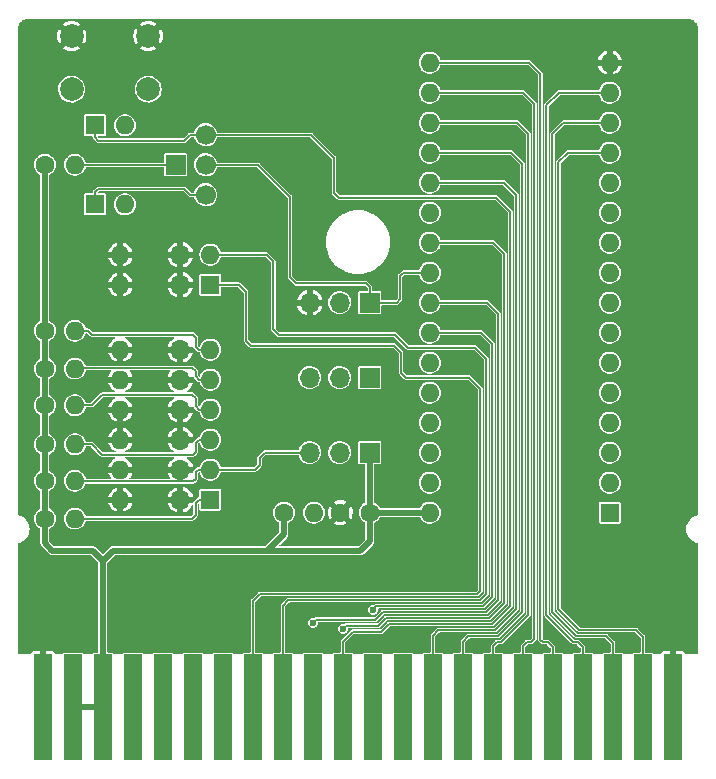
<source format=gtl>
%TF.GenerationSoftware,KiCad,Pcbnew,(6.0.2)*%
%TF.CreationDate,2022-03-08T16:49:19-05:00*%
%TF.ProjectId,MegaCart-64,4d656761-4361-4727-942d-36342e6b6963,2*%
%TF.SameCoordinates,Original*%
%TF.FileFunction,Copper,L1,Top*%
%TF.FilePolarity,Positive*%
%FSLAX46Y46*%
G04 Gerber Fmt 4.6, Leading zero omitted, Abs format (unit mm)*
G04 Created by KiCad (PCBNEW (6.0.2)) date 2022-03-08 16:49:19*
%MOMM*%
%LPD*%
G01*
G04 APERTURE LIST*
%TA.AperFunction,ComponentPad*%
%ADD10R,1.600000X1.600000*%
%TD*%
%TA.AperFunction,ComponentPad*%
%ADD11O,1.600000X1.600000*%
%TD*%
%TA.AperFunction,ComponentPad*%
%ADD12C,1.600000*%
%TD*%
%TA.AperFunction,ComponentPad*%
%ADD13O,1.700000X1.700000*%
%TD*%
%TA.AperFunction,ComponentPad*%
%ADD14C,2.000000*%
%TD*%
%TA.AperFunction,ComponentPad*%
%ADD15R,1.700000X1.700000*%
%TD*%
%TA.AperFunction,SMDPad,CuDef*%
%ADD16R,1.500000X9.000000*%
%TD*%
%TA.AperFunction,ComponentPad*%
%ADD17C,1.700000*%
%TD*%
%TA.AperFunction,ViaPad*%
%ADD18C,0.600000*%
%TD*%
%TA.AperFunction,Conductor*%
%ADD19C,0.508000*%
%TD*%
%TA.AperFunction,Conductor*%
%ADD20C,0.127000*%
%TD*%
G04 APERTURE END LIST*
D10*
X110730000Y-82200000D03*
D11*
X113270000Y-82200000D03*
D12*
X106500000Y-112300000D03*
D11*
X109040000Y-112300000D03*
D10*
X120500000Y-95700000D03*
D11*
X120500000Y-93160000D03*
D13*
X117960000Y-93160000D03*
D11*
X112880000Y-93160000D03*
X112880000Y-95700000D03*
D13*
X117960000Y-95700000D03*
D14*
X108750000Y-79150000D03*
X115250000Y-79150000D03*
X108750000Y-74650000D03*
X115250000Y-74650000D03*
D15*
X134000000Y-103570000D03*
D13*
X131460000Y-103570000D03*
X128920000Y-103570000D03*
D15*
X134000000Y-109920000D03*
D13*
X131460000Y-109920000D03*
X128920000Y-109920000D03*
D10*
X120500000Y-113898748D03*
D11*
X120500000Y-111358748D03*
X120500000Y-108818748D03*
X120500000Y-106278748D03*
X120500000Y-103738748D03*
X120500000Y-101198748D03*
X112880000Y-101198748D03*
D13*
X117960000Y-101198748D03*
X117960000Y-103738748D03*
D11*
X112880000Y-103738748D03*
X112880000Y-106278748D03*
D13*
X117960000Y-106278748D03*
D11*
X112880000Y-108818748D03*
D13*
X117960000Y-108818748D03*
X117960000Y-111358748D03*
D11*
X112880000Y-111358748D03*
D13*
X117960000Y-113898748D03*
D11*
X112880000Y-113898748D03*
D12*
X106500000Y-105900000D03*
D11*
X109040000Y-105900000D03*
D12*
X106500000Y-85550000D03*
D11*
X109040000Y-85550000D03*
D16*
X106330000Y-131481500D03*
X108870000Y-131481500D03*
X111410000Y-131481500D03*
X113950000Y-131481500D03*
X116490000Y-131481500D03*
X119030000Y-131481500D03*
X121570000Y-131481500D03*
X124110000Y-131481500D03*
X126650000Y-131481500D03*
X129190000Y-131481500D03*
X131730000Y-131481500D03*
X134270000Y-131481500D03*
X136810000Y-131481500D03*
X139350000Y-131481500D03*
X141890000Y-131481500D03*
X144430000Y-131481500D03*
X146970000Y-131481500D03*
X149510000Y-131481500D03*
X152050000Y-131481500D03*
X154590000Y-131481500D03*
X157130000Y-131481500D03*
X159670000Y-131481500D03*
D12*
X106500000Y-115500000D03*
D11*
X109040000Y-115500000D03*
D12*
X134000000Y-115000000D03*
X131500000Y-115000000D03*
X106500000Y-102800000D03*
D11*
X109040000Y-102800000D03*
D15*
X117565000Y-85550000D03*
D17*
X120105000Y-83010000D03*
X120105000Y-85550000D03*
X120105000Y-88090000D03*
D10*
X154320000Y-115000000D03*
D11*
X154320000Y-112460000D03*
X154320000Y-109920000D03*
X154320000Y-107380000D03*
X154320000Y-104840000D03*
X154320000Y-102300000D03*
X154320000Y-99760000D03*
X154320000Y-97220000D03*
X154320000Y-94680000D03*
X154320000Y-92140000D03*
X154320000Y-89600000D03*
X154320000Y-87060000D03*
X154320000Y-84520000D03*
X154320000Y-81980000D03*
X154320000Y-79440000D03*
X154320000Y-76900000D03*
X139080000Y-76900000D03*
X139080000Y-79440000D03*
X139080000Y-81980000D03*
X139080000Y-84520000D03*
X139080000Y-87060000D03*
X139080000Y-89600000D03*
X139080000Y-92140000D03*
X139080000Y-94680000D03*
X139080000Y-97220000D03*
X139080000Y-99760000D03*
X139080000Y-102300000D03*
X139080000Y-104840000D03*
X139080000Y-107380000D03*
X139080000Y-109920000D03*
X139080000Y-112460000D03*
X139080000Y-115000000D03*
D10*
X110730000Y-88900000D03*
D11*
X113270000Y-88900000D03*
D12*
X106500000Y-109200000D03*
D11*
X109040000Y-109200000D03*
D12*
X126730000Y-115000000D03*
D11*
X129270000Y-115000000D03*
D15*
X134000000Y-97220000D03*
D13*
X131460000Y-97220000D03*
X128920000Y-97220000D03*
D12*
X106500000Y-99600000D03*
D11*
X109040000Y-99600000D03*
D18*
X129190000Y-124316000D03*
X131730000Y-124824000D03*
X134270000Y-123216750D03*
D19*
X126730000Y-116820000D02*
X125330000Y-118220000D01*
X134000000Y-117430000D02*
X133210000Y-118220000D01*
X106500000Y-115500000D02*
X106500000Y-112300000D01*
X110565000Y-118220000D02*
X111410000Y-119065000D01*
X106500000Y-117585000D02*
X107135000Y-118220000D01*
X134000000Y-115000000D02*
X134000000Y-117430000D01*
X106500000Y-112300000D02*
X106500000Y-109200000D01*
X134000000Y-115000000D02*
X134000000Y-109920000D01*
X111410000Y-119065000D02*
X111410000Y-131481500D01*
X106500000Y-102800000D02*
X106500000Y-99600000D01*
X108870000Y-131481500D02*
X111410000Y-131481500D01*
X134000000Y-115000000D02*
X139080000Y-115000000D01*
X112255000Y-118220000D02*
X111410000Y-119065000D01*
X106500000Y-115500000D02*
X106500000Y-117585000D01*
X106500000Y-105900000D02*
X106500000Y-102800000D01*
X106500000Y-99600000D02*
X106500000Y-85550000D01*
X106500000Y-109200000D02*
X106500000Y-105900000D01*
X126730000Y-115000000D02*
X126730000Y-116820000D01*
X107135000Y-118220000D02*
X110565000Y-118220000D01*
X112255000Y-118220000D02*
X133210000Y-118220000D01*
D20*
X111000000Y-87600000D02*
X110730000Y-87870000D01*
X118300000Y-87600000D02*
X111000000Y-87600000D01*
X120105000Y-88090000D02*
X118790000Y-88090000D01*
X110730000Y-87870000D02*
X110730000Y-88900000D01*
X118790000Y-88090000D02*
X118300000Y-87600000D01*
X144386000Y-124443000D02*
X135623000Y-124443000D01*
X134988000Y-125078000D02*
X132575000Y-125078000D01*
X111000000Y-83500000D02*
X110730000Y-83230000D01*
X130978749Y-87921749D02*
X131386999Y-88329999D01*
X110730000Y-83230000D02*
X110730000Y-82200000D01*
X120105000Y-83010000D02*
X118790000Y-83010000D01*
X132575000Y-125078000D02*
X131730000Y-125923000D01*
X144721999Y-88329999D02*
X145910000Y-89518000D01*
X120105000Y-83010000D02*
X129010000Y-83010000D01*
X135623000Y-124443000D02*
X134988000Y-125078000D01*
X118300000Y-83500000D02*
X111000000Y-83500000D01*
X129010000Y-83010000D02*
X130978749Y-84978749D01*
X118790000Y-83010000D02*
X118300000Y-83500000D01*
X145910000Y-122919000D02*
X144386000Y-124443000D01*
X145910000Y-89518000D02*
X145910000Y-122919000D01*
X130978749Y-84978749D02*
X130978749Y-87921749D01*
X131386999Y-88329999D02*
X144721999Y-88329999D01*
X131730000Y-125923000D02*
X131730000Y-131481500D01*
X143116000Y-121903000D02*
X124701000Y-121903000D01*
X122900000Y-95700000D02*
X123535499Y-96335499D01*
X137069999Y-103569999D02*
X142435999Y-103569999D01*
X123535499Y-96335499D02*
X123535499Y-100435499D01*
X143370000Y-121649000D02*
X143116000Y-121903000D01*
X120500000Y-95700000D02*
X122900000Y-95700000D01*
X142435999Y-103569999D02*
X143370000Y-104504000D01*
X123535499Y-100435499D02*
X123966165Y-100866165D01*
X136066165Y-100866165D02*
X136659999Y-101459999D01*
X136659999Y-103159999D02*
X137069999Y-103569999D01*
X124110000Y-122494000D02*
X124110000Y-131481500D01*
X136659999Y-101459999D02*
X136659999Y-103159999D01*
X123966165Y-100866165D02*
X136066165Y-100866165D01*
X124701000Y-121903000D02*
X124110000Y-122494000D01*
X143370000Y-104504000D02*
X143370000Y-121649000D01*
X126273832Y-99923832D02*
X125834499Y-99484499D01*
X125834499Y-99484499D02*
X125834499Y-93734499D01*
X143878000Y-121903000D02*
X143878000Y-101964000D01*
X137229999Y-101029999D02*
X136123832Y-99923832D01*
X126650000Y-122875000D02*
X127114000Y-122411000D01*
X143878000Y-101964000D02*
X142943999Y-101029999D01*
X143370000Y-122411000D02*
X143878000Y-121903000D01*
X126650000Y-131481500D02*
X126650000Y-122875000D01*
X125834499Y-93734499D02*
X125260000Y-93160000D01*
X125260000Y-93160000D02*
X120500000Y-93160000D01*
X136123832Y-99923832D02*
X126273832Y-99923832D01*
X127114000Y-122411000D02*
X143370000Y-122411000D01*
X142943999Y-101029999D02*
X137229999Y-101029999D01*
X139080000Y-87060000D02*
X145357000Y-87060000D01*
X145357000Y-87060000D02*
X146418000Y-88121000D01*
X139814000Y-124951000D02*
X139350000Y-125415000D01*
X146418000Y-88121000D02*
X146418000Y-123173000D01*
X139350000Y-125415000D02*
X139350000Y-131481500D01*
X144640000Y-124951000D02*
X139814000Y-124951000D01*
X146418000Y-123173000D02*
X144640000Y-124951000D01*
X146926000Y-85454000D02*
X146926000Y-123427000D01*
X145992000Y-84520000D02*
X146926000Y-85454000D01*
X142354000Y-125459000D02*
X141890000Y-125923000D01*
X141890000Y-125923000D02*
X141890000Y-131481500D01*
X139080000Y-84520000D02*
X145992000Y-84520000D01*
X144894000Y-125459000D02*
X142354000Y-125459000D01*
X146926000Y-123427000D02*
X144894000Y-125459000D01*
X147434000Y-123681000D02*
X145148000Y-125967000D01*
X139080000Y-81980000D02*
X146500000Y-81980000D01*
X144430000Y-126304000D02*
X144430000Y-131481500D01*
X145148000Y-125967000D02*
X144767000Y-125967000D01*
X147434000Y-82914000D02*
X147434000Y-123681000D01*
X144767000Y-125967000D02*
X144430000Y-126304000D01*
X146500000Y-81980000D02*
X147434000Y-82914000D01*
X147008000Y-79440000D02*
X139080000Y-79440000D01*
X147942000Y-80374000D02*
X147008000Y-79440000D01*
X146970000Y-126304000D02*
X147307000Y-125967000D01*
X147307000Y-125967000D02*
X147688000Y-125967000D01*
X147942000Y-125713000D02*
X147942000Y-80374000D01*
X146970000Y-131481500D02*
X146970000Y-126304000D01*
X147688000Y-125967000D02*
X147942000Y-125713000D01*
X149510000Y-131481500D02*
X149510000Y-126392000D01*
X149510000Y-126392000D02*
X149085000Y-125967000D01*
X148647000Y-125967000D02*
X148450000Y-125770000D01*
X149085000Y-125967000D02*
X148647000Y-125967000D01*
X148450000Y-77834000D02*
X147516000Y-76900000D01*
X148450000Y-125770000D02*
X148450000Y-77834000D01*
X147516000Y-76900000D02*
X139080000Y-76900000D01*
X151625000Y-125967000D02*
X152050000Y-126392000D01*
X150019000Y-79440000D02*
X148958000Y-80501000D01*
X151244000Y-125967000D02*
X151625000Y-125967000D01*
X152050000Y-126392000D02*
X152050000Y-131481500D01*
X148958000Y-123681000D02*
X151244000Y-125967000D01*
X148958000Y-80501000D02*
X148958000Y-123681000D01*
X154320000Y-79440000D02*
X150019000Y-79440000D01*
X149466000Y-82914000D02*
X149466000Y-123427000D01*
X150400000Y-81980000D02*
X149466000Y-82914000D01*
X151498000Y-125459000D02*
X154038000Y-125459000D01*
X149466000Y-123427000D02*
X151498000Y-125459000D01*
X154590000Y-126011000D02*
X154590000Y-131481500D01*
X154320000Y-81980000D02*
X150400000Y-81980000D01*
X154038000Y-125459000D02*
X154590000Y-126011000D01*
X156578000Y-124951000D02*
X157130000Y-125503000D01*
X149974000Y-123173000D02*
X151752000Y-124951000D01*
X154320000Y-84520000D02*
X150781000Y-84520000D01*
X157130000Y-125503000D02*
X157130000Y-131481500D01*
X150781000Y-84520000D02*
X149974000Y-85327000D01*
X149974000Y-85327000D02*
X149974000Y-123173000D01*
X151752000Y-124951000D02*
X156578000Y-124951000D01*
X129444000Y-124062000D02*
X134480000Y-124062000D01*
X144894000Y-98154000D02*
X143960000Y-97220000D01*
X135115000Y-123427000D02*
X143878000Y-123427000D01*
X143878000Y-123427000D02*
X144894000Y-122411000D01*
X129190000Y-124316000D02*
X129444000Y-124062000D01*
X134480000Y-124062000D02*
X135115000Y-123427000D01*
X143960000Y-97220000D02*
X139080000Y-97220000D01*
X144894000Y-122411000D02*
X144894000Y-98154000D01*
X144132000Y-123935000D02*
X145402000Y-122665000D01*
X131730000Y-124824000D02*
X131984000Y-124570000D01*
X135369000Y-123935000D02*
X144132000Y-123935000D01*
X131984000Y-124570000D02*
X134734000Y-124570000D01*
X145402000Y-122665000D02*
X145402000Y-93074000D01*
X145402000Y-93074000D02*
X144468000Y-92140000D01*
X144468000Y-92140000D02*
X139080000Y-92140000D01*
X134734000Y-124570000D02*
X135369000Y-123935000D01*
X144386000Y-122157000D02*
X143624000Y-122919000D01*
X143624000Y-122919000D02*
X134567750Y-122919000D01*
X143452000Y-99760000D02*
X144386000Y-100694000D01*
X144386000Y-100694000D02*
X144386000Y-122157000D01*
X139080000Y-99760000D02*
X143452000Y-99760000D01*
X134567750Y-122919000D02*
X134270000Y-123216750D01*
X119473504Y-111358748D02*
X120500000Y-111358748D01*
X128920000Y-109920000D02*
X125104373Y-109920000D01*
X125104373Y-109920000D02*
X124684999Y-110339374D01*
X124265625Y-111358748D02*
X124684999Y-110939374D01*
X119254999Y-112130253D02*
X119254999Y-111577253D01*
X120500000Y-111358748D02*
X124265625Y-111358748D01*
X124684999Y-110339374D02*
X124684999Y-110939374D01*
X119036493Y-112348759D02*
X119254999Y-112130253D01*
X119254999Y-111577253D02*
X119473504Y-111358748D01*
X109088759Y-112348759D02*
X119036493Y-112348759D01*
X109040000Y-99600000D02*
X110140000Y-99600000D01*
X119254999Y-100953747D02*
X119500000Y-101198748D01*
X110468747Y-99928747D02*
X119009999Y-99928747D01*
X119009999Y-99928747D02*
X119254999Y-100173747D01*
X110140000Y-99600000D02*
X110468747Y-99928747D01*
X119500000Y-101198748D02*
X120500000Y-101198748D01*
X119254999Y-100173747D02*
X119254999Y-100953747D01*
X136564999Y-96935501D02*
X136280500Y-97220000D01*
X133700000Y-95600000D02*
X134000000Y-95900000D01*
X136280500Y-97220000D02*
X134000000Y-97220000D01*
X124525000Y-85550000D02*
X127241599Y-88266599D01*
X139080000Y-94680000D02*
X136852000Y-94680000D01*
X127241599Y-88266599D02*
X127241599Y-95078599D01*
X134000000Y-95900000D02*
X134000000Y-97220000D01*
X127241599Y-95078599D02*
X127763000Y-95600000D01*
X127763000Y-95600000D02*
X133700000Y-95600000D01*
X136564999Y-94967001D02*
X136564999Y-96935501D01*
X136852000Y-94680000D02*
X136564999Y-94967001D01*
X120105000Y-85550000D02*
X124525000Y-85550000D01*
X119254999Y-115207374D02*
X119254999Y-114191374D01*
X109040000Y-115500000D02*
X118962373Y-115500000D01*
X119547625Y-113898748D02*
X120500000Y-113898748D01*
X119254999Y-114191374D02*
X119547625Y-113898748D01*
X118962373Y-115500000D02*
X119254999Y-115207374D01*
X119000999Y-110092000D02*
X119254999Y-109838000D01*
X110474000Y-109200000D02*
X111366000Y-110092000D01*
X119254999Y-109838000D02*
X119254999Y-109076000D01*
X111366000Y-110092000D02*
X119000999Y-110092000D01*
X119512251Y-108818748D02*
X120500000Y-108818748D01*
X119254999Y-109076000D02*
X119512251Y-108818748D01*
X109040000Y-109200000D02*
X110474000Y-109200000D01*
X111366000Y-105008747D02*
X118937499Y-105008747D01*
X119254999Y-105326247D02*
X119254999Y-105961247D01*
X118937499Y-105008747D02*
X119254999Y-105326247D01*
X119254999Y-105961247D02*
X119572500Y-106278748D01*
X109040000Y-105900000D02*
X110478000Y-105900000D01*
X110478000Y-105900000D02*
X111366000Y-105012000D01*
X119572500Y-106278748D02*
X120500000Y-106278748D01*
X119522005Y-103738748D02*
X120500000Y-103738748D01*
X118987994Y-102748737D02*
X119254999Y-103015742D01*
X109091263Y-102748737D02*
X118987994Y-102748737D01*
X119254999Y-103015742D02*
X119254999Y-103471742D01*
X119254999Y-103471742D02*
X119522005Y-103738748D01*
X109040000Y-85550000D02*
X117565000Y-85550000D01*
%TA.AperFunction,Conductor*%
G36*
X160984189Y-73201590D02*
G01*
X160991972Y-73203379D01*
X160999641Y-73205143D01*
X161006506Y-73203589D01*
X161008502Y-73203593D01*
X161025646Y-73202526D01*
X161036449Y-73203590D01*
X161149948Y-73214769D01*
X161161957Y-73217157D01*
X161268766Y-73249558D01*
X161300258Y-73259111D01*
X161311577Y-73263800D01*
X161439027Y-73331924D01*
X161449214Y-73338731D01*
X161560926Y-73430410D01*
X161569590Y-73439074D01*
X161661269Y-73550786D01*
X161668076Y-73560973D01*
X161736200Y-73688423D01*
X161740889Y-73699742D01*
X161782842Y-73838039D01*
X161785232Y-73850056D01*
X161797431Y-73973921D01*
X161796441Y-73989400D01*
X161796435Y-73992781D01*
X161794857Y-73999643D01*
X161796410Y-74006506D01*
X161796410Y-74006508D01*
X161798459Y-74015562D01*
X161800000Y-74029355D01*
X161800000Y-115163300D01*
X161781694Y-115207494D01*
X161753676Y-115223670D01*
X161590645Y-115267354D01*
X161590641Y-115267356D01*
X161588008Y-115268061D01*
X161523508Y-115298138D01*
X161400182Y-115355646D01*
X161400179Y-115355648D01*
X161397708Y-115356800D01*
X161225708Y-115477235D01*
X161077235Y-115625708D01*
X160956800Y-115797708D01*
X160955648Y-115800179D01*
X160955646Y-115800182D01*
X160926069Y-115863610D01*
X160868061Y-115988008D01*
X160867356Y-115990641D01*
X160867354Y-115990645D01*
X160814422Y-116188190D01*
X160813716Y-116190826D01*
X160813478Y-116193542D01*
X160813478Y-116193544D01*
X160800191Y-116345421D01*
X160795416Y-116400000D01*
X160813716Y-116609174D01*
X160814421Y-116611807D01*
X160814422Y-116611810D01*
X160864848Y-116800000D01*
X160868061Y-116811992D01*
X160956800Y-117002292D01*
X161077235Y-117174292D01*
X161225708Y-117322765D01*
X161397708Y-117443200D01*
X161400179Y-117444352D01*
X161400182Y-117444354D01*
X161500020Y-117490909D01*
X161588008Y-117531939D01*
X161590641Y-117532644D01*
X161590645Y-117532646D01*
X161753676Y-117576330D01*
X161791627Y-117605450D01*
X161800000Y-117636700D01*
X161800000Y-126937500D01*
X161781694Y-126981694D01*
X161737500Y-127000000D01*
X160733947Y-127000000D01*
X160689753Y-126981694D01*
X160672648Y-126949692D01*
X160660464Y-126888432D01*
X160655843Y-126877276D01*
X160606543Y-126803493D01*
X160598007Y-126794957D01*
X160524225Y-126745657D01*
X160513067Y-126741036D01*
X160448030Y-126728099D01*
X160441946Y-126727500D01*
X159938431Y-126727500D01*
X159929641Y-126731141D01*
X159926000Y-126739931D01*
X159926000Y-127400000D01*
X159414000Y-127400000D01*
X159414000Y-126739932D01*
X159410359Y-126731142D01*
X159401569Y-126727501D01*
X158898055Y-126727501D01*
X158891970Y-126728100D01*
X158826932Y-126741036D01*
X158815776Y-126745657D01*
X158741993Y-126794957D01*
X158733457Y-126803493D01*
X158684157Y-126877275D01*
X158679536Y-126888433D01*
X158667351Y-126949693D01*
X158640776Y-126989467D01*
X158606052Y-127000000D01*
X158064970Y-127000000D01*
X158020776Y-126981694D01*
X158003671Y-126949694D01*
X158003671Y-126949692D01*
X158000102Y-126931752D01*
X157971922Y-126889578D01*
X157929748Y-126861398D01*
X157923715Y-126860198D01*
X157923713Y-126860197D01*
X157895569Y-126854599D01*
X157892558Y-126854000D01*
X157383500Y-126854000D01*
X157339306Y-126835694D01*
X157321000Y-126791500D01*
X157321000Y-125546232D01*
X157322250Y-125538893D01*
X157321523Y-125538810D01*
X157322320Y-125531819D01*
X157324652Y-125525178D01*
X157321383Y-125495800D01*
X157321000Y-125488888D01*
X157321000Y-125481467D01*
X157320219Y-125478043D01*
X157319423Y-125474552D01*
X157318242Y-125467569D01*
X157315793Y-125445562D01*
X157315015Y-125438571D01*
X157311282Y-125432608D01*
X157309912Y-125428675D01*
X157308098Y-125424905D01*
X157306532Y-125418041D01*
X157292353Y-125400248D01*
X157288354Y-125395229D01*
X157284260Y-125389446D01*
X157282284Y-125386290D01*
X157282279Y-125386284D01*
X157280404Y-125383289D01*
X157275191Y-125378076D01*
X157270506Y-125372832D01*
X157256612Y-125355396D01*
X157256611Y-125355396D01*
X157252225Y-125349891D01*
X157245886Y-125346833D01*
X157240385Y-125342442D01*
X157240811Y-125341908D01*
X157234647Y-125337532D01*
X156743628Y-124846513D01*
X156739323Y-124840439D01*
X156738750Y-124840895D01*
X156734369Y-124835387D01*
X156731322Y-124829042D01*
X156708239Y-124810582D01*
X156703080Y-124805965D01*
X156697831Y-124800716D01*
X156691828Y-124796943D01*
X156686052Y-124792838D01*
X156663267Y-124774617D01*
X156656407Y-124773040D01*
X156652647Y-124771222D01*
X156648711Y-124769844D01*
X156642752Y-124766098D01*
X156635758Y-124765307D01*
X156635757Y-124765307D01*
X156613764Y-124762821D01*
X156606787Y-124761629D01*
X156599703Y-124760000D01*
X156592329Y-124760000D01*
X156585308Y-124759604D01*
X156556162Y-124756309D01*
X156549517Y-124758630D01*
X156542523Y-124759414D01*
X156542447Y-124758736D01*
X156534995Y-124760000D01*
X151857003Y-124760000D01*
X151812809Y-124741694D01*
X150183306Y-123112191D01*
X150165000Y-123067997D01*
X150165000Y-115812558D01*
X153392500Y-115812558D01*
X153393099Y-115815569D01*
X153398320Y-115841814D01*
X153399898Y-115849748D01*
X153428078Y-115891922D01*
X153470252Y-115920102D01*
X153476285Y-115921302D01*
X153476287Y-115921303D01*
X153502384Y-115926494D01*
X153507442Y-115927500D01*
X155132558Y-115927500D01*
X155137616Y-115926494D01*
X155163713Y-115921303D01*
X155163715Y-115921302D01*
X155169748Y-115920102D01*
X155211922Y-115891922D01*
X155240102Y-115849748D01*
X155241681Y-115841814D01*
X155246901Y-115815569D01*
X155247500Y-115812558D01*
X155247500Y-114187442D01*
X155243343Y-114166544D01*
X155241303Y-114156287D01*
X155241302Y-114156285D01*
X155240102Y-114150252D01*
X155211922Y-114108078D01*
X155169748Y-114079898D01*
X155163715Y-114078698D01*
X155163713Y-114078697D01*
X155135569Y-114073099D01*
X155132558Y-114072500D01*
X153507442Y-114072500D01*
X153504431Y-114073099D01*
X153476287Y-114078697D01*
X153476285Y-114078698D01*
X153470252Y-114079898D01*
X153428078Y-114108078D01*
X153399898Y-114150252D01*
X153398698Y-114156285D01*
X153398697Y-114156287D01*
X153396657Y-114166544D01*
X153392500Y-114187442D01*
X153392500Y-115812558D01*
X150165000Y-115812558D01*
X150165000Y-112460000D01*
X153387391Y-112460000D01*
X153407771Y-112653900D01*
X153408784Y-112657017D01*
X153408784Y-112657018D01*
X153467006Y-112836210D01*
X153467008Y-112836215D01*
X153468019Y-112839326D01*
X153492686Y-112882051D01*
X153563865Y-113005338D01*
X153563868Y-113005342D01*
X153565503Y-113008174D01*
X153567694Y-113010608D01*
X153567696Y-113010610D01*
X153689081Y-113145421D01*
X153695963Y-113153064D01*
X153853695Y-113267663D01*
X154031808Y-113346964D01*
X154035012Y-113347645D01*
X154219315Y-113386820D01*
X154219319Y-113386820D01*
X154222516Y-113387500D01*
X154417484Y-113387500D01*
X154420681Y-113386820D01*
X154420685Y-113386820D01*
X154604988Y-113347645D01*
X154608192Y-113346964D01*
X154786305Y-113267663D01*
X154944037Y-113153064D01*
X154950919Y-113145421D01*
X155072304Y-113010610D01*
X155072306Y-113010608D01*
X155074497Y-113008174D01*
X155076132Y-113005342D01*
X155076135Y-113005338D01*
X155147314Y-112882051D01*
X155171981Y-112839326D01*
X155172992Y-112836215D01*
X155172994Y-112836210D01*
X155231216Y-112657018D01*
X155231216Y-112657017D01*
X155232229Y-112653900D01*
X155252609Y-112460000D01*
X155232229Y-112266100D01*
X155200271Y-112167741D01*
X155172994Y-112083790D01*
X155172992Y-112083785D01*
X155171981Y-112080674D01*
X155116305Y-111984240D01*
X155076135Y-111914662D01*
X155076132Y-111914658D01*
X155074497Y-111911826D01*
X155070082Y-111906922D01*
X154946226Y-111769367D01*
X154946225Y-111769366D01*
X154944037Y-111766936D01*
X154786305Y-111652337D01*
X154608192Y-111573036D01*
X154592941Y-111569794D01*
X154420685Y-111533180D01*
X154420681Y-111533180D01*
X154417484Y-111532500D01*
X154222516Y-111532500D01*
X154219319Y-111533180D01*
X154219315Y-111533180D01*
X154047059Y-111569794D01*
X154031808Y-111573036D01*
X153853696Y-111652337D01*
X153851051Y-111654259D01*
X153851047Y-111654261D01*
X153698612Y-111765011D01*
X153698610Y-111765013D01*
X153695963Y-111766936D01*
X153673229Y-111792185D01*
X153569919Y-111906922D01*
X153565503Y-111911826D01*
X153563868Y-111914658D01*
X153563865Y-111914662D01*
X153523695Y-111984240D01*
X153468019Y-112080674D01*
X153467008Y-112083785D01*
X153467006Y-112083790D01*
X153439729Y-112167741D01*
X153407771Y-112266100D01*
X153387391Y-112460000D01*
X150165000Y-112460000D01*
X150165000Y-109920000D01*
X153387391Y-109920000D01*
X153407771Y-110113900D01*
X153408784Y-110117017D01*
X153408784Y-110117018D01*
X153467006Y-110296210D01*
X153467008Y-110296215D01*
X153468019Y-110299326D01*
X153479672Y-110319509D01*
X153563865Y-110465338D01*
X153563868Y-110465342D01*
X153565503Y-110468174D01*
X153567694Y-110470608D01*
X153567696Y-110470610D01*
X153693673Y-110610521D01*
X153695963Y-110613064D01*
X153853695Y-110727663D01*
X154031808Y-110806964D01*
X154035012Y-110807645D01*
X154219315Y-110846820D01*
X154219319Y-110846820D01*
X154222516Y-110847500D01*
X154417484Y-110847500D01*
X154420681Y-110846820D01*
X154420685Y-110846820D01*
X154604988Y-110807645D01*
X154608192Y-110806964D01*
X154786305Y-110727663D01*
X154944037Y-110613064D01*
X154946327Y-110610521D01*
X155072304Y-110470610D01*
X155072306Y-110470608D01*
X155074497Y-110468174D01*
X155076132Y-110465342D01*
X155076135Y-110465338D01*
X155160328Y-110319509D01*
X155171981Y-110299326D01*
X155172992Y-110296215D01*
X155172994Y-110296210D01*
X155231216Y-110117018D01*
X155231216Y-110117017D01*
X155232229Y-110113900D01*
X155252609Y-109920000D01*
X155232229Y-109726100D01*
X155220473Y-109689918D01*
X155172994Y-109543790D01*
X155172992Y-109543785D01*
X155171981Y-109540674D01*
X155110501Y-109434187D01*
X155076135Y-109374662D01*
X155076132Y-109374658D01*
X155074497Y-109371826D01*
X155070833Y-109367756D01*
X154946226Y-109229367D01*
X154946225Y-109229366D01*
X154944037Y-109226936D01*
X154786305Y-109112337D01*
X154608192Y-109033036D01*
X154563879Y-109023617D01*
X154420685Y-108993180D01*
X154420681Y-108993180D01*
X154417484Y-108992500D01*
X154222516Y-108992500D01*
X154219319Y-108993180D01*
X154219315Y-108993180D01*
X154076121Y-109023617D01*
X154031808Y-109033036D01*
X153853696Y-109112337D01*
X153851051Y-109114259D01*
X153851047Y-109114261D01*
X153698612Y-109225011D01*
X153698610Y-109225013D01*
X153695963Y-109226936D01*
X153673229Y-109252185D01*
X153569168Y-109367756D01*
X153565503Y-109371826D01*
X153563868Y-109374658D01*
X153563865Y-109374662D01*
X153529499Y-109434187D01*
X153468019Y-109540674D01*
X153467008Y-109543785D01*
X153467006Y-109543790D01*
X153419527Y-109689918D01*
X153407771Y-109726100D01*
X153387391Y-109920000D01*
X150165000Y-109920000D01*
X150165000Y-107380000D01*
X153387391Y-107380000D01*
X153407771Y-107573900D01*
X153408784Y-107577017D01*
X153408784Y-107577018D01*
X153467006Y-107756210D01*
X153467008Y-107756215D01*
X153468019Y-107759326D01*
X153492686Y-107802051D01*
X153563865Y-107925338D01*
X153563868Y-107925342D01*
X153565503Y-107928174D01*
X153567694Y-107930608D01*
X153567696Y-107930610D01*
X153693673Y-108070521D01*
X153695963Y-108073064D01*
X153853695Y-108187663D01*
X154031808Y-108266964D01*
X154035012Y-108267645D01*
X154219315Y-108306820D01*
X154219319Y-108306820D01*
X154222516Y-108307500D01*
X154417484Y-108307500D01*
X154420681Y-108306820D01*
X154420685Y-108306820D01*
X154604988Y-108267645D01*
X154608192Y-108266964D01*
X154786305Y-108187663D01*
X154944037Y-108073064D01*
X154946327Y-108070521D01*
X155072304Y-107930610D01*
X155072306Y-107930608D01*
X155074497Y-107928174D01*
X155076132Y-107925342D01*
X155076135Y-107925338D01*
X155147314Y-107802051D01*
X155171981Y-107759326D01*
X155172992Y-107756215D01*
X155172994Y-107756210D01*
X155231216Y-107577018D01*
X155231216Y-107577017D01*
X155232229Y-107573900D01*
X155252609Y-107380000D01*
X155232229Y-107186100D01*
X155220473Y-107149918D01*
X155172994Y-107003790D01*
X155172992Y-107003785D01*
X155171981Y-107000674D01*
X155116305Y-106904240D01*
X155076135Y-106834662D01*
X155076132Y-106834658D01*
X155074497Y-106831826D01*
X155070082Y-106826922D01*
X154946226Y-106689367D01*
X154946225Y-106689366D01*
X154944037Y-106686936D01*
X154786305Y-106572337D01*
X154608192Y-106493036D01*
X154526943Y-106475766D01*
X154420685Y-106453180D01*
X154420681Y-106453180D01*
X154417484Y-106452500D01*
X154222516Y-106452500D01*
X154219319Y-106453180D01*
X154219315Y-106453180D01*
X154113057Y-106475766D01*
X154031808Y-106493036D01*
X153853696Y-106572337D01*
X153851051Y-106574259D01*
X153851047Y-106574261D01*
X153698612Y-106685011D01*
X153698610Y-106685013D01*
X153695963Y-106686936D01*
X153643303Y-106745421D01*
X153569919Y-106826922D01*
X153565503Y-106831826D01*
X153563868Y-106834658D01*
X153563865Y-106834662D01*
X153523695Y-106904240D01*
X153468019Y-107000674D01*
X153467008Y-107003785D01*
X153467006Y-107003790D01*
X153419527Y-107149918D01*
X153407771Y-107186100D01*
X153387391Y-107380000D01*
X150165000Y-107380000D01*
X150165000Y-104840000D01*
X153387391Y-104840000D01*
X153407771Y-105033900D01*
X153408784Y-105037017D01*
X153408784Y-105037018D01*
X153467006Y-105216210D01*
X153467008Y-105216215D01*
X153468019Y-105219326D01*
X153480699Y-105241288D01*
X153563865Y-105385338D01*
X153563868Y-105385342D01*
X153565503Y-105388174D01*
X153567694Y-105390608D01*
X153567696Y-105390610D01*
X153693673Y-105530521D01*
X153695963Y-105533064D01*
X153853695Y-105647663D01*
X154031808Y-105726964D01*
X154035012Y-105727645D01*
X154219315Y-105766820D01*
X154219319Y-105766820D01*
X154222516Y-105767500D01*
X154417484Y-105767500D01*
X154420681Y-105766820D01*
X154420685Y-105766820D01*
X154604988Y-105727645D01*
X154608192Y-105726964D01*
X154786305Y-105647663D01*
X154944037Y-105533064D01*
X154946327Y-105530521D01*
X155072304Y-105390610D01*
X155072306Y-105390608D01*
X155074497Y-105388174D01*
X155076132Y-105385342D01*
X155076135Y-105385338D01*
X155159301Y-105241288D01*
X155171981Y-105219326D01*
X155172992Y-105216215D01*
X155172994Y-105216210D01*
X155231216Y-105037018D01*
X155231216Y-105037017D01*
X155232229Y-105033900D01*
X155252609Y-104840000D01*
X155232229Y-104646100D01*
X155220176Y-104609003D01*
X155172994Y-104463790D01*
X155172992Y-104463785D01*
X155171981Y-104460674D01*
X155116305Y-104364240D01*
X155076135Y-104294662D01*
X155076132Y-104294658D01*
X155074497Y-104291826D01*
X155070082Y-104286922D01*
X154946226Y-104149367D01*
X154946225Y-104149366D01*
X154944037Y-104146936D01*
X154786305Y-104032337D01*
X154608192Y-103953036D01*
X154592941Y-103949794D01*
X154420685Y-103913180D01*
X154420681Y-103913180D01*
X154417484Y-103912500D01*
X154222516Y-103912500D01*
X154219319Y-103913180D01*
X154219315Y-103913180D01*
X154047059Y-103949794D01*
X154031808Y-103953036D01*
X153853696Y-104032337D01*
X153851051Y-104034259D01*
X153851047Y-104034261D01*
X153698612Y-104145011D01*
X153698610Y-104145013D01*
X153695963Y-104146936D01*
X153673229Y-104172185D01*
X153569919Y-104286922D01*
X153565503Y-104291826D01*
X153563868Y-104294658D01*
X153563865Y-104294662D01*
X153523695Y-104364240D01*
X153468019Y-104460674D01*
X153467008Y-104463785D01*
X153467006Y-104463790D01*
X153419824Y-104609003D01*
X153407771Y-104646100D01*
X153387391Y-104840000D01*
X150165000Y-104840000D01*
X150165000Y-102300000D01*
X153387391Y-102300000D01*
X153407771Y-102493900D01*
X153408784Y-102497017D01*
X153408784Y-102497018D01*
X153467006Y-102676210D01*
X153467008Y-102676215D01*
X153468019Y-102679326D01*
X153469656Y-102682161D01*
X153563865Y-102845338D01*
X153563868Y-102845342D01*
X153565503Y-102848174D01*
X153567694Y-102850608D01*
X153567696Y-102850610D01*
X153693774Y-102990633D01*
X153695963Y-102993064D01*
X153853695Y-103107663D01*
X154031808Y-103186964D01*
X154035012Y-103187645D01*
X154219315Y-103226820D01*
X154219319Y-103226820D01*
X154222516Y-103227500D01*
X154417484Y-103227500D01*
X154420681Y-103226820D01*
X154420685Y-103226820D01*
X154604988Y-103187645D01*
X154608192Y-103186964D01*
X154786305Y-103107663D01*
X154944037Y-102993064D01*
X154946226Y-102990633D01*
X155072304Y-102850610D01*
X155072306Y-102850608D01*
X155074497Y-102848174D01*
X155076132Y-102845342D01*
X155076135Y-102845338D01*
X155170344Y-102682161D01*
X155171981Y-102679326D01*
X155172992Y-102676215D01*
X155172994Y-102676210D01*
X155231216Y-102497018D01*
X155231216Y-102497017D01*
X155232229Y-102493900D01*
X155252609Y-102300000D01*
X155232229Y-102106100D01*
X155220176Y-102069003D01*
X155172994Y-101923790D01*
X155172992Y-101923785D01*
X155171981Y-101920674D01*
X155116305Y-101824240D01*
X155076135Y-101754662D01*
X155076132Y-101754658D01*
X155074497Y-101751826D01*
X155070082Y-101746922D01*
X154946226Y-101609367D01*
X154946225Y-101609366D01*
X154944037Y-101606936D01*
X154786305Y-101492337D01*
X154608192Y-101413036D01*
X154592941Y-101409794D01*
X154420685Y-101373180D01*
X154420681Y-101373180D01*
X154417484Y-101372500D01*
X154222516Y-101372500D01*
X154219319Y-101373180D01*
X154219315Y-101373180D01*
X154047059Y-101409794D01*
X154031808Y-101413036D01*
X153853696Y-101492337D01*
X153851051Y-101494259D01*
X153851047Y-101494261D01*
X153698612Y-101605011D01*
X153698610Y-101605013D01*
X153695963Y-101606936D01*
X153673229Y-101632185D01*
X153569919Y-101746922D01*
X153565503Y-101751826D01*
X153563868Y-101754658D01*
X153563865Y-101754662D01*
X153523695Y-101824240D01*
X153468019Y-101920674D01*
X153467008Y-101923785D01*
X153467006Y-101923790D01*
X153419824Y-102069003D01*
X153407771Y-102106100D01*
X153387391Y-102300000D01*
X150165000Y-102300000D01*
X150165000Y-99760000D01*
X153387391Y-99760000D01*
X153407771Y-99953900D01*
X153408784Y-99957017D01*
X153408784Y-99957018D01*
X153467006Y-100136210D01*
X153467008Y-100136215D01*
X153468019Y-100139326D01*
X153483737Y-100166550D01*
X153563865Y-100305338D01*
X153563868Y-100305342D01*
X153565503Y-100308174D01*
X153567694Y-100310608D01*
X153567696Y-100310610D01*
X153689081Y-100445421D01*
X153695963Y-100453064D01*
X153853695Y-100567663D01*
X154031808Y-100646964D01*
X154035012Y-100647645D01*
X154219315Y-100686820D01*
X154219319Y-100686820D01*
X154222516Y-100687500D01*
X154417484Y-100687500D01*
X154420681Y-100686820D01*
X154420685Y-100686820D01*
X154604988Y-100647645D01*
X154608192Y-100646964D01*
X154786305Y-100567663D01*
X154944037Y-100453064D01*
X154950919Y-100445421D01*
X155072304Y-100310610D01*
X155072306Y-100310608D01*
X155074497Y-100308174D01*
X155076132Y-100305342D01*
X155076135Y-100305338D01*
X155156263Y-100166550D01*
X155171981Y-100139326D01*
X155172992Y-100136215D01*
X155172994Y-100136210D01*
X155231216Y-99957018D01*
X155231216Y-99957017D01*
X155232229Y-99953900D01*
X155252609Y-99760000D01*
X155232229Y-99566100D01*
X155216084Y-99516410D01*
X155172994Y-99383790D01*
X155172992Y-99383785D01*
X155171981Y-99380674D01*
X155146353Y-99336285D01*
X155076135Y-99214662D01*
X155076132Y-99214658D01*
X155074497Y-99211826D01*
X154944037Y-99066936D01*
X154786305Y-98952337D01*
X154608192Y-98873036D01*
X154592941Y-98869794D01*
X154420685Y-98833180D01*
X154420681Y-98833180D01*
X154417484Y-98832500D01*
X154222516Y-98832500D01*
X154219319Y-98833180D01*
X154219315Y-98833180D01*
X154047059Y-98869794D01*
X154031808Y-98873036D01*
X153853696Y-98952337D01*
X153851051Y-98954259D01*
X153851047Y-98954261D01*
X153698612Y-99065011D01*
X153698610Y-99065013D01*
X153695963Y-99066936D01*
X153565503Y-99211826D01*
X153563868Y-99214658D01*
X153563865Y-99214662D01*
X153493647Y-99336285D01*
X153468019Y-99380674D01*
X153467008Y-99383785D01*
X153467006Y-99383790D01*
X153423916Y-99516410D01*
X153407771Y-99566100D01*
X153387391Y-99760000D01*
X150165000Y-99760000D01*
X150165000Y-97220000D01*
X153387391Y-97220000D01*
X153407771Y-97413900D01*
X153408784Y-97417017D01*
X153408784Y-97417018D01*
X153467006Y-97596210D01*
X153467008Y-97596215D01*
X153468019Y-97599326D01*
X153469656Y-97602161D01*
X153563865Y-97765338D01*
X153563868Y-97765342D01*
X153565503Y-97768174D01*
X153567694Y-97770608D01*
X153567696Y-97770610D01*
X153688069Y-97904297D01*
X153695963Y-97913064D01*
X153853695Y-98027663D01*
X154031808Y-98106964D01*
X154035012Y-98107645D01*
X154219315Y-98146820D01*
X154219319Y-98146820D01*
X154222516Y-98147500D01*
X154417484Y-98147500D01*
X154420681Y-98146820D01*
X154420685Y-98146820D01*
X154604988Y-98107645D01*
X154608192Y-98106964D01*
X154786305Y-98027663D01*
X154944037Y-97913064D01*
X154951931Y-97904297D01*
X155072304Y-97770610D01*
X155072306Y-97770608D01*
X155074497Y-97768174D01*
X155076132Y-97765342D01*
X155076135Y-97765338D01*
X155170344Y-97602161D01*
X155171981Y-97599326D01*
X155172992Y-97596215D01*
X155172994Y-97596210D01*
X155231216Y-97417018D01*
X155231216Y-97417017D01*
X155232229Y-97413900D01*
X155252609Y-97220000D01*
X155232229Y-97026100D01*
X155212864Y-96966500D01*
X155172994Y-96843790D01*
X155172992Y-96843785D01*
X155171981Y-96840674D01*
X155131010Y-96769709D01*
X155076135Y-96674662D01*
X155076132Y-96674658D01*
X155074497Y-96671826D01*
X155071980Y-96669030D01*
X154946226Y-96529367D01*
X154946225Y-96529366D01*
X154944037Y-96526936D01*
X154786305Y-96412337D01*
X154608192Y-96333036D01*
X154548048Y-96320252D01*
X154420685Y-96293180D01*
X154420681Y-96293180D01*
X154417484Y-96292500D01*
X154222516Y-96292500D01*
X154219319Y-96293180D01*
X154219315Y-96293180D01*
X154091952Y-96320252D01*
X154031808Y-96333036D01*
X153853696Y-96412337D01*
X153851051Y-96414259D01*
X153851047Y-96414261D01*
X153698612Y-96525011D01*
X153698610Y-96525013D01*
X153695963Y-96526936D01*
X153642057Y-96586805D01*
X153568021Y-96669030D01*
X153565503Y-96671826D01*
X153563868Y-96674658D01*
X153563865Y-96674662D01*
X153508990Y-96769709D01*
X153468019Y-96840674D01*
X153467008Y-96843785D01*
X153467006Y-96843790D01*
X153427136Y-96966500D01*
X153407771Y-97026100D01*
X153387391Y-97220000D01*
X150165000Y-97220000D01*
X150165000Y-94680000D01*
X153387391Y-94680000D01*
X153407771Y-94873900D01*
X153408784Y-94877017D01*
X153408784Y-94877018D01*
X153467006Y-95056210D01*
X153467008Y-95056215D01*
X153468019Y-95059326D01*
X153491100Y-95099303D01*
X153563865Y-95225338D01*
X153563868Y-95225342D01*
X153565503Y-95228174D01*
X153567694Y-95230608D01*
X153567696Y-95230610D01*
X153624510Y-95293708D01*
X153695963Y-95373064D01*
X153853695Y-95487663D01*
X154031808Y-95566964D01*
X154035012Y-95567645D01*
X154219315Y-95606820D01*
X154219319Y-95606820D01*
X154222516Y-95607500D01*
X154417484Y-95607500D01*
X154420681Y-95606820D01*
X154420685Y-95606820D01*
X154604988Y-95567645D01*
X154608192Y-95566964D01*
X154786305Y-95487663D01*
X154944037Y-95373064D01*
X155015490Y-95293708D01*
X155072304Y-95230610D01*
X155072306Y-95230608D01*
X155074497Y-95228174D01*
X155076132Y-95225342D01*
X155076135Y-95225338D01*
X155148900Y-95099303D01*
X155171981Y-95059326D01*
X155172992Y-95056215D01*
X155172994Y-95056210D01*
X155231216Y-94877018D01*
X155231216Y-94877017D01*
X155232229Y-94873900D01*
X155252609Y-94680000D01*
X155232229Y-94486100D01*
X155229319Y-94477143D01*
X155172994Y-94303790D01*
X155172992Y-94303785D01*
X155171981Y-94300674D01*
X155131010Y-94229709D01*
X155076135Y-94134662D01*
X155076132Y-94134658D01*
X155074497Y-94131826D01*
X155071980Y-94129030D01*
X154946226Y-93989367D01*
X154946225Y-93989366D01*
X154944037Y-93986936D01*
X154786305Y-93872337D01*
X154608192Y-93793036D01*
X154572700Y-93785492D01*
X154420685Y-93753180D01*
X154420681Y-93753180D01*
X154417484Y-93752500D01*
X154222516Y-93752500D01*
X154219319Y-93753180D01*
X154219315Y-93753180D01*
X154067300Y-93785492D01*
X154031808Y-93793036D01*
X153853696Y-93872337D01*
X153851051Y-93874259D01*
X153851047Y-93874261D01*
X153698612Y-93985011D01*
X153698610Y-93985013D01*
X153695963Y-93986936D01*
X153641300Y-94047645D01*
X153568021Y-94129030D01*
X153565503Y-94131826D01*
X153563868Y-94134658D01*
X153563865Y-94134662D01*
X153508990Y-94229709D01*
X153468019Y-94300674D01*
X153467008Y-94303785D01*
X153467006Y-94303790D01*
X153410681Y-94477143D01*
X153407771Y-94486100D01*
X153387391Y-94680000D01*
X150165000Y-94680000D01*
X150165000Y-92140000D01*
X153387391Y-92140000D01*
X153407771Y-92333900D01*
X153408784Y-92337017D01*
X153408784Y-92337018D01*
X153467006Y-92516210D01*
X153467008Y-92516215D01*
X153468019Y-92519326D01*
X153491100Y-92559303D01*
X153563865Y-92685338D01*
X153563868Y-92685342D01*
X153565503Y-92688174D01*
X153567694Y-92690608D01*
X153567696Y-92690610D01*
X153666272Y-92800089D01*
X153695963Y-92833064D01*
X153853695Y-92947663D01*
X154031808Y-93026964D01*
X154035012Y-93027645D01*
X154219315Y-93066820D01*
X154219319Y-93066820D01*
X154222516Y-93067500D01*
X154417484Y-93067500D01*
X154420681Y-93066820D01*
X154420685Y-93066820D01*
X154604988Y-93027645D01*
X154608192Y-93026964D01*
X154786305Y-92947663D01*
X154944037Y-92833064D01*
X154973728Y-92800089D01*
X155072304Y-92690610D01*
X155072306Y-92690608D01*
X155074497Y-92688174D01*
X155076132Y-92685342D01*
X155076135Y-92685338D01*
X155148900Y-92559303D01*
X155171981Y-92519326D01*
X155172992Y-92516215D01*
X155172994Y-92516210D01*
X155231216Y-92337018D01*
X155231216Y-92337017D01*
X155232229Y-92333900D01*
X155252609Y-92140000D01*
X155232229Y-91946100D01*
X155219139Y-91905813D01*
X155172994Y-91763790D01*
X155172992Y-91763785D01*
X155171981Y-91760674D01*
X155146353Y-91716285D01*
X155076135Y-91594662D01*
X155076132Y-91594658D01*
X155074497Y-91591826D01*
X154951103Y-91454783D01*
X154946226Y-91449367D01*
X154946225Y-91449366D01*
X154944037Y-91446936D01*
X154786305Y-91332337D01*
X154608192Y-91253036D01*
X154592941Y-91249794D01*
X154420685Y-91213180D01*
X154420681Y-91213180D01*
X154417484Y-91212500D01*
X154222516Y-91212500D01*
X154219319Y-91213180D01*
X154219315Y-91213180D01*
X154047059Y-91249794D01*
X154031808Y-91253036D01*
X153853696Y-91332337D01*
X153851051Y-91334259D01*
X153851047Y-91334261D01*
X153698612Y-91445011D01*
X153698610Y-91445013D01*
X153695963Y-91446936D01*
X153565503Y-91591826D01*
X153563868Y-91594658D01*
X153563865Y-91594662D01*
X153493647Y-91716285D01*
X153468019Y-91760674D01*
X153467008Y-91763785D01*
X153467006Y-91763790D01*
X153420861Y-91905813D01*
X153407771Y-91946100D01*
X153387391Y-92140000D01*
X150165000Y-92140000D01*
X150165000Y-89600000D01*
X153387391Y-89600000D01*
X153407771Y-89793900D01*
X153408784Y-89797017D01*
X153408784Y-89797018D01*
X153467006Y-89976210D01*
X153467008Y-89976215D01*
X153468019Y-89979326D01*
X153469656Y-89982161D01*
X153563865Y-90145338D01*
X153563868Y-90145342D01*
X153565503Y-90148174D01*
X153695963Y-90293064D01*
X153853695Y-90407663D01*
X154031808Y-90486964D01*
X154035012Y-90487645D01*
X154219315Y-90526820D01*
X154219319Y-90526820D01*
X154222516Y-90527500D01*
X154417484Y-90527500D01*
X154420681Y-90526820D01*
X154420685Y-90526820D01*
X154604988Y-90487645D01*
X154608192Y-90486964D01*
X154786305Y-90407663D01*
X154944037Y-90293064D01*
X155074497Y-90148174D01*
X155076132Y-90145342D01*
X155076135Y-90145338D01*
X155170344Y-89982161D01*
X155171981Y-89979326D01*
X155172992Y-89976215D01*
X155172994Y-89976210D01*
X155231216Y-89797018D01*
X155231216Y-89797017D01*
X155232229Y-89793900D01*
X155252609Y-89600000D01*
X155232229Y-89406100D01*
X155229691Y-89398289D01*
X155172994Y-89223790D01*
X155172992Y-89223785D01*
X155171981Y-89220674D01*
X155146353Y-89176285D01*
X155076135Y-89054662D01*
X155076132Y-89054658D01*
X155074497Y-89051826D01*
X155033755Y-89006577D01*
X154946226Y-88909367D01*
X154946225Y-88909366D01*
X154944037Y-88906936D01*
X154786305Y-88792337D01*
X154608192Y-88713036D01*
X154590888Y-88709358D01*
X154420685Y-88673180D01*
X154420681Y-88673180D01*
X154417484Y-88672500D01*
X154222516Y-88672500D01*
X154219319Y-88673180D01*
X154219315Y-88673180D01*
X154049112Y-88709358D01*
X154031808Y-88713036D01*
X153853696Y-88792337D01*
X153851051Y-88794259D01*
X153851047Y-88794261D01*
X153698612Y-88905011D01*
X153698610Y-88905013D01*
X153695963Y-88906936D01*
X153686498Y-88917448D01*
X153606246Y-89006577D01*
X153565503Y-89051826D01*
X153563868Y-89054658D01*
X153563865Y-89054662D01*
X153493647Y-89176285D01*
X153468019Y-89220674D01*
X153467008Y-89223785D01*
X153467006Y-89223790D01*
X153410309Y-89398289D01*
X153407771Y-89406100D01*
X153387391Y-89600000D01*
X150165000Y-89600000D01*
X150165000Y-87060000D01*
X153387391Y-87060000D01*
X153407771Y-87253900D01*
X153408784Y-87257017D01*
X153408784Y-87257018D01*
X153467006Y-87436210D01*
X153467008Y-87436215D01*
X153468019Y-87439326D01*
X153479663Y-87459494D01*
X153563865Y-87605338D01*
X153563868Y-87605342D01*
X153565503Y-87608174D01*
X153567694Y-87610608D01*
X153567696Y-87610610D01*
X153658905Y-87711907D01*
X153695963Y-87753064D01*
X153853695Y-87867663D01*
X154031808Y-87946964D01*
X154035012Y-87947645D01*
X154219315Y-87986820D01*
X154219319Y-87986820D01*
X154222516Y-87987500D01*
X154417484Y-87987500D01*
X154420681Y-87986820D01*
X154420685Y-87986820D01*
X154604988Y-87947645D01*
X154608192Y-87946964D01*
X154786305Y-87867663D01*
X154944037Y-87753064D01*
X154981095Y-87711907D01*
X155072304Y-87610610D01*
X155072306Y-87610608D01*
X155074497Y-87608174D01*
X155076132Y-87605342D01*
X155076135Y-87605338D01*
X155160337Y-87459494D01*
X155171981Y-87439326D01*
X155172992Y-87436215D01*
X155172994Y-87436210D01*
X155231216Y-87257018D01*
X155231216Y-87257017D01*
X155232229Y-87253900D01*
X155252609Y-87060000D01*
X155232229Y-86866100D01*
X155219139Y-86825813D01*
X155172994Y-86683790D01*
X155172992Y-86683785D01*
X155171981Y-86680674D01*
X155146353Y-86636285D01*
X155076135Y-86514662D01*
X155076132Y-86514658D01*
X155074497Y-86511826D01*
X155056576Y-86491922D01*
X154946226Y-86369367D01*
X154946225Y-86369366D01*
X154944037Y-86366936D01*
X154786305Y-86252337D01*
X154608192Y-86173036D01*
X154592941Y-86169794D01*
X154420685Y-86133180D01*
X154420681Y-86133180D01*
X154417484Y-86132500D01*
X154222516Y-86132500D01*
X154219319Y-86133180D01*
X154219315Y-86133180D01*
X154047059Y-86169794D01*
X154031808Y-86173036D01*
X153853696Y-86252337D01*
X153851051Y-86254259D01*
X153851047Y-86254261D01*
X153698612Y-86365011D01*
X153698610Y-86365013D01*
X153695963Y-86366936D01*
X153621100Y-86450079D01*
X153583425Y-86491922D01*
X153565503Y-86511826D01*
X153563868Y-86514658D01*
X153563865Y-86514662D01*
X153493647Y-86636285D01*
X153468019Y-86680674D01*
X153467008Y-86683785D01*
X153467006Y-86683790D01*
X153420861Y-86825813D01*
X153407771Y-86866100D01*
X153387391Y-87060000D01*
X150165000Y-87060000D01*
X150165000Y-85432003D01*
X150183306Y-85387809D01*
X150841809Y-84729306D01*
X150886003Y-84711000D01*
X153361420Y-84711000D01*
X153405614Y-84729306D01*
X153420861Y-84754187D01*
X153467006Y-84896210D01*
X153467008Y-84896215D01*
X153468019Y-84899326D01*
X153469656Y-84902161D01*
X153563865Y-85065338D01*
X153563868Y-85065342D01*
X153565503Y-85068174D01*
X153567694Y-85070608D01*
X153567696Y-85070610D01*
X153660600Y-85173790D01*
X153695963Y-85213064D01*
X153698607Y-85214985D01*
X153709029Y-85222557D01*
X153853695Y-85327663D01*
X154031808Y-85406964D01*
X154035012Y-85407645D01*
X154219315Y-85446820D01*
X154219319Y-85446820D01*
X154222516Y-85447500D01*
X154417484Y-85447500D01*
X154420681Y-85446820D01*
X154420685Y-85446820D01*
X154604988Y-85407645D01*
X154608192Y-85406964D01*
X154786305Y-85327663D01*
X154930971Y-85222557D01*
X154941393Y-85214985D01*
X154944037Y-85213064D01*
X154979400Y-85173790D01*
X155072304Y-85070610D01*
X155072306Y-85070608D01*
X155074497Y-85068174D01*
X155076132Y-85065342D01*
X155076135Y-85065338D01*
X155170344Y-84902161D01*
X155171981Y-84899326D01*
X155172992Y-84896215D01*
X155172994Y-84896210D01*
X155231216Y-84717018D01*
X155231216Y-84717017D01*
X155232229Y-84713900D01*
X155252609Y-84520000D01*
X155232229Y-84326100D01*
X155219139Y-84285813D01*
X155172994Y-84143790D01*
X155172992Y-84143785D01*
X155171981Y-84140674D01*
X155146353Y-84096285D01*
X155076135Y-83974662D01*
X155076132Y-83974658D01*
X155074497Y-83971826D01*
X155033755Y-83926577D01*
X154946226Y-83829367D01*
X154946225Y-83829366D01*
X154944037Y-83826936D01*
X154786305Y-83712337D01*
X154608192Y-83633036D01*
X154577969Y-83626612D01*
X154420685Y-83593180D01*
X154420681Y-83593180D01*
X154417484Y-83592500D01*
X154222516Y-83592500D01*
X154219319Y-83593180D01*
X154219315Y-83593180D01*
X154062031Y-83626612D01*
X154031808Y-83633036D01*
X153853696Y-83712337D01*
X153851051Y-83714259D01*
X153851047Y-83714261D01*
X153698612Y-83825011D01*
X153698610Y-83825013D01*
X153695963Y-83826936D01*
X153686498Y-83837448D01*
X153606246Y-83926577D01*
X153565503Y-83971826D01*
X153563868Y-83974658D01*
X153563865Y-83974662D01*
X153493647Y-84096285D01*
X153468019Y-84140674D01*
X153467008Y-84143785D01*
X153467006Y-84143790D01*
X153420861Y-84285813D01*
X153389795Y-84322188D01*
X153361420Y-84329000D01*
X150824231Y-84329000D01*
X150816892Y-84327750D01*
X150816809Y-84328477D01*
X150809818Y-84327680D01*
X150803177Y-84325348D01*
X150796185Y-84326126D01*
X150796183Y-84326126D01*
X150776677Y-84328297D01*
X150773920Y-84328604D01*
X150773803Y-84328617D01*
X150766890Y-84329000D01*
X150759467Y-84329000D01*
X150756043Y-84329781D01*
X150752553Y-84330577D01*
X150745567Y-84331759D01*
X150737883Y-84332614D01*
X150716571Y-84334986D01*
X150710608Y-84338719D01*
X150706662Y-84340093D01*
X150702902Y-84341903D01*
X150696041Y-84343468D01*
X150690539Y-84347853D01*
X150690538Y-84347853D01*
X150673221Y-84361653D01*
X150667441Y-84365746D01*
X150661289Y-84369597D01*
X150656081Y-84374805D01*
X150650837Y-84379490D01*
X150627891Y-84397775D01*
X150624833Y-84404114D01*
X150620442Y-84409615D01*
X150619909Y-84409189D01*
X150615531Y-84415355D01*
X149869513Y-85161372D01*
X149863439Y-85165677D01*
X149863895Y-85166250D01*
X149858387Y-85170631D01*
X149852042Y-85173678D01*
X149847646Y-85179175D01*
X149833582Y-85196761D01*
X149828965Y-85201920D01*
X149823716Y-85207169D01*
X149821847Y-85210143D01*
X149819943Y-85213172D01*
X149815838Y-85218948D01*
X149797617Y-85241733D01*
X149796040Y-85248593D01*
X149794222Y-85252353D01*
X149792844Y-85256289D01*
X149789098Y-85262248D01*
X149788307Y-85269242D01*
X149788307Y-85269243D01*
X149785821Y-85291236D01*
X149784629Y-85298213D01*
X149783000Y-85305297D01*
X149783000Y-85312671D01*
X149782604Y-85319692D01*
X149781604Y-85328537D01*
X149774718Y-85340986D01*
X149778610Y-85349074D01*
X149779307Y-85348830D01*
X149779309Y-85348836D01*
X149779309Y-85348838D01*
X149779504Y-85349396D01*
X149779906Y-85351766D01*
X149781457Y-85354990D01*
X149781631Y-85355487D01*
X149782415Y-85362477D01*
X149781736Y-85362553D01*
X149783000Y-85370005D01*
X149783000Y-123129768D01*
X149781750Y-123137107D01*
X149782477Y-123137190D01*
X149781680Y-123144181D01*
X149781131Y-123145746D01*
X149779902Y-123147962D01*
X149779478Y-123150451D01*
X149779356Y-123150798D01*
X149778497Y-123150496D01*
X149774835Y-123157103D01*
X149781617Y-123171211D01*
X149782617Y-123180197D01*
X149783000Y-123187110D01*
X149783000Y-123194533D01*
X149784581Y-123201465D01*
X149785757Y-123208418D01*
X149788986Y-123237429D01*
X149792719Y-123243393D01*
X149794094Y-123247341D01*
X149795903Y-123251100D01*
X149797468Y-123257959D01*
X149801853Y-123263461D01*
X149801853Y-123263462D01*
X149815648Y-123280773D01*
X149819744Y-123286559D01*
X149821720Y-123289715D01*
X149823596Y-123292711D01*
X149828809Y-123297924D01*
X149833494Y-123303168D01*
X149844210Y-123316615D01*
X149851775Y-123326109D01*
X149858114Y-123329167D01*
X149863615Y-123333558D01*
X149863189Y-123334092D01*
X149869353Y-123338468D01*
X151586372Y-125055487D01*
X151590677Y-125061561D01*
X151591250Y-125061105D01*
X151595631Y-125066613D01*
X151598678Y-125072958D01*
X151604175Y-125077354D01*
X151621761Y-125091418D01*
X151626920Y-125096035D01*
X151632169Y-125101284D01*
X151635143Y-125103153D01*
X151638172Y-125105057D01*
X151643948Y-125109162D01*
X151666733Y-125127383D01*
X151673593Y-125128960D01*
X151677353Y-125130778D01*
X151681289Y-125132156D01*
X151687248Y-125135902D01*
X151694242Y-125136693D01*
X151694243Y-125136693D01*
X151716236Y-125139179D01*
X151723213Y-125140371D01*
X151730297Y-125142000D01*
X151737671Y-125142000D01*
X151744692Y-125142396D01*
X151753537Y-125143396D01*
X151765986Y-125150282D01*
X151774074Y-125146390D01*
X151773830Y-125145693D01*
X151773836Y-125145691D01*
X151773838Y-125145691D01*
X151774396Y-125145496D01*
X151776766Y-125145094D01*
X151779990Y-125143543D01*
X151780487Y-125143369D01*
X151787477Y-125142585D01*
X151787553Y-125143264D01*
X151795005Y-125142000D01*
X154002724Y-125142000D01*
X154021383Y-125149729D01*
X154043484Y-125142000D01*
X156472997Y-125142000D01*
X156517191Y-125160306D01*
X156920694Y-125563809D01*
X156939000Y-125608003D01*
X156939000Y-126791500D01*
X156920694Y-126835694D01*
X156876500Y-126854000D01*
X156367442Y-126854000D01*
X156364431Y-126854599D01*
X156336287Y-126860197D01*
X156336285Y-126860198D01*
X156330252Y-126861398D01*
X156288078Y-126889578D01*
X156259898Y-126931752D01*
X156256329Y-126949692D01*
X156256329Y-126949694D01*
X156229753Y-126989467D01*
X156195030Y-127000000D01*
X155524970Y-127000000D01*
X155480776Y-126981694D01*
X155463671Y-126949694D01*
X155463671Y-126949692D01*
X155460102Y-126931752D01*
X155431922Y-126889578D01*
X155389748Y-126861398D01*
X155383715Y-126860198D01*
X155383713Y-126860197D01*
X155355569Y-126854599D01*
X155352558Y-126854000D01*
X154843500Y-126854000D01*
X154799306Y-126835694D01*
X154781000Y-126791500D01*
X154781000Y-126054232D01*
X154782250Y-126046893D01*
X154781523Y-126046810D01*
X154782320Y-126039819D01*
X154784652Y-126033178D01*
X154781383Y-126003800D01*
X154781000Y-125996888D01*
X154781000Y-125989467D01*
X154780219Y-125986043D01*
X154779423Y-125982552D01*
X154778242Y-125975569D01*
X154775793Y-125953562D01*
X154775015Y-125946571D01*
X154771282Y-125940608D01*
X154769912Y-125936675D01*
X154768098Y-125932905D01*
X154766532Y-125926041D01*
X154752353Y-125908248D01*
X154748354Y-125903229D01*
X154744260Y-125897446D01*
X154742284Y-125894290D01*
X154742279Y-125894284D01*
X154740404Y-125891289D01*
X154735191Y-125886076D01*
X154730506Y-125880832D01*
X154716612Y-125863396D01*
X154716611Y-125863396D01*
X154712225Y-125857891D01*
X154705886Y-125854833D01*
X154700385Y-125850442D01*
X154700811Y-125849908D01*
X154694647Y-125845532D01*
X154203628Y-125354513D01*
X154199323Y-125348439D01*
X154198750Y-125348895D01*
X154194369Y-125343387D01*
X154191322Y-125337042D01*
X154168239Y-125318582D01*
X154163080Y-125313965D01*
X154157831Y-125308716D01*
X154151828Y-125304943D01*
X154146052Y-125300838D01*
X154123267Y-125282617D01*
X154116407Y-125281040D01*
X154112647Y-125279222D01*
X154108711Y-125277844D01*
X154102752Y-125274098D01*
X154095758Y-125273307D01*
X154095757Y-125273307D01*
X154073764Y-125270821D01*
X154066787Y-125269629D01*
X154059703Y-125268000D01*
X154052329Y-125268000D01*
X154045308Y-125267604D01*
X154036463Y-125266604D01*
X154024014Y-125259718D01*
X154015926Y-125263610D01*
X154016170Y-125264307D01*
X154016164Y-125264309D01*
X154016162Y-125264309D01*
X154015604Y-125264504D01*
X154013234Y-125264906D01*
X154010010Y-125266457D01*
X154009513Y-125266631D01*
X154002523Y-125267415D01*
X154002447Y-125266736D01*
X153994995Y-125268000D01*
X151787276Y-125268000D01*
X151768617Y-125260271D01*
X151746516Y-125268000D01*
X151603003Y-125268000D01*
X151558809Y-125249694D01*
X149675306Y-123366191D01*
X149657000Y-123321997D01*
X149657000Y-123178124D01*
X149664635Y-123159691D01*
X149657000Y-123137826D01*
X149657000Y-85362276D01*
X149664729Y-85343617D01*
X149657000Y-85321516D01*
X149657000Y-83019003D01*
X149675306Y-82974809D01*
X150460809Y-82189306D01*
X150505003Y-82171000D01*
X153361420Y-82171000D01*
X153405614Y-82189306D01*
X153420861Y-82214187D01*
X153467006Y-82356210D01*
X153467008Y-82356215D01*
X153468019Y-82359326D01*
X153469656Y-82362161D01*
X153563865Y-82525338D01*
X153563868Y-82525342D01*
X153565503Y-82528174D01*
X153567694Y-82530608D01*
X153567696Y-82530610D01*
X153614113Y-82582161D01*
X153695963Y-82673064D01*
X153853695Y-82787663D01*
X154031808Y-82866964D01*
X154035012Y-82867645D01*
X154219315Y-82906820D01*
X154219319Y-82906820D01*
X154222516Y-82907500D01*
X154417484Y-82907500D01*
X154420681Y-82906820D01*
X154420685Y-82906820D01*
X154604988Y-82867645D01*
X154608192Y-82866964D01*
X154786305Y-82787663D01*
X154944037Y-82673064D01*
X155025887Y-82582161D01*
X155072304Y-82530610D01*
X155072306Y-82530608D01*
X155074497Y-82528174D01*
X155076132Y-82525342D01*
X155076135Y-82525338D01*
X155170344Y-82362161D01*
X155171981Y-82359326D01*
X155172992Y-82356215D01*
X155172994Y-82356210D01*
X155231216Y-82177018D01*
X155231216Y-82177017D01*
X155232229Y-82173900D01*
X155252609Y-81980000D01*
X155232229Y-81786100D01*
X155189523Y-81654662D01*
X155172994Y-81603790D01*
X155172992Y-81603785D01*
X155171981Y-81600674D01*
X155117862Y-81506936D01*
X155076135Y-81434662D01*
X155076132Y-81434658D01*
X155074497Y-81431826D01*
X155040674Y-81394261D01*
X154946226Y-81289367D01*
X154946225Y-81289366D01*
X154944037Y-81286936D01*
X154786305Y-81172337D01*
X154608192Y-81093036D01*
X154592941Y-81089794D01*
X154420685Y-81053180D01*
X154420681Y-81053180D01*
X154417484Y-81052500D01*
X154222516Y-81052500D01*
X154219319Y-81053180D01*
X154219315Y-81053180D01*
X154047059Y-81089794D01*
X154031808Y-81093036D01*
X153853696Y-81172337D01*
X153851051Y-81174259D01*
X153851047Y-81174261D01*
X153698612Y-81285011D01*
X153698610Y-81285013D01*
X153695963Y-81286936D01*
X153638953Y-81350252D01*
X153599329Y-81394259D01*
X153565503Y-81431826D01*
X153563868Y-81434658D01*
X153563865Y-81434662D01*
X153522138Y-81506936D01*
X153468019Y-81600674D01*
X153467008Y-81603785D01*
X153467006Y-81603790D01*
X153420861Y-81745813D01*
X153389795Y-81782188D01*
X153361420Y-81789000D01*
X150443231Y-81789000D01*
X150435892Y-81787750D01*
X150435809Y-81788477D01*
X150428818Y-81787680D01*
X150422177Y-81785348D01*
X150415185Y-81786126D01*
X150415183Y-81786126D01*
X150395677Y-81788297D01*
X150392920Y-81788604D01*
X150392803Y-81788617D01*
X150385890Y-81789000D01*
X150378467Y-81789000D01*
X150375043Y-81789781D01*
X150371553Y-81790577D01*
X150364567Y-81791759D01*
X150356883Y-81792614D01*
X150335571Y-81794986D01*
X150329608Y-81798719D01*
X150325662Y-81800093D01*
X150321902Y-81801903D01*
X150315041Y-81803468D01*
X150293450Y-81820674D01*
X150292221Y-81821653D01*
X150286441Y-81825746D01*
X150280289Y-81829597D01*
X150275081Y-81834805D01*
X150269837Y-81839490D01*
X150246891Y-81857775D01*
X150243833Y-81864114D01*
X150239442Y-81869615D01*
X150238909Y-81869189D01*
X150234531Y-81875355D01*
X149361513Y-82748372D01*
X149355439Y-82752677D01*
X149355895Y-82753250D01*
X149350387Y-82757631D01*
X149344042Y-82760678D01*
X149339646Y-82766175D01*
X149325582Y-82783761D01*
X149320965Y-82788920D01*
X149315716Y-82794169D01*
X149313847Y-82797143D01*
X149311943Y-82800172D01*
X149307838Y-82805948D01*
X149289617Y-82828733D01*
X149288040Y-82835593D01*
X149286222Y-82839353D01*
X149284844Y-82843289D01*
X149281098Y-82849248D01*
X149280307Y-82856242D01*
X149280307Y-82856243D01*
X149277821Y-82878236D01*
X149276629Y-82885213D01*
X149275000Y-82892297D01*
X149275000Y-82899671D01*
X149274604Y-82906692D01*
X149273604Y-82915537D01*
X149266718Y-82927986D01*
X149270610Y-82936074D01*
X149271307Y-82935830D01*
X149271309Y-82935836D01*
X149271309Y-82935838D01*
X149271504Y-82936396D01*
X149271906Y-82938766D01*
X149273457Y-82941990D01*
X149273631Y-82942487D01*
X149274415Y-82949477D01*
X149273736Y-82949553D01*
X149275000Y-82957005D01*
X149275000Y-123383768D01*
X149273750Y-123391107D01*
X149274477Y-123391190D01*
X149273680Y-123398181D01*
X149273131Y-123399746D01*
X149271902Y-123401962D01*
X149271478Y-123404451D01*
X149271356Y-123404798D01*
X149270497Y-123404496D01*
X149266835Y-123411103D01*
X149273617Y-123425211D01*
X149274617Y-123434197D01*
X149275000Y-123441110D01*
X149275000Y-123448533D01*
X149276581Y-123455465D01*
X149277757Y-123462418D01*
X149280986Y-123491429D01*
X149284719Y-123497393D01*
X149286094Y-123501341D01*
X149287903Y-123505100D01*
X149289468Y-123511959D01*
X149293853Y-123517461D01*
X149293853Y-123517462D01*
X149307648Y-123534773D01*
X149311744Y-123540559D01*
X149312137Y-123541186D01*
X149315596Y-123546711D01*
X149320809Y-123551924D01*
X149325494Y-123557168D01*
X149335480Y-123569699D01*
X149343775Y-123580109D01*
X149350114Y-123583167D01*
X149355615Y-123587558D01*
X149355189Y-123588092D01*
X149361353Y-123592468D01*
X151332372Y-125563487D01*
X151336677Y-125569561D01*
X151337250Y-125569105D01*
X151341631Y-125574613D01*
X151344678Y-125580958D01*
X151350175Y-125585354D01*
X151367761Y-125599418D01*
X151372920Y-125604035D01*
X151378169Y-125609284D01*
X151381143Y-125611153D01*
X151384172Y-125613057D01*
X151389948Y-125617162D01*
X151412733Y-125635383D01*
X151419593Y-125636960D01*
X151423353Y-125638778D01*
X151427289Y-125640156D01*
X151433248Y-125643902D01*
X151440242Y-125644693D01*
X151440243Y-125644693D01*
X151462236Y-125647179D01*
X151469213Y-125648371D01*
X151476297Y-125650000D01*
X151483671Y-125650000D01*
X151490692Y-125650396D01*
X151499537Y-125651396D01*
X151511986Y-125658282D01*
X151520074Y-125654390D01*
X151519830Y-125653693D01*
X151519836Y-125653691D01*
X151519838Y-125653691D01*
X151520396Y-125653496D01*
X151522766Y-125653094D01*
X151525990Y-125651543D01*
X151526487Y-125651369D01*
X151533477Y-125650585D01*
X151533553Y-125651264D01*
X151541005Y-125650000D01*
X151589724Y-125650000D01*
X151608383Y-125657729D01*
X151630484Y-125650000D01*
X153932997Y-125650000D01*
X153977191Y-125668306D01*
X154380694Y-126071809D01*
X154399000Y-126116003D01*
X154399000Y-126791500D01*
X154380694Y-126835694D01*
X154336500Y-126854000D01*
X153827442Y-126854000D01*
X153824431Y-126854599D01*
X153796287Y-126860197D01*
X153796285Y-126860198D01*
X153790252Y-126861398D01*
X153748078Y-126889578D01*
X153719898Y-126931752D01*
X153716329Y-126949692D01*
X153716329Y-126949694D01*
X153689753Y-126989467D01*
X153655030Y-127000000D01*
X152984970Y-127000000D01*
X152940776Y-126981694D01*
X152923671Y-126949694D01*
X152923671Y-126949692D01*
X152920102Y-126931752D01*
X152891922Y-126889578D01*
X152849748Y-126861398D01*
X152843715Y-126860198D01*
X152843713Y-126860197D01*
X152815569Y-126854599D01*
X152812558Y-126854000D01*
X152303500Y-126854000D01*
X152259306Y-126835694D01*
X152241000Y-126791500D01*
X152241000Y-126435234D01*
X152242253Y-126427893D01*
X152241524Y-126427810D01*
X152242321Y-126420819D01*
X152244653Y-126414178D01*
X152241383Y-126384793D01*
X152241000Y-126377881D01*
X152241000Y-126370467D01*
X152239421Y-126363544D01*
X152238245Y-126356591D01*
X152235015Y-126327571D01*
X152231281Y-126321607D01*
X152229910Y-126317670D01*
X152228097Y-126313904D01*
X152226532Y-126307041D01*
X152212353Y-126289248D01*
X152208354Y-126284229D01*
X152204260Y-126278446D01*
X152202284Y-126275290D01*
X152202279Y-126275284D01*
X152200404Y-126272289D01*
X152195191Y-126267076D01*
X152190506Y-126261832D01*
X152176612Y-126244396D01*
X152176611Y-126244396D01*
X152172225Y-126238891D01*
X152165886Y-126235833D01*
X152160385Y-126231442D01*
X152160811Y-126230908D01*
X152154647Y-126226532D01*
X151790628Y-125862513D01*
X151786323Y-125856439D01*
X151785750Y-125856895D01*
X151781369Y-125851387D01*
X151778322Y-125845042D01*
X151755239Y-125826582D01*
X151750080Y-125821965D01*
X151744831Y-125816716D01*
X151738828Y-125812943D01*
X151733052Y-125808838D01*
X151710267Y-125790617D01*
X151703407Y-125789040D01*
X151699647Y-125787222D01*
X151695711Y-125785844D01*
X151689752Y-125782098D01*
X151682758Y-125781307D01*
X151682757Y-125781307D01*
X151660764Y-125778821D01*
X151653787Y-125777629D01*
X151646703Y-125776000D01*
X151639329Y-125776000D01*
X151632308Y-125775604D01*
X151623463Y-125774604D01*
X151611014Y-125767718D01*
X151602926Y-125771610D01*
X151603170Y-125772307D01*
X151603164Y-125772309D01*
X151603162Y-125772309D01*
X151602604Y-125772504D01*
X151600234Y-125772906D01*
X151597010Y-125774457D01*
X151596513Y-125774631D01*
X151589523Y-125775415D01*
X151589447Y-125774736D01*
X151581995Y-125776000D01*
X151533276Y-125776000D01*
X151514617Y-125768271D01*
X151492516Y-125776000D01*
X151349003Y-125776000D01*
X151304809Y-125757694D01*
X149167306Y-123620191D01*
X149149000Y-123575997D01*
X149149000Y-123432124D01*
X149156635Y-123413691D01*
X149149000Y-123391826D01*
X149149000Y-82949276D01*
X149156729Y-82930617D01*
X149149000Y-82908516D01*
X149149000Y-80606003D01*
X149167306Y-80561809D01*
X150079809Y-79649306D01*
X150124003Y-79631000D01*
X153361420Y-79631000D01*
X153405614Y-79649306D01*
X153420861Y-79674187D01*
X153467006Y-79816210D01*
X153467008Y-79816215D01*
X153468019Y-79819326D01*
X153469656Y-79822161D01*
X153563865Y-79985338D01*
X153563868Y-79985342D01*
X153565503Y-79988174D01*
X153567694Y-79990608D01*
X153567696Y-79990610D01*
X153603151Y-80029986D01*
X153695963Y-80133064D01*
X153853695Y-80247663D01*
X154031808Y-80326964D01*
X154035012Y-80327645D01*
X154219315Y-80366820D01*
X154219319Y-80366820D01*
X154222516Y-80367500D01*
X154417484Y-80367500D01*
X154420681Y-80366820D01*
X154420685Y-80366820D01*
X154604988Y-80327645D01*
X154608192Y-80326964D01*
X154786305Y-80247663D01*
X154944037Y-80133064D01*
X155036849Y-80029986D01*
X155072304Y-79990610D01*
X155072306Y-79990608D01*
X155074497Y-79988174D01*
X155076132Y-79985342D01*
X155076135Y-79985338D01*
X155170344Y-79822161D01*
X155171981Y-79819326D01*
X155172992Y-79816215D01*
X155172994Y-79816210D01*
X155231216Y-79637018D01*
X155231216Y-79637017D01*
X155232229Y-79633900D01*
X155252609Y-79440000D01*
X155232229Y-79246100D01*
X155220260Y-79209262D01*
X155172994Y-79063790D01*
X155172992Y-79063785D01*
X155171981Y-79060674D01*
X155146353Y-79016285D01*
X155076135Y-78894662D01*
X155076132Y-78894658D01*
X155074497Y-78891826D01*
X154944037Y-78746936D01*
X154786305Y-78632337D01*
X154608192Y-78553036D01*
X154592941Y-78549794D01*
X154420685Y-78513180D01*
X154420681Y-78513180D01*
X154417484Y-78512500D01*
X154222516Y-78512500D01*
X154219319Y-78513180D01*
X154219315Y-78513180D01*
X154047059Y-78549794D01*
X154031808Y-78553036D01*
X153853696Y-78632337D01*
X153851051Y-78634259D01*
X153851047Y-78634261D01*
X153698612Y-78745011D01*
X153698610Y-78745013D01*
X153695963Y-78746936D01*
X153565503Y-78891826D01*
X153563868Y-78894658D01*
X153563865Y-78894662D01*
X153493647Y-79016285D01*
X153468019Y-79060674D01*
X153467008Y-79063785D01*
X153467006Y-79063790D01*
X153420861Y-79205813D01*
X153389795Y-79242188D01*
X153361420Y-79249000D01*
X150062234Y-79249000D01*
X150054893Y-79247747D01*
X150054810Y-79248476D01*
X150047819Y-79247679D01*
X150041178Y-79245347D01*
X150034186Y-79246125D01*
X150034184Y-79246125D01*
X150014664Y-79248298D01*
X150011912Y-79248604D01*
X150011795Y-79248617D01*
X150004882Y-79249000D01*
X149997467Y-79249000D01*
X149990538Y-79250580D01*
X149983595Y-79251755D01*
X149954572Y-79254985D01*
X149948606Y-79258720D01*
X149944667Y-79260092D01*
X149940904Y-79261903D01*
X149934041Y-79263468D01*
X149928537Y-79267854D01*
X149911227Y-79281648D01*
X149905441Y-79285744D01*
X149902285Y-79287720D01*
X149899289Y-79289596D01*
X149894076Y-79294809D01*
X149888832Y-79299494D01*
X149865891Y-79317775D01*
X149862833Y-79324114D01*
X149858442Y-79329615D01*
X149857908Y-79329189D01*
X149853532Y-79335353D01*
X148853513Y-80335372D01*
X148847439Y-80339677D01*
X148847895Y-80340250D01*
X148842387Y-80344631D01*
X148836042Y-80347678D01*
X148831646Y-80353175D01*
X148817582Y-80370761D01*
X148812965Y-80375920D01*
X148807716Y-80381169D01*
X148805847Y-80384143D01*
X148803943Y-80387172D01*
X148799838Y-80392948D01*
X148794969Y-80399037D01*
X148786355Y-80409809D01*
X148781617Y-80415733D01*
X148780040Y-80422593D01*
X148778222Y-80426353D01*
X148776844Y-80430289D01*
X148773098Y-80436248D01*
X148772307Y-80443242D01*
X148772307Y-80443243D01*
X148769821Y-80465236D01*
X148768629Y-80472213D01*
X148767000Y-80479297D01*
X148767000Y-80486671D01*
X148766604Y-80493692D01*
X148765604Y-80502537D01*
X148758718Y-80514986D01*
X148762610Y-80523074D01*
X148763307Y-80522830D01*
X148763309Y-80522836D01*
X148763309Y-80522838D01*
X148763504Y-80523396D01*
X148763906Y-80525766D01*
X148765457Y-80528990D01*
X148765631Y-80529487D01*
X148766415Y-80536477D01*
X148765736Y-80536553D01*
X148767000Y-80544005D01*
X148767000Y-123637768D01*
X148765750Y-123645107D01*
X148766477Y-123645190D01*
X148765680Y-123652181D01*
X148765131Y-123653746D01*
X148763902Y-123655962D01*
X148763478Y-123658451D01*
X148763356Y-123658798D01*
X148762497Y-123658496D01*
X148758835Y-123665103D01*
X148765617Y-123679211D01*
X148766617Y-123688197D01*
X148767000Y-123695110D01*
X148767000Y-123702533D01*
X148768581Y-123709465D01*
X148769757Y-123716418D01*
X148772986Y-123745429D01*
X148776719Y-123751393D01*
X148778094Y-123755341D01*
X148779903Y-123759100D01*
X148781468Y-123765959D01*
X148785853Y-123771461D01*
X148785853Y-123771462D01*
X148799648Y-123788773D01*
X148803744Y-123794559D01*
X148805720Y-123797715D01*
X148807596Y-123800711D01*
X148812809Y-123805924D01*
X148817494Y-123811168D01*
X148828210Y-123824615D01*
X148835775Y-123834109D01*
X148842114Y-123837167D01*
X148847615Y-123841558D01*
X148847189Y-123842092D01*
X148853353Y-123846468D01*
X151078371Y-126071485D01*
X151082678Y-126077560D01*
X151083250Y-126077105D01*
X151087631Y-126082613D01*
X151090678Y-126088958D01*
X151096175Y-126093354D01*
X151113766Y-126107422D01*
X151118925Y-126112039D01*
X151124169Y-126117283D01*
X151127132Y-126119145D01*
X151127139Y-126119151D01*
X151130174Y-126121058D01*
X151135950Y-126125163D01*
X151158733Y-126143383D01*
X151165591Y-126144960D01*
X151169356Y-126146780D01*
X151173292Y-126148158D01*
X151179248Y-126151902D01*
X151186239Y-126152692D01*
X151186244Y-126152694D01*
X151208237Y-126155180D01*
X151215223Y-126156373D01*
X151222297Y-126158000D01*
X151229677Y-126158000D01*
X151236698Y-126158396D01*
X151265838Y-126161690D01*
X151272484Y-126159369D01*
X151279478Y-126158585D01*
X151279554Y-126159264D01*
X151287004Y-126158000D01*
X151519997Y-126158000D01*
X151564191Y-126176306D01*
X151840694Y-126452809D01*
X151859000Y-126497003D01*
X151859000Y-126791500D01*
X151840694Y-126835694D01*
X151796500Y-126854000D01*
X151287442Y-126854000D01*
X151284431Y-126854599D01*
X151256287Y-126860197D01*
X151256285Y-126860198D01*
X151250252Y-126861398D01*
X151208078Y-126889578D01*
X151179898Y-126931752D01*
X151176329Y-126949692D01*
X151176329Y-126949694D01*
X151149753Y-126989467D01*
X151115030Y-127000000D01*
X150444970Y-127000000D01*
X150400776Y-126981694D01*
X150383671Y-126949694D01*
X150383671Y-126949692D01*
X150380102Y-126931752D01*
X150351922Y-126889578D01*
X150309748Y-126861398D01*
X150303715Y-126860198D01*
X150303713Y-126860197D01*
X150275569Y-126854599D01*
X150272558Y-126854000D01*
X149763500Y-126854000D01*
X149719306Y-126835694D01*
X149701000Y-126791500D01*
X149701000Y-126435234D01*
X149702253Y-126427893D01*
X149701524Y-126427810D01*
X149702321Y-126420819D01*
X149704653Y-126414178D01*
X149701383Y-126384793D01*
X149701000Y-126377881D01*
X149701000Y-126370467D01*
X149699421Y-126363544D01*
X149698245Y-126356591D01*
X149695015Y-126327571D01*
X149691281Y-126321607D01*
X149689910Y-126317670D01*
X149688097Y-126313904D01*
X149686532Y-126307041D01*
X149672353Y-126289248D01*
X149668354Y-126284229D01*
X149664260Y-126278446D01*
X149662284Y-126275290D01*
X149662279Y-126275284D01*
X149660404Y-126272289D01*
X149655191Y-126267076D01*
X149650506Y-126261832D01*
X149636612Y-126244396D01*
X149636611Y-126244396D01*
X149632225Y-126238891D01*
X149625886Y-126235833D01*
X149620385Y-126231442D01*
X149620811Y-126230908D01*
X149614647Y-126226532D01*
X149250628Y-125862513D01*
X149246323Y-125856439D01*
X149245750Y-125856895D01*
X149241369Y-125851387D01*
X149238322Y-125845042D01*
X149215239Y-125826582D01*
X149210080Y-125821965D01*
X149204831Y-125816716D01*
X149198828Y-125812943D01*
X149193052Y-125808838D01*
X149170267Y-125790617D01*
X149163407Y-125789040D01*
X149159647Y-125787222D01*
X149155711Y-125785844D01*
X149149752Y-125782098D01*
X149142758Y-125781307D01*
X149142757Y-125781307D01*
X149120764Y-125778821D01*
X149113787Y-125777629D01*
X149106703Y-125776000D01*
X149099329Y-125776000D01*
X149092308Y-125775604D01*
X149063162Y-125772309D01*
X149056517Y-125774630D01*
X149049523Y-125775414D01*
X149049447Y-125774736D01*
X149041995Y-125776000D01*
X148752003Y-125776000D01*
X148707809Y-125757694D01*
X148659306Y-125709191D01*
X148641000Y-125664997D01*
X148641000Y-123686124D01*
X148648635Y-123667691D01*
X148641000Y-123645826D01*
X148641000Y-80536276D01*
X148648729Y-80517617D01*
X148641000Y-80495516D01*
X148641000Y-77877231D01*
X148642250Y-77869892D01*
X148641523Y-77869809D01*
X148642320Y-77862818D01*
X148644652Y-77856177D01*
X148641383Y-77826802D01*
X148641000Y-77819890D01*
X148641000Y-77812467D01*
X148639423Y-77805553D01*
X148638241Y-77798567D01*
X148636950Y-77786964D01*
X148635014Y-77769571D01*
X148631281Y-77763608D01*
X148629907Y-77759662D01*
X148628097Y-77755902D01*
X148626532Y-77749041D01*
X148608344Y-77726217D01*
X148604254Y-77720441D01*
X148600403Y-77714289D01*
X148595195Y-77709081D01*
X148590510Y-77703837D01*
X148576612Y-77686396D01*
X148576611Y-77686396D01*
X148572225Y-77680891D01*
X148565886Y-77677833D01*
X148560385Y-77673442D01*
X148560811Y-77672909D01*
X148554645Y-77668531D01*
X148049461Y-77163346D01*
X153298990Y-77163346D01*
X153334432Y-77286945D01*
X153336669Y-77292595D01*
X153428364Y-77471014D01*
X153431649Y-77476112D01*
X153556249Y-77633318D01*
X153560477Y-77637696D01*
X153713228Y-77767697D01*
X153718224Y-77771170D01*
X153893324Y-77869030D01*
X153898895Y-77871464D01*
X154052177Y-77921269D01*
X154061662Y-77920522D01*
X154064000Y-77917785D01*
X154064000Y-77910451D01*
X154576000Y-77910451D01*
X154579641Y-77919241D01*
X154583426Y-77920809D01*
X154700053Y-77888246D01*
X154705724Y-77886047D01*
X154884774Y-77795602D01*
X154889896Y-77792352D01*
X155047969Y-77668850D01*
X155052373Y-77664657D01*
X155183439Y-77512814D01*
X155186950Y-77507837D01*
X155286024Y-77333437D01*
X155288501Y-77327873D01*
X155341752Y-77167796D01*
X155341072Y-77158306D01*
X155338410Y-77156000D01*
X154588431Y-77156000D01*
X154579641Y-77159641D01*
X154576000Y-77168431D01*
X154576000Y-77910451D01*
X154064000Y-77910451D01*
X154064000Y-77168431D01*
X154060359Y-77159641D01*
X154051569Y-77156000D01*
X153309315Y-77156000D01*
X153300525Y-77159641D01*
X153298990Y-77163346D01*
X148049461Y-77163346D01*
X147681628Y-76795513D01*
X147677323Y-76789439D01*
X147676750Y-76789895D01*
X147672369Y-76784387D01*
X147669322Y-76778042D01*
X147646239Y-76759582D01*
X147641080Y-76754965D01*
X147635831Y-76749716D01*
X147629828Y-76745943D01*
X147624052Y-76741838D01*
X147601267Y-76723617D01*
X147594407Y-76722040D01*
X147590647Y-76720222D01*
X147586711Y-76718844D01*
X147580752Y-76715098D01*
X147573758Y-76714307D01*
X147573757Y-76714307D01*
X147551764Y-76711821D01*
X147544787Y-76710629D01*
X147537703Y-76709000D01*
X147530329Y-76709000D01*
X147523308Y-76708604D01*
X147521627Y-76708414D01*
X147494162Y-76705309D01*
X147487517Y-76707630D01*
X147480523Y-76708414D01*
X147480447Y-76707736D01*
X147472995Y-76709000D01*
X140038580Y-76709000D01*
X139994386Y-76690694D01*
X139979139Y-76665813D01*
X139968201Y-76632148D01*
X153299161Y-76632148D01*
X153299974Y-76641631D01*
X153302787Y-76644000D01*
X154051569Y-76644000D01*
X154060359Y-76640359D01*
X154064000Y-76631569D01*
X154576000Y-76631569D01*
X154579641Y-76640359D01*
X154588431Y-76644000D01*
X155331317Y-76644000D01*
X155340107Y-76640359D01*
X155341577Y-76636810D01*
X155300071Y-76499336D01*
X155297751Y-76493708D01*
X155203582Y-76316601D01*
X155200216Y-76311536D01*
X155073438Y-76156091D01*
X155069149Y-76151773D01*
X154914598Y-76023916D01*
X154909549Y-76020511D01*
X154733112Y-75925112D01*
X154727494Y-75922750D01*
X154587877Y-75879531D01*
X154578402Y-75880411D01*
X154576000Y-75883303D01*
X154576000Y-76631569D01*
X154064000Y-76631569D01*
X154064000Y-75889027D01*
X154060359Y-75880237D01*
X154056732Y-75878735D01*
X153926190Y-75917156D01*
X153920544Y-75919437D01*
X153742781Y-76012369D01*
X153737698Y-76015695D01*
X153581369Y-76141387D01*
X153577021Y-76145645D01*
X153448086Y-76299303D01*
X153444649Y-76304323D01*
X153348018Y-76480095D01*
X153345619Y-76485693D01*
X153299161Y-76632148D01*
X139968201Y-76632148D01*
X139932994Y-76523790D01*
X139932992Y-76523785D01*
X139931981Y-76520674D01*
X139906353Y-76476285D01*
X139836135Y-76354662D01*
X139836132Y-76354658D01*
X139834497Y-76351826D01*
X139704037Y-76206936D01*
X139546305Y-76092337D01*
X139368192Y-76013036D01*
X139352941Y-76009794D01*
X139180685Y-75973180D01*
X139180681Y-75973180D01*
X139177484Y-75972500D01*
X138982516Y-75972500D01*
X138979319Y-75973180D01*
X138979315Y-75973180D01*
X138807059Y-76009794D01*
X138791808Y-76013036D01*
X138613696Y-76092337D01*
X138611051Y-76094259D01*
X138611047Y-76094261D01*
X138458612Y-76205011D01*
X138458610Y-76205013D01*
X138455963Y-76206936D01*
X138325503Y-76351826D01*
X138323868Y-76354658D01*
X138323865Y-76354662D01*
X138253647Y-76476285D01*
X138228019Y-76520674D01*
X138227008Y-76523785D01*
X138227006Y-76523790D01*
X138191987Y-76631569D01*
X138167771Y-76706100D01*
X138147391Y-76900000D01*
X138167771Y-77093900D01*
X138168784Y-77097017D01*
X138168784Y-77097018D01*
X138227006Y-77276210D01*
X138227008Y-77276215D01*
X138228019Y-77279326D01*
X138229656Y-77282161D01*
X138323865Y-77445338D01*
X138323868Y-77445342D01*
X138325503Y-77448174D01*
X138327694Y-77450608D01*
X138327696Y-77450610D01*
X138379224Y-77507837D01*
X138455963Y-77593064D01*
X138613695Y-77707663D01*
X138791808Y-77786964D01*
X138795012Y-77787645D01*
X138979315Y-77826820D01*
X138979319Y-77826820D01*
X138982516Y-77827500D01*
X139177484Y-77827500D01*
X139180681Y-77826820D01*
X139180685Y-77826820D01*
X139364988Y-77787645D01*
X139368192Y-77786964D01*
X139546305Y-77707663D01*
X139704037Y-77593064D01*
X139780776Y-77507837D01*
X139832304Y-77450610D01*
X139832306Y-77450608D01*
X139834497Y-77448174D01*
X139836132Y-77445342D01*
X139836135Y-77445338D01*
X139930344Y-77282161D01*
X139931981Y-77279326D01*
X139932992Y-77276215D01*
X139932994Y-77276210D01*
X139979139Y-77134187D01*
X140010205Y-77097812D01*
X140038580Y-77091000D01*
X147410997Y-77091000D01*
X147455191Y-77109306D01*
X148240694Y-77894809D01*
X148259000Y-77939003D01*
X148259000Y-80368875D01*
X148251365Y-80387308D01*
X148259000Y-80409173D01*
X148259000Y-125677726D01*
X148251273Y-125696381D01*
X148259000Y-125718476D01*
X148259000Y-125726768D01*
X148257750Y-125734107D01*
X148258477Y-125734190D01*
X148257680Y-125741181D01*
X148255348Y-125747822D01*
X148256126Y-125754815D01*
X148256126Y-125754816D01*
X148258617Y-125777197D01*
X148259000Y-125784110D01*
X148259000Y-125791533D01*
X148260581Y-125798465D01*
X148261757Y-125805418D01*
X148264986Y-125834429D01*
X148268719Y-125840393D01*
X148270094Y-125844341D01*
X148271903Y-125848100D01*
X148273468Y-125854959D01*
X148277853Y-125860461D01*
X148277853Y-125860462D01*
X148291648Y-125877773D01*
X148295744Y-125883559D01*
X148299596Y-125889711D01*
X148304808Y-125894923D01*
X148309493Y-125900167D01*
X148321865Y-125915692D01*
X148327775Y-125923109D01*
X148334114Y-125926167D01*
X148339615Y-125930558D01*
X148339189Y-125931092D01*
X148345353Y-125935468D01*
X148481371Y-126071485D01*
X148485678Y-126077560D01*
X148486250Y-126077105D01*
X148490631Y-126082613D01*
X148493678Y-126088958D01*
X148499175Y-126093354D01*
X148516766Y-126107422D01*
X148521925Y-126112039D01*
X148527169Y-126117283D01*
X148530132Y-126119145D01*
X148530139Y-126119151D01*
X148533174Y-126121058D01*
X148538950Y-126125163D01*
X148561733Y-126143383D01*
X148568591Y-126144960D01*
X148572356Y-126146780D01*
X148576292Y-126148158D01*
X148582248Y-126151902D01*
X148589239Y-126152692D01*
X148589244Y-126152694D01*
X148611237Y-126155180D01*
X148618223Y-126156373D01*
X148625297Y-126158000D01*
X148632677Y-126158000D01*
X148639698Y-126158396D01*
X148668838Y-126161690D01*
X148675484Y-126159369D01*
X148682478Y-126158585D01*
X148682554Y-126159264D01*
X148690004Y-126158000D01*
X148979997Y-126158000D01*
X149024191Y-126176306D01*
X149300694Y-126452809D01*
X149319000Y-126497003D01*
X149319000Y-126791500D01*
X149300694Y-126835694D01*
X149256500Y-126854000D01*
X148747442Y-126854000D01*
X148744431Y-126854599D01*
X148716287Y-126860197D01*
X148716285Y-126860198D01*
X148710252Y-126861398D01*
X148668078Y-126889578D01*
X148639898Y-126931752D01*
X148636329Y-126949692D01*
X148636329Y-126949694D01*
X148609753Y-126989467D01*
X148575030Y-127000000D01*
X147904970Y-127000000D01*
X147860776Y-126981694D01*
X147843671Y-126949694D01*
X147843671Y-126949692D01*
X147840102Y-126931752D01*
X147811922Y-126889578D01*
X147769748Y-126861398D01*
X147763715Y-126860198D01*
X147763713Y-126860197D01*
X147735569Y-126854599D01*
X147732558Y-126854000D01*
X147223500Y-126854000D01*
X147179306Y-126835694D01*
X147161000Y-126791500D01*
X147161000Y-126409003D01*
X147179306Y-126364809D01*
X147367809Y-126176306D01*
X147412003Y-126158000D01*
X147644768Y-126158000D01*
X147652107Y-126159250D01*
X147652190Y-126158523D01*
X147659181Y-126159320D01*
X147665822Y-126161652D01*
X147672815Y-126160874D01*
X147672816Y-126160874D01*
X147693939Y-126158523D01*
X147695198Y-126158383D01*
X147702110Y-126158000D01*
X147709533Y-126158000D01*
X147716465Y-126156419D01*
X147723418Y-126155243D01*
X147752429Y-126152014D01*
X147758393Y-126148281D01*
X147762341Y-126146906D01*
X147766100Y-126145097D01*
X147772959Y-126143532D01*
X147779435Y-126138372D01*
X147795773Y-126125352D01*
X147801559Y-126121256D01*
X147804715Y-126119280D01*
X147804717Y-126119279D01*
X147807711Y-126117404D01*
X147812924Y-126112191D01*
X147818167Y-126107507D01*
X147835604Y-126093612D01*
X147835604Y-126093611D01*
X147841109Y-126089225D01*
X147844167Y-126082886D01*
X147848558Y-126077385D01*
X147849092Y-126077811D01*
X147853468Y-126071647D01*
X148046485Y-125878629D01*
X148052560Y-125874322D01*
X148052105Y-125873750D01*
X148057613Y-125869369D01*
X148063958Y-125866322D01*
X148082422Y-125843234D01*
X148087039Y-125838075D01*
X148092283Y-125832831D01*
X148094145Y-125829868D01*
X148094151Y-125829861D01*
X148096058Y-125826826D01*
X148100163Y-125821050D01*
X148113987Y-125803764D01*
X148118383Y-125798267D01*
X148119960Y-125791409D01*
X148121780Y-125787644D01*
X148123158Y-125783708D01*
X148126902Y-125777752D01*
X148127692Y-125770761D01*
X148127694Y-125770756D01*
X148130180Y-125748763D01*
X148131373Y-125741778D01*
X148132208Y-125738146D01*
X148133000Y-125734703D01*
X148133000Y-125727323D01*
X148133394Y-125720320D01*
X148134396Y-125711454D01*
X148141280Y-125699010D01*
X148137390Y-125690927D01*
X148136693Y-125691171D01*
X148136497Y-125690610D01*
X148136094Y-125688235D01*
X148134541Y-125685008D01*
X148134369Y-125684516D01*
X148133585Y-125677523D01*
X148134264Y-125677447D01*
X148133000Y-125669996D01*
X148133000Y-80417231D01*
X148134250Y-80409892D01*
X148133523Y-80409809D01*
X148134320Y-80402818D01*
X148134869Y-80401253D01*
X148136098Y-80399037D01*
X148136522Y-80396546D01*
X148136644Y-80396201D01*
X148137503Y-80396503D01*
X148141166Y-80389895D01*
X148134384Y-80375788D01*
X148133384Y-80366803D01*
X148133000Y-80359890D01*
X148133000Y-80352467D01*
X148131423Y-80345553D01*
X148130241Y-80338567D01*
X148128950Y-80326964D01*
X148127014Y-80309571D01*
X148123281Y-80303608D01*
X148121907Y-80299662D01*
X148120097Y-80295902D01*
X148118532Y-80289041D01*
X148111948Y-80280778D01*
X148100347Y-80266221D01*
X148096254Y-80260441D01*
X148092403Y-80254289D01*
X148087195Y-80249081D01*
X148082510Y-80243837D01*
X148068612Y-80226396D01*
X148068611Y-80226396D01*
X148064225Y-80220891D01*
X148057886Y-80217833D01*
X148052385Y-80213442D01*
X148052811Y-80212909D01*
X148046645Y-80208531D01*
X147173628Y-79335513D01*
X147169323Y-79329439D01*
X147168750Y-79329895D01*
X147164369Y-79324387D01*
X147161322Y-79318042D01*
X147138239Y-79299582D01*
X147133080Y-79294965D01*
X147127831Y-79289716D01*
X147121828Y-79285943D01*
X147116052Y-79281838D01*
X147093267Y-79263617D01*
X147086407Y-79262040D01*
X147082647Y-79260222D01*
X147078711Y-79258844D01*
X147072752Y-79255098D01*
X147065758Y-79254307D01*
X147065757Y-79254307D01*
X147043764Y-79251821D01*
X147036787Y-79250629D01*
X147029703Y-79249000D01*
X147022329Y-79249000D01*
X147015308Y-79248604D01*
X147013627Y-79248414D01*
X146986162Y-79245309D01*
X146979517Y-79247630D01*
X146972523Y-79248414D01*
X146972447Y-79247736D01*
X146964995Y-79249000D01*
X140038580Y-79249000D01*
X139994386Y-79230694D01*
X139979139Y-79205813D01*
X139932994Y-79063790D01*
X139932992Y-79063785D01*
X139931981Y-79060674D01*
X139906353Y-79016285D01*
X139836135Y-78894662D01*
X139836132Y-78894658D01*
X139834497Y-78891826D01*
X139704037Y-78746936D01*
X139546305Y-78632337D01*
X139368192Y-78553036D01*
X139352941Y-78549794D01*
X139180685Y-78513180D01*
X139180681Y-78513180D01*
X139177484Y-78512500D01*
X138982516Y-78512500D01*
X138979319Y-78513180D01*
X138979315Y-78513180D01*
X138807059Y-78549794D01*
X138791808Y-78553036D01*
X138613696Y-78632337D01*
X138611051Y-78634259D01*
X138611047Y-78634261D01*
X138458612Y-78745011D01*
X138458610Y-78745013D01*
X138455963Y-78746936D01*
X138325503Y-78891826D01*
X138323868Y-78894658D01*
X138323865Y-78894662D01*
X138253647Y-79016285D01*
X138228019Y-79060674D01*
X138227008Y-79063785D01*
X138227006Y-79063790D01*
X138179740Y-79209262D01*
X138167771Y-79246100D01*
X138147391Y-79440000D01*
X138167771Y-79633900D01*
X138168784Y-79637017D01*
X138168784Y-79637018D01*
X138227006Y-79816210D01*
X138227008Y-79816215D01*
X138228019Y-79819326D01*
X138229656Y-79822161D01*
X138323865Y-79985338D01*
X138323868Y-79985342D01*
X138325503Y-79988174D01*
X138327694Y-79990608D01*
X138327696Y-79990610D01*
X138363151Y-80029986D01*
X138455963Y-80133064D01*
X138613695Y-80247663D01*
X138791808Y-80326964D01*
X138795012Y-80327645D01*
X138979315Y-80366820D01*
X138979319Y-80366820D01*
X138982516Y-80367500D01*
X139177484Y-80367500D01*
X139180681Y-80366820D01*
X139180685Y-80366820D01*
X139364988Y-80327645D01*
X139368192Y-80326964D01*
X139546305Y-80247663D01*
X139704037Y-80133064D01*
X139796849Y-80029986D01*
X139832304Y-79990610D01*
X139832306Y-79990608D01*
X139834497Y-79988174D01*
X139836132Y-79985342D01*
X139836135Y-79985338D01*
X139930344Y-79822161D01*
X139931981Y-79819326D01*
X139932992Y-79816215D01*
X139932994Y-79816210D01*
X139979139Y-79674187D01*
X140010205Y-79637812D01*
X140038580Y-79631000D01*
X146902997Y-79631000D01*
X146947191Y-79649306D01*
X147732694Y-80434809D01*
X147751000Y-80479003D01*
X147751000Y-82908875D01*
X147743365Y-82927308D01*
X147751000Y-82949173D01*
X147751000Y-123645726D01*
X147743273Y-123664381D01*
X147751000Y-123686476D01*
X147751000Y-125607997D01*
X147732694Y-125652191D01*
X147627191Y-125757694D01*
X147582997Y-125776000D01*
X147350232Y-125776000D01*
X147342893Y-125774750D01*
X147342810Y-125775477D01*
X147335819Y-125774680D01*
X147329178Y-125772348D01*
X147322185Y-125773126D01*
X147322184Y-125773126D01*
X147299800Y-125775617D01*
X147292888Y-125776000D01*
X147285467Y-125776000D01*
X147282044Y-125776781D01*
X147282043Y-125776781D01*
X147278552Y-125777577D01*
X147271569Y-125778758D01*
X147249562Y-125781207D01*
X147242571Y-125781985D01*
X147236608Y-125785718D01*
X147232675Y-125787088D01*
X147228905Y-125788902D01*
X147222041Y-125790468D01*
X147209220Y-125800685D01*
X147199229Y-125808646D01*
X147193446Y-125812740D01*
X147190290Y-125814716D01*
X147190284Y-125814721D01*
X147187289Y-125816596D01*
X147182076Y-125821809D01*
X147176832Y-125826494D01*
X147153891Y-125844775D01*
X147150833Y-125851114D01*
X147146442Y-125856615D01*
X147145908Y-125856189D01*
X147141532Y-125862353D01*
X146865513Y-126138372D01*
X146859439Y-126142677D01*
X146859895Y-126143250D01*
X146854387Y-126147631D01*
X146848042Y-126150678D01*
X146835283Y-126166632D01*
X146829582Y-126173761D01*
X146824965Y-126178920D01*
X146819716Y-126184169D01*
X146817847Y-126187143D01*
X146815943Y-126190172D01*
X146811838Y-126195948D01*
X146793617Y-126218733D01*
X146792040Y-126225593D01*
X146790222Y-126229353D01*
X146788844Y-126233289D01*
X146785098Y-126239248D01*
X146784307Y-126246242D01*
X146784307Y-126246243D01*
X146781821Y-126268236D01*
X146780629Y-126275213D01*
X146779000Y-126282297D01*
X146779000Y-126289671D01*
X146778604Y-126296692D01*
X146775309Y-126325838D01*
X146777630Y-126332483D01*
X146778414Y-126339477D01*
X146777736Y-126339553D01*
X146779000Y-126347005D01*
X146779000Y-126791500D01*
X146760694Y-126835694D01*
X146716500Y-126854000D01*
X146207442Y-126854000D01*
X146204431Y-126854599D01*
X146176287Y-126860197D01*
X146176285Y-126860198D01*
X146170252Y-126861398D01*
X146128078Y-126889578D01*
X146099898Y-126931752D01*
X146096329Y-126949692D01*
X146096329Y-126949694D01*
X146069753Y-126989467D01*
X146035030Y-127000000D01*
X145364970Y-127000000D01*
X145320776Y-126981694D01*
X145303671Y-126949694D01*
X145303671Y-126949692D01*
X145300102Y-126931752D01*
X145271922Y-126889578D01*
X145229748Y-126861398D01*
X145223715Y-126860198D01*
X145223713Y-126860197D01*
X145195569Y-126854599D01*
X145192558Y-126854000D01*
X144683500Y-126854000D01*
X144639306Y-126835694D01*
X144621000Y-126791500D01*
X144621000Y-126409003D01*
X144639306Y-126364809D01*
X144827809Y-126176306D01*
X144872003Y-126158000D01*
X145104768Y-126158000D01*
X145112107Y-126159250D01*
X145112190Y-126158523D01*
X145119181Y-126159320D01*
X145125822Y-126161652D01*
X145132815Y-126160874D01*
X145132816Y-126160874D01*
X145153939Y-126158523D01*
X145155198Y-126158383D01*
X145162110Y-126158000D01*
X145169533Y-126158000D01*
X145176465Y-126156419D01*
X145183418Y-126155243D01*
X145212429Y-126152014D01*
X145218393Y-126148281D01*
X145222341Y-126146906D01*
X145226100Y-126145097D01*
X145232959Y-126143532D01*
X145239435Y-126138372D01*
X145255773Y-126125352D01*
X145261559Y-126121256D01*
X145264715Y-126119280D01*
X145264717Y-126119279D01*
X145267711Y-126117404D01*
X145272924Y-126112191D01*
X145278168Y-126107506D01*
X145295604Y-126093612D01*
X145295604Y-126093611D01*
X145301109Y-126089225D01*
X145304167Y-126082886D01*
X145308558Y-126077385D01*
X145309092Y-126077811D01*
X145313468Y-126071647D01*
X147538485Y-123846629D01*
X147544560Y-123842322D01*
X147544105Y-123841750D01*
X147549613Y-123837369D01*
X147555958Y-123834322D01*
X147574422Y-123811234D01*
X147579039Y-123806075D01*
X147584283Y-123800831D01*
X147586145Y-123797868D01*
X147586151Y-123797861D01*
X147588058Y-123794826D01*
X147592163Y-123789050D01*
X147605987Y-123771764D01*
X147610383Y-123766267D01*
X147611960Y-123759409D01*
X147613780Y-123755644D01*
X147615158Y-123751708D01*
X147618902Y-123745752D01*
X147619692Y-123738761D01*
X147619694Y-123738756D01*
X147622180Y-123716763D01*
X147623373Y-123709778D01*
X147624208Y-123706146D01*
X147625000Y-123702703D01*
X147625000Y-123695323D01*
X147625394Y-123688320D01*
X147626396Y-123679454D01*
X147633280Y-123667010D01*
X147629390Y-123658927D01*
X147628693Y-123659171D01*
X147628497Y-123658610D01*
X147628094Y-123656235D01*
X147626541Y-123653008D01*
X147626369Y-123652516D01*
X147625585Y-123645523D01*
X147626264Y-123645447D01*
X147625000Y-123637996D01*
X147625000Y-82957231D01*
X147626250Y-82949892D01*
X147625523Y-82949809D01*
X147626320Y-82942818D01*
X147626869Y-82941253D01*
X147628098Y-82939037D01*
X147628522Y-82936546D01*
X147628644Y-82936201D01*
X147629503Y-82936503D01*
X147633166Y-82929895D01*
X147626384Y-82915788D01*
X147625384Y-82906803D01*
X147625000Y-82899890D01*
X147625000Y-82892467D01*
X147623423Y-82885553D01*
X147622241Y-82878567D01*
X147620950Y-82866964D01*
X147619014Y-82849571D01*
X147615281Y-82843608D01*
X147613907Y-82839662D01*
X147612097Y-82835902D01*
X147610532Y-82829041D01*
X147592344Y-82806217D01*
X147588254Y-82800441D01*
X147584403Y-82794289D01*
X147579195Y-82789081D01*
X147574510Y-82783837D01*
X147560612Y-82766396D01*
X147560611Y-82766396D01*
X147556225Y-82760891D01*
X147549886Y-82757833D01*
X147544385Y-82753442D01*
X147544811Y-82752909D01*
X147538645Y-82748531D01*
X146665628Y-81875513D01*
X146661323Y-81869439D01*
X146660750Y-81869895D01*
X146656369Y-81864387D01*
X146653322Y-81858042D01*
X146630239Y-81839582D01*
X146625080Y-81834965D01*
X146619831Y-81829716D01*
X146613828Y-81825943D01*
X146608052Y-81821838D01*
X146585267Y-81803617D01*
X146578407Y-81802040D01*
X146574647Y-81800222D01*
X146570711Y-81798844D01*
X146564752Y-81795098D01*
X146557758Y-81794307D01*
X146557757Y-81794307D01*
X146535764Y-81791821D01*
X146528787Y-81790629D01*
X146521703Y-81789000D01*
X146514329Y-81789000D01*
X146507308Y-81788604D01*
X146478162Y-81785309D01*
X146471517Y-81787630D01*
X146464523Y-81788414D01*
X146464447Y-81787736D01*
X146456995Y-81789000D01*
X140038580Y-81789000D01*
X139994386Y-81770694D01*
X139979139Y-81745813D01*
X139932994Y-81603790D01*
X139932992Y-81603785D01*
X139931981Y-81600674D01*
X139877862Y-81506936D01*
X139836135Y-81434662D01*
X139836132Y-81434658D01*
X139834497Y-81431826D01*
X139800674Y-81394261D01*
X139706226Y-81289367D01*
X139706225Y-81289366D01*
X139704037Y-81286936D01*
X139546305Y-81172337D01*
X139368192Y-81093036D01*
X139352941Y-81089794D01*
X139180685Y-81053180D01*
X139180681Y-81053180D01*
X139177484Y-81052500D01*
X138982516Y-81052500D01*
X138979319Y-81053180D01*
X138979315Y-81053180D01*
X138807059Y-81089794D01*
X138791808Y-81093036D01*
X138613696Y-81172337D01*
X138611051Y-81174259D01*
X138611047Y-81174261D01*
X138458612Y-81285011D01*
X138458610Y-81285013D01*
X138455963Y-81286936D01*
X138398953Y-81350252D01*
X138359329Y-81394259D01*
X138325503Y-81431826D01*
X138323868Y-81434658D01*
X138323865Y-81434662D01*
X138282138Y-81506936D01*
X138228019Y-81600674D01*
X138227008Y-81603785D01*
X138227006Y-81603790D01*
X138210477Y-81654662D01*
X138167771Y-81786100D01*
X138147391Y-81980000D01*
X138167771Y-82173900D01*
X138168784Y-82177017D01*
X138168784Y-82177018D01*
X138227006Y-82356210D01*
X138227008Y-82356215D01*
X138228019Y-82359326D01*
X138229656Y-82362161D01*
X138323865Y-82525338D01*
X138323868Y-82525342D01*
X138325503Y-82528174D01*
X138327694Y-82530608D01*
X138327696Y-82530610D01*
X138374113Y-82582161D01*
X138455963Y-82673064D01*
X138613695Y-82787663D01*
X138791808Y-82866964D01*
X138795012Y-82867645D01*
X138979315Y-82906820D01*
X138979319Y-82906820D01*
X138982516Y-82907500D01*
X139177484Y-82907500D01*
X139180681Y-82906820D01*
X139180685Y-82906820D01*
X139364988Y-82867645D01*
X139368192Y-82866964D01*
X139546305Y-82787663D01*
X139704037Y-82673064D01*
X139785887Y-82582161D01*
X139832304Y-82530610D01*
X139832306Y-82530608D01*
X139834497Y-82528174D01*
X139836132Y-82525342D01*
X139836135Y-82525338D01*
X139930344Y-82362161D01*
X139931981Y-82359326D01*
X139932992Y-82356215D01*
X139932994Y-82356210D01*
X139979139Y-82214187D01*
X140010205Y-82177812D01*
X140038580Y-82171000D01*
X146394997Y-82171000D01*
X146439191Y-82189306D01*
X147224694Y-82974809D01*
X147243000Y-83019003D01*
X147243000Y-85448875D01*
X147235365Y-85467308D01*
X147243000Y-85489173D01*
X147243000Y-123391724D01*
X147235271Y-123410383D01*
X147243000Y-123432484D01*
X147243000Y-123575997D01*
X147224694Y-123620191D01*
X145087191Y-125757694D01*
X145042997Y-125776000D01*
X144899124Y-125776000D01*
X144880691Y-125768365D01*
X144858826Y-125776000D01*
X144810232Y-125776000D01*
X144802892Y-125774750D01*
X144802809Y-125775477D01*
X144795819Y-125774680D01*
X144794254Y-125774131D01*
X144792038Y-125772902D01*
X144789549Y-125772478D01*
X144789202Y-125772356D01*
X144789504Y-125771497D01*
X144782896Y-125767834D01*
X144768787Y-125774617D01*
X144767592Y-125774750D01*
X144759800Y-125775617D01*
X144752888Y-125776000D01*
X144745467Y-125776000D01*
X144742044Y-125776781D01*
X144742043Y-125776781D01*
X144738552Y-125777577D01*
X144731569Y-125778758D01*
X144709562Y-125781207D01*
X144702571Y-125781985D01*
X144696608Y-125785718D01*
X144692675Y-125787088D01*
X144688905Y-125788902D01*
X144682041Y-125790468D01*
X144669220Y-125800685D01*
X144659229Y-125808646D01*
X144653446Y-125812740D01*
X144650290Y-125814716D01*
X144650284Y-125814721D01*
X144647289Y-125816596D01*
X144642076Y-125821809D01*
X144636832Y-125826494D01*
X144613891Y-125844775D01*
X144610833Y-125851114D01*
X144606442Y-125856615D01*
X144605908Y-125856189D01*
X144601532Y-125862353D01*
X144325513Y-126138372D01*
X144319439Y-126142677D01*
X144319895Y-126143250D01*
X144314387Y-126147631D01*
X144308042Y-126150678D01*
X144295283Y-126166632D01*
X144289582Y-126173761D01*
X144284965Y-126178920D01*
X144279716Y-126184169D01*
X144277847Y-126187143D01*
X144275943Y-126190172D01*
X144271838Y-126195948D01*
X144253617Y-126218733D01*
X144252040Y-126225593D01*
X144250222Y-126229353D01*
X144248844Y-126233289D01*
X144245098Y-126239248D01*
X144244307Y-126246242D01*
X144244307Y-126246243D01*
X144241821Y-126268236D01*
X144240629Y-126275213D01*
X144239000Y-126282297D01*
X144239000Y-126289671D01*
X144238604Y-126296692D01*
X144235309Y-126325838D01*
X144237630Y-126332483D01*
X144238414Y-126339477D01*
X144237736Y-126339553D01*
X144239000Y-126347005D01*
X144239000Y-126791500D01*
X144220694Y-126835694D01*
X144176500Y-126854000D01*
X143667442Y-126854000D01*
X143664431Y-126854599D01*
X143636287Y-126860197D01*
X143636285Y-126860198D01*
X143630252Y-126861398D01*
X143588078Y-126889578D01*
X143559898Y-126931752D01*
X143556329Y-126949692D01*
X143556329Y-126949694D01*
X143529753Y-126989467D01*
X143495030Y-127000000D01*
X142824970Y-127000000D01*
X142780776Y-126981694D01*
X142763671Y-126949694D01*
X142763671Y-126949692D01*
X142760102Y-126931752D01*
X142731922Y-126889578D01*
X142689748Y-126861398D01*
X142683715Y-126860198D01*
X142683713Y-126860197D01*
X142655569Y-126854599D01*
X142652558Y-126854000D01*
X142143500Y-126854000D01*
X142099306Y-126835694D01*
X142081000Y-126791500D01*
X142081000Y-126028003D01*
X142099306Y-125983809D01*
X142414808Y-125668306D01*
X142459002Y-125650000D01*
X144761875Y-125650000D01*
X144780308Y-125657635D01*
X144802175Y-125650000D01*
X144850768Y-125650000D01*
X144858107Y-125651250D01*
X144858190Y-125650523D01*
X144865181Y-125651320D01*
X144866746Y-125651869D01*
X144868962Y-125653098D01*
X144871451Y-125653522D01*
X144871798Y-125653644D01*
X144871496Y-125654503D01*
X144878103Y-125658165D01*
X144892211Y-125651383D01*
X144901198Y-125650383D01*
X144908110Y-125650000D01*
X144915533Y-125650000D01*
X144922465Y-125648419D01*
X144929418Y-125647243D01*
X144958429Y-125644014D01*
X144964393Y-125640281D01*
X144968341Y-125638906D01*
X144972100Y-125637097D01*
X144978959Y-125635532D01*
X145001774Y-125617351D01*
X145007559Y-125613256D01*
X145010715Y-125611280D01*
X145010717Y-125611279D01*
X145013711Y-125609404D01*
X145018924Y-125604191D01*
X145024168Y-125599506D01*
X145041604Y-125585612D01*
X145041604Y-125585611D01*
X145047109Y-125581225D01*
X145050167Y-125574886D01*
X145054558Y-125569385D01*
X145055092Y-125569811D01*
X145059468Y-125563647D01*
X147030487Y-123592628D01*
X147036561Y-123588323D01*
X147036105Y-123587750D01*
X147041613Y-123583369D01*
X147047958Y-123580322D01*
X147066418Y-123557239D01*
X147071035Y-123552080D01*
X147076284Y-123546831D01*
X147080057Y-123540828D01*
X147084165Y-123535047D01*
X147084385Y-123534773D01*
X147102383Y-123512267D01*
X147103960Y-123505407D01*
X147105778Y-123501647D01*
X147107156Y-123497711D01*
X147110902Y-123491752D01*
X147114179Y-123462763D01*
X147115371Y-123455787D01*
X147117000Y-123448703D01*
X147117000Y-123441329D01*
X147117396Y-123434308D01*
X147118396Y-123425463D01*
X147125282Y-123413014D01*
X147121390Y-123404926D01*
X147120693Y-123405170D01*
X147120691Y-123405164D01*
X147120691Y-123405162D01*
X147120496Y-123404604D01*
X147120094Y-123402234D01*
X147118543Y-123399010D01*
X147118369Y-123398513D01*
X147117585Y-123391523D01*
X147118264Y-123391447D01*
X147117000Y-123383995D01*
X147117000Y-85497231D01*
X147118250Y-85489892D01*
X147117523Y-85489809D01*
X147118320Y-85482818D01*
X147118869Y-85481253D01*
X147120098Y-85479037D01*
X147120522Y-85476546D01*
X147120644Y-85476201D01*
X147121503Y-85476503D01*
X147125166Y-85469895D01*
X147118384Y-85455788D01*
X147117384Y-85446803D01*
X147117000Y-85439890D01*
X147117000Y-85432467D01*
X147115423Y-85425553D01*
X147114241Y-85418567D01*
X147112855Y-85406115D01*
X147111014Y-85389571D01*
X147107281Y-85383608D01*
X147105907Y-85379662D01*
X147104097Y-85375902D01*
X147102532Y-85369041D01*
X147084344Y-85346217D01*
X147080254Y-85340441D01*
X147076403Y-85334289D01*
X147071195Y-85329081D01*
X147066510Y-85323837D01*
X147052612Y-85306396D01*
X147052611Y-85306396D01*
X147048225Y-85300891D01*
X147041886Y-85297833D01*
X147036385Y-85293442D01*
X147036811Y-85292909D01*
X147030645Y-85288531D01*
X146157628Y-84415513D01*
X146153323Y-84409439D01*
X146152750Y-84409895D01*
X146148369Y-84404387D01*
X146145322Y-84398042D01*
X146122239Y-84379582D01*
X146117080Y-84374965D01*
X146111831Y-84369716D01*
X146105828Y-84365943D01*
X146100052Y-84361838D01*
X146077267Y-84343617D01*
X146070407Y-84342040D01*
X146066647Y-84340222D01*
X146062711Y-84338844D01*
X146056752Y-84335098D01*
X146049758Y-84334307D01*
X146049757Y-84334307D01*
X146027764Y-84331821D01*
X146020787Y-84330629D01*
X146013703Y-84329000D01*
X146006329Y-84329000D01*
X145999308Y-84328604D01*
X145970162Y-84325309D01*
X145963517Y-84327630D01*
X145956523Y-84328414D01*
X145956447Y-84327736D01*
X145948995Y-84329000D01*
X140038580Y-84329000D01*
X139994386Y-84310694D01*
X139979139Y-84285813D01*
X139932994Y-84143790D01*
X139932992Y-84143785D01*
X139931981Y-84140674D01*
X139906353Y-84096285D01*
X139836135Y-83974662D01*
X139836132Y-83974658D01*
X139834497Y-83971826D01*
X139793755Y-83926577D01*
X139706226Y-83829367D01*
X139706225Y-83829366D01*
X139704037Y-83826936D01*
X139546305Y-83712337D01*
X139368192Y-83633036D01*
X139337969Y-83626612D01*
X139180685Y-83593180D01*
X139180681Y-83593180D01*
X139177484Y-83592500D01*
X138982516Y-83592500D01*
X138979319Y-83593180D01*
X138979315Y-83593180D01*
X138822031Y-83626612D01*
X138791808Y-83633036D01*
X138613696Y-83712337D01*
X138611051Y-83714259D01*
X138611047Y-83714261D01*
X138458612Y-83825011D01*
X138458610Y-83825013D01*
X138455963Y-83826936D01*
X138446498Y-83837448D01*
X138366246Y-83926577D01*
X138325503Y-83971826D01*
X138323868Y-83974658D01*
X138323865Y-83974662D01*
X138253647Y-84096285D01*
X138228019Y-84140674D01*
X138227008Y-84143785D01*
X138227006Y-84143790D01*
X138180861Y-84285813D01*
X138167771Y-84326100D01*
X138147391Y-84520000D01*
X138167771Y-84713900D01*
X138168784Y-84717017D01*
X138168784Y-84717018D01*
X138227006Y-84896210D01*
X138227008Y-84896215D01*
X138228019Y-84899326D01*
X138229656Y-84902161D01*
X138323865Y-85065338D01*
X138323868Y-85065342D01*
X138325503Y-85068174D01*
X138327694Y-85070608D01*
X138327696Y-85070610D01*
X138420600Y-85173790D01*
X138455963Y-85213064D01*
X138458607Y-85214985D01*
X138469029Y-85222557D01*
X138613695Y-85327663D01*
X138791808Y-85406964D01*
X138795012Y-85407645D01*
X138979315Y-85446820D01*
X138979319Y-85446820D01*
X138982516Y-85447500D01*
X139177484Y-85447500D01*
X139180681Y-85446820D01*
X139180685Y-85446820D01*
X139364988Y-85407645D01*
X139368192Y-85406964D01*
X139546305Y-85327663D01*
X139690971Y-85222557D01*
X139701393Y-85214985D01*
X139704037Y-85213064D01*
X139739400Y-85173790D01*
X139832304Y-85070610D01*
X139832306Y-85070608D01*
X139834497Y-85068174D01*
X139836132Y-85065342D01*
X139836135Y-85065338D01*
X139930344Y-84902161D01*
X139931981Y-84899326D01*
X139932992Y-84896215D01*
X139932994Y-84896210D01*
X139979139Y-84754187D01*
X140010205Y-84717812D01*
X140038580Y-84711000D01*
X145886997Y-84711000D01*
X145931191Y-84729306D01*
X146716694Y-85514809D01*
X146735000Y-85559003D01*
X146735000Y-88115867D01*
X146727361Y-88134308D01*
X146735000Y-88156183D01*
X146735000Y-123137724D01*
X146727271Y-123156383D01*
X146735000Y-123178484D01*
X146735000Y-123321997D01*
X146716694Y-123366191D01*
X144833191Y-125249694D01*
X144788997Y-125268000D01*
X144645124Y-125268000D01*
X144626691Y-125260365D01*
X144604826Y-125268000D01*
X142397232Y-125268000D01*
X142389893Y-125266750D01*
X142389810Y-125267477D01*
X142382819Y-125266680D01*
X142381254Y-125266131D01*
X142379038Y-125264902D01*
X142376549Y-125264478D01*
X142376202Y-125264356D01*
X142376504Y-125263497D01*
X142369897Y-125259835D01*
X142355789Y-125266617D01*
X142346920Y-125267604D01*
X142346803Y-125267617D01*
X142339890Y-125268000D01*
X142332467Y-125268000D01*
X142325535Y-125269581D01*
X142318582Y-125270757D01*
X142289571Y-125273986D01*
X142283607Y-125277719D01*
X142279659Y-125279094D01*
X142275900Y-125280903D01*
X142269041Y-125282468D01*
X142263539Y-125286853D01*
X142263538Y-125286853D01*
X142246227Y-125300648D01*
X142240441Y-125304744D01*
X142237285Y-125306720D01*
X142234289Y-125308596D01*
X142229076Y-125313809D01*
X142223832Y-125318494D01*
X142200891Y-125336775D01*
X142197833Y-125343114D01*
X142193442Y-125348615D01*
X142192908Y-125348189D01*
X142188532Y-125354353D01*
X141785513Y-125757372D01*
X141779439Y-125761677D01*
X141779895Y-125762250D01*
X141774387Y-125766631D01*
X141768042Y-125769678D01*
X141762986Y-125776000D01*
X141749582Y-125792761D01*
X141744965Y-125797920D01*
X141739716Y-125803169D01*
X141737847Y-125806143D01*
X141735943Y-125809172D01*
X141731838Y-125814948D01*
X141713617Y-125837733D01*
X141712040Y-125844593D01*
X141710222Y-125848353D01*
X141708844Y-125852289D01*
X141705098Y-125858248D01*
X141704307Y-125865242D01*
X141704307Y-125865243D01*
X141701821Y-125887236D01*
X141700629Y-125894213D01*
X141699000Y-125901297D01*
X141699000Y-125908671D01*
X141698604Y-125915692D01*
X141695309Y-125944838D01*
X141697630Y-125951483D01*
X141698414Y-125958477D01*
X141697736Y-125958553D01*
X141699000Y-125966005D01*
X141699000Y-126791500D01*
X141680694Y-126835694D01*
X141636500Y-126854000D01*
X141127442Y-126854000D01*
X141124431Y-126854599D01*
X141096287Y-126860197D01*
X141096285Y-126860198D01*
X141090252Y-126861398D01*
X141048078Y-126889578D01*
X141019898Y-126931752D01*
X141016329Y-126949692D01*
X141016329Y-126949694D01*
X140989753Y-126989467D01*
X140955030Y-127000000D01*
X140284970Y-127000000D01*
X140240776Y-126981694D01*
X140223671Y-126949694D01*
X140223671Y-126949692D01*
X140220102Y-126931752D01*
X140191922Y-126889578D01*
X140149748Y-126861398D01*
X140143715Y-126860198D01*
X140143713Y-126860197D01*
X140115569Y-126854599D01*
X140112558Y-126854000D01*
X139603500Y-126854000D01*
X139559306Y-126835694D01*
X139541000Y-126791500D01*
X139541000Y-125520003D01*
X139559306Y-125475809D01*
X139874808Y-125160306D01*
X139919002Y-125142000D01*
X142348876Y-125142000D01*
X142367309Y-125149635D01*
X142389174Y-125142000D01*
X144596768Y-125142000D01*
X144604107Y-125143250D01*
X144604190Y-125142523D01*
X144611181Y-125143320D01*
X144612746Y-125143869D01*
X144614962Y-125145098D01*
X144617451Y-125145522D01*
X144617798Y-125145644D01*
X144617496Y-125146503D01*
X144624103Y-125150165D01*
X144638211Y-125143383D01*
X144647198Y-125142383D01*
X144654110Y-125142000D01*
X144661533Y-125142000D01*
X144668465Y-125140419D01*
X144675418Y-125139243D01*
X144704429Y-125136014D01*
X144710393Y-125132281D01*
X144714341Y-125130906D01*
X144718100Y-125129097D01*
X144724959Y-125127532D01*
X144747774Y-125109351D01*
X144753559Y-125105256D01*
X144756715Y-125103280D01*
X144756717Y-125103279D01*
X144759711Y-125101404D01*
X144764924Y-125096191D01*
X144770168Y-125091506D01*
X144787604Y-125077612D01*
X144787604Y-125077611D01*
X144793109Y-125073225D01*
X144796167Y-125066886D01*
X144800558Y-125061385D01*
X144801092Y-125061811D01*
X144805468Y-125055647D01*
X146522487Y-123338628D01*
X146528561Y-123334323D01*
X146528105Y-123333750D01*
X146533613Y-123329369D01*
X146539958Y-123326322D01*
X146558418Y-123303239D01*
X146563035Y-123298080D01*
X146568284Y-123292831D01*
X146572057Y-123286828D01*
X146576165Y-123281047D01*
X146576385Y-123280773D01*
X146594383Y-123258267D01*
X146595960Y-123251407D01*
X146597778Y-123247647D01*
X146599156Y-123243711D01*
X146602902Y-123237752D01*
X146604084Y-123227302D01*
X146606179Y-123208764D01*
X146607371Y-123201787D01*
X146609000Y-123194703D01*
X146609000Y-123187329D01*
X146609396Y-123180308D01*
X146610396Y-123171463D01*
X146617282Y-123159014D01*
X146613390Y-123150926D01*
X146612693Y-123151170D01*
X146612691Y-123151164D01*
X146612691Y-123151162D01*
X146612496Y-123150604D01*
X146612094Y-123148234D01*
X146610543Y-123145010D01*
X146610369Y-123144513D01*
X146609585Y-123137523D01*
X146610264Y-123137447D01*
X146609000Y-123129995D01*
X146609000Y-88164234D01*
X146610253Y-88156893D01*
X146609524Y-88156810D01*
X146610321Y-88149819D01*
X146610863Y-88148274D01*
X146612107Y-88146031D01*
X146612538Y-88143507D01*
X146612653Y-88143178D01*
X146612653Y-88143177D01*
X146612660Y-88143157D01*
X146613530Y-88143463D01*
X146617170Y-88136897D01*
X146610384Y-88122780D01*
X146609384Y-88113795D01*
X146609000Y-88106882D01*
X146609000Y-88099467D01*
X146607420Y-88092538D01*
X146606245Y-88085595D01*
X146603015Y-88056572D01*
X146599280Y-88050606D01*
X146597908Y-88046667D01*
X146596097Y-88042904D01*
X146594532Y-88036041D01*
X146576351Y-88013226D01*
X146572256Y-88007441D01*
X146570280Y-88004285D01*
X146570279Y-88004283D01*
X146568404Y-88001289D01*
X146563191Y-87996076D01*
X146558506Y-87990832D01*
X146544612Y-87973396D01*
X146544611Y-87973396D01*
X146540225Y-87967891D01*
X146533886Y-87964833D01*
X146528385Y-87960442D01*
X146528811Y-87959908D01*
X146522647Y-87955532D01*
X145522628Y-86955513D01*
X145518323Y-86949439D01*
X145517750Y-86949895D01*
X145513369Y-86944387D01*
X145510322Y-86938042D01*
X145487239Y-86919582D01*
X145482080Y-86914965D01*
X145476831Y-86909716D01*
X145470828Y-86905943D01*
X145465052Y-86901838D01*
X145442267Y-86883617D01*
X145435407Y-86882040D01*
X145431647Y-86880222D01*
X145427711Y-86878844D01*
X145421752Y-86875098D01*
X145414758Y-86874307D01*
X145414757Y-86874307D01*
X145392764Y-86871821D01*
X145385787Y-86870629D01*
X145378703Y-86869000D01*
X145371329Y-86869000D01*
X145364308Y-86868604D01*
X145362627Y-86868414D01*
X145335162Y-86865309D01*
X145328517Y-86867630D01*
X145321523Y-86868414D01*
X145321447Y-86867736D01*
X145313995Y-86869000D01*
X140038580Y-86869000D01*
X139994386Y-86850694D01*
X139979139Y-86825813D01*
X139932994Y-86683790D01*
X139932992Y-86683785D01*
X139931981Y-86680674D01*
X139906353Y-86636285D01*
X139836135Y-86514662D01*
X139836132Y-86514658D01*
X139834497Y-86511826D01*
X139816576Y-86491922D01*
X139706226Y-86369367D01*
X139706225Y-86369366D01*
X139704037Y-86366936D01*
X139546305Y-86252337D01*
X139368192Y-86173036D01*
X139352941Y-86169794D01*
X139180685Y-86133180D01*
X139180681Y-86133180D01*
X139177484Y-86132500D01*
X138982516Y-86132500D01*
X138979319Y-86133180D01*
X138979315Y-86133180D01*
X138807059Y-86169794D01*
X138791808Y-86173036D01*
X138613696Y-86252337D01*
X138611051Y-86254259D01*
X138611047Y-86254261D01*
X138458612Y-86365011D01*
X138458610Y-86365013D01*
X138455963Y-86366936D01*
X138381100Y-86450079D01*
X138343425Y-86491922D01*
X138325503Y-86511826D01*
X138323868Y-86514658D01*
X138323865Y-86514662D01*
X138253647Y-86636285D01*
X138228019Y-86680674D01*
X138227008Y-86683785D01*
X138227006Y-86683790D01*
X138180861Y-86825813D01*
X138167771Y-86866100D01*
X138147391Y-87060000D01*
X138167771Y-87253900D01*
X138168784Y-87257017D01*
X138168784Y-87257018D01*
X138227006Y-87436210D01*
X138227008Y-87436215D01*
X138228019Y-87439326D01*
X138239663Y-87459494D01*
X138323865Y-87605338D01*
X138323868Y-87605342D01*
X138325503Y-87608174D01*
X138327694Y-87610608D01*
X138327696Y-87610610D01*
X138418905Y-87711907D01*
X138455963Y-87753064D01*
X138613695Y-87867663D01*
X138791808Y-87946964D01*
X138795012Y-87947645D01*
X138979315Y-87986820D01*
X138979319Y-87986820D01*
X138982516Y-87987500D01*
X139177484Y-87987500D01*
X139180681Y-87986820D01*
X139180685Y-87986820D01*
X139364988Y-87947645D01*
X139368192Y-87946964D01*
X139546305Y-87867663D01*
X139704037Y-87753064D01*
X139741095Y-87711907D01*
X139832304Y-87610610D01*
X139832306Y-87610608D01*
X139834497Y-87608174D01*
X139836132Y-87605342D01*
X139836135Y-87605338D01*
X139920337Y-87459494D01*
X139931981Y-87439326D01*
X139932992Y-87436215D01*
X139932994Y-87436210D01*
X139979139Y-87294187D01*
X140010205Y-87257812D01*
X140038580Y-87251000D01*
X145251997Y-87251000D01*
X145296191Y-87269306D01*
X146208694Y-88181809D01*
X146227000Y-88226003D01*
X146227000Y-89512876D01*
X146219365Y-89531309D01*
X146227000Y-89553174D01*
X146227000Y-122883731D01*
X146219274Y-122902383D01*
X146227000Y-122924476D01*
X146227000Y-123067997D01*
X146208694Y-123112191D01*
X144579191Y-124741694D01*
X144534997Y-124760000D01*
X144391124Y-124760000D01*
X144372691Y-124752365D01*
X144350826Y-124760000D01*
X139857232Y-124760000D01*
X139849893Y-124758750D01*
X139849810Y-124759477D01*
X139842819Y-124758680D01*
X139841254Y-124758131D01*
X139839038Y-124756902D01*
X139836549Y-124756478D01*
X139836202Y-124756356D01*
X139836504Y-124755497D01*
X139829897Y-124751835D01*
X139815789Y-124758617D01*
X139806920Y-124759604D01*
X139806803Y-124759617D01*
X139799890Y-124760000D01*
X139792467Y-124760000D01*
X139785535Y-124761581D01*
X139778582Y-124762757D01*
X139749571Y-124765986D01*
X139743607Y-124769719D01*
X139739659Y-124771094D01*
X139735900Y-124772903D01*
X139729041Y-124774468D01*
X139723539Y-124778853D01*
X139723538Y-124778853D01*
X139706227Y-124792648D01*
X139700441Y-124796744D01*
X139697285Y-124798720D01*
X139694289Y-124800596D01*
X139689076Y-124805809D01*
X139683832Y-124810494D01*
X139660891Y-124828775D01*
X139657833Y-124835114D01*
X139653442Y-124840615D01*
X139652908Y-124840189D01*
X139648532Y-124846353D01*
X139245513Y-125249372D01*
X139239439Y-125253677D01*
X139239895Y-125254250D01*
X139234387Y-125258631D01*
X139228042Y-125261678D01*
X139222986Y-125268000D01*
X139209582Y-125284761D01*
X139204965Y-125289920D01*
X139199716Y-125295169D01*
X139197847Y-125298143D01*
X139195943Y-125301172D01*
X139191838Y-125306948D01*
X139173617Y-125329733D01*
X139172040Y-125336593D01*
X139170222Y-125340353D01*
X139168844Y-125344289D01*
X139165098Y-125350248D01*
X139164307Y-125357242D01*
X139164307Y-125357243D01*
X139161821Y-125379236D01*
X139160629Y-125386213D01*
X139159000Y-125393297D01*
X139159000Y-125400671D01*
X139158604Y-125407692D01*
X139155309Y-125436838D01*
X139157630Y-125443483D01*
X139158414Y-125450477D01*
X139157736Y-125450553D01*
X139159000Y-125458005D01*
X139159000Y-126791500D01*
X139140694Y-126835694D01*
X139096500Y-126854000D01*
X138587442Y-126854000D01*
X138584431Y-126854599D01*
X138556287Y-126860197D01*
X138556285Y-126860198D01*
X138550252Y-126861398D01*
X138508078Y-126889578D01*
X138479898Y-126931752D01*
X138476329Y-126949692D01*
X138476329Y-126949694D01*
X138449753Y-126989467D01*
X138415030Y-127000000D01*
X137744970Y-127000000D01*
X137700776Y-126981694D01*
X137683671Y-126949694D01*
X137683671Y-126949692D01*
X137680102Y-126931752D01*
X137651922Y-126889578D01*
X137609748Y-126861398D01*
X137603715Y-126860198D01*
X137603713Y-126860197D01*
X137575569Y-126854599D01*
X137572558Y-126854000D01*
X136047442Y-126854000D01*
X136044431Y-126854599D01*
X136016287Y-126860197D01*
X136016285Y-126860198D01*
X136010252Y-126861398D01*
X135968078Y-126889578D01*
X135939898Y-126931752D01*
X135936329Y-126949692D01*
X135936329Y-126949694D01*
X135909753Y-126989467D01*
X135875030Y-127000000D01*
X135204970Y-127000000D01*
X135160776Y-126981694D01*
X135143671Y-126949694D01*
X135143671Y-126949692D01*
X135140102Y-126931752D01*
X135111922Y-126889578D01*
X135069748Y-126861398D01*
X135063715Y-126860198D01*
X135063713Y-126860197D01*
X135035569Y-126854599D01*
X135032558Y-126854000D01*
X133507442Y-126854000D01*
X133504431Y-126854599D01*
X133476287Y-126860197D01*
X133476285Y-126860198D01*
X133470252Y-126861398D01*
X133428078Y-126889578D01*
X133399898Y-126931752D01*
X133396329Y-126949692D01*
X133396329Y-126949694D01*
X133369753Y-126989467D01*
X133335030Y-127000000D01*
X132664970Y-127000000D01*
X132620776Y-126981694D01*
X132603671Y-126949694D01*
X132603671Y-126949692D01*
X132600102Y-126931752D01*
X132571922Y-126889578D01*
X132529748Y-126861398D01*
X132523715Y-126860198D01*
X132523713Y-126860197D01*
X132495569Y-126854599D01*
X132492558Y-126854000D01*
X131983500Y-126854000D01*
X131939306Y-126835694D01*
X131921000Y-126791500D01*
X131921000Y-126028003D01*
X131939306Y-125983809D01*
X132635809Y-125287306D01*
X132680003Y-125269000D01*
X134944768Y-125269000D01*
X134952107Y-125270250D01*
X134952190Y-125269523D01*
X134959181Y-125270320D01*
X134965822Y-125272652D01*
X134972815Y-125271874D01*
X134972816Y-125271874D01*
X134995197Y-125269383D01*
X135002110Y-125269000D01*
X135009533Y-125269000D01*
X135016465Y-125267419D01*
X135023418Y-125266243D01*
X135052429Y-125263014D01*
X135058393Y-125259281D01*
X135062341Y-125257906D01*
X135066100Y-125256097D01*
X135072959Y-125254532D01*
X135079435Y-125249372D01*
X135095773Y-125236352D01*
X135101559Y-125232256D01*
X135104715Y-125230280D01*
X135104717Y-125230279D01*
X135107711Y-125228404D01*
X135112924Y-125223191D01*
X135118168Y-125218506D01*
X135135604Y-125204612D01*
X135135604Y-125204611D01*
X135141109Y-125200225D01*
X135144167Y-125193886D01*
X135148558Y-125188385D01*
X135149092Y-125188811D01*
X135153468Y-125182647D01*
X135683809Y-124652306D01*
X135728003Y-124634000D01*
X139808876Y-124634000D01*
X139827309Y-124641635D01*
X139849174Y-124634000D01*
X144342768Y-124634000D01*
X144350107Y-124635250D01*
X144350190Y-124634523D01*
X144357181Y-124635320D01*
X144358746Y-124635869D01*
X144360962Y-124637098D01*
X144363451Y-124637522D01*
X144363798Y-124637644D01*
X144363496Y-124638503D01*
X144370103Y-124642165D01*
X144384211Y-124635383D01*
X144385406Y-124635250D01*
X144393198Y-124634383D01*
X144400110Y-124634000D01*
X144407533Y-124634000D01*
X144414465Y-124632419D01*
X144421418Y-124631243D01*
X144450429Y-124628014D01*
X144456393Y-124624281D01*
X144460341Y-124622906D01*
X144464100Y-124621097D01*
X144470959Y-124619532D01*
X144493774Y-124601351D01*
X144499559Y-124597256D01*
X144502715Y-124595280D01*
X144502717Y-124595279D01*
X144505711Y-124593404D01*
X144510924Y-124588191D01*
X144516168Y-124583506D01*
X144533604Y-124569612D01*
X144533604Y-124569611D01*
X144539109Y-124565225D01*
X144542167Y-124558886D01*
X144546558Y-124553385D01*
X144547092Y-124553811D01*
X144551468Y-124547647D01*
X146014487Y-123084628D01*
X146020561Y-123080323D01*
X146020105Y-123079750D01*
X146025613Y-123075369D01*
X146031958Y-123072322D01*
X146050418Y-123049239D01*
X146055035Y-123044080D01*
X146060283Y-123038832D01*
X146064055Y-123032831D01*
X146068159Y-123027056D01*
X146081988Y-123009764D01*
X146081990Y-123009760D01*
X146086383Y-123004267D01*
X146087960Y-122997410D01*
X146089778Y-122993648D01*
X146091157Y-122989710D01*
X146094902Y-122983752D01*
X146095692Y-122976761D01*
X146095694Y-122976756D01*
X146098180Y-122954763D01*
X146099373Y-122947778D01*
X146100208Y-122944146D01*
X146101000Y-122940703D01*
X146101000Y-122933323D01*
X146101394Y-122926320D01*
X146102396Y-122917454D01*
X146109278Y-122905012D01*
X146105389Y-122896931D01*
X146104694Y-122897174D01*
X146104499Y-122896616D01*
X146104097Y-122894245D01*
X146102546Y-122891024D01*
X146102370Y-122890518D01*
X146101585Y-122883523D01*
X146102264Y-122883447D01*
X146101000Y-122875997D01*
X146101000Y-89561232D01*
X146102250Y-89553893D01*
X146101523Y-89553810D01*
X146102320Y-89546819D01*
X146102869Y-89545254D01*
X146104098Y-89543038D01*
X146104522Y-89540547D01*
X146104644Y-89540202D01*
X146105503Y-89540504D01*
X146109165Y-89533897D01*
X146102383Y-89519789D01*
X146101383Y-89510803D01*
X146101000Y-89503890D01*
X146101000Y-89496467D01*
X146099419Y-89489535D01*
X146098243Y-89482582D01*
X146095014Y-89453571D01*
X146091281Y-89447607D01*
X146089906Y-89443659D01*
X146088097Y-89439900D01*
X146086532Y-89433041D01*
X146068351Y-89410226D01*
X146064256Y-89404441D01*
X146062280Y-89401285D01*
X146062279Y-89401283D01*
X146060404Y-89398289D01*
X146055191Y-89393076D01*
X146050506Y-89387832D01*
X146036612Y-89370396D01*
X146036611Y-89370396D01*
X146032225Y-89364891D01*
X146025886Y-89361833D01*
X146020385Y-89357442D01*
X146020811Y-89356908D01*
X146014647Y-89352532D01*
X144887627Y-88225512D01*
X144883322Y-88219438D01*
X144882749Y-88219894D01*
X144878368Y-88214386D01*
X144875321Y-88208041D01*
X144852238Y-88189581D01*
X144847079Y-88184964D01*
X144841830Y-88179715D01*
X144835827Y-88175942D01*
X144830051Y-88171837D01*
X144807266Y-88153616D01*
X144800406Y-88152039D01*
X144796646Y-88150221D01*
X144792710Y-88148843D01*
X144786751Y-88145097D01*
X144779757Y-88144306D01*
X144779756Y-88144306D01*
X144757763Y-88141820D01*
X144750786Y-88140628D01*
X144743702Y-88138999D01*
X144736328Y-88138999D01*
X144729307Y-88138603D01*
X144727626Y-88138413D01*
X144700161Y-88135308D01*
X144693516Y-88137629D01*
X144686522Y-88138413D01*
X144686446Y-88137735D01*
X144678994Y-88138999D01*
X131492002Y-88138999D01*
X131447808Y-88120693D01*
X131188055Y-87860940D01*
X131169749Y-87816746D01*
X131169749Y-85021983D01*
X131171002Y-85014642D01*
X131170273Y-85014559D01*
X131171070Y-85007568D01*
X131173402Y-85000927D01*
X131172490Y-84992726D01*
X131170132Y-84971544D01*
X131169749Y-84964631D01*
X131169749Y-84957216D01*
X131168169Y-84950287D01*
X131166994Y-84943344D01*
X131163764Y-84914321D01*
X131160029Y-84908355D01*
X131158657Y-84904416D01*
X131156846Y-84900653D01*
X131155281Y-84893790D01*
X131137100Y-84870975D01*
X131133005Y-84865190D01*
X131131029Y-84862034D01*
X131131028Y-84862032D01*
X131129153Y-84859038D01*
X131123940Y-84853825D01*
X131119255Y-84848581D01*
X131105361Y-84831145D01*
X131105360Y-84831145D01*
X131100974Y-84825640D01*
X131094635Y-84822582D01*
X131089134Y-84818191D01*
X131089560Y-84817657D01*
X131083396Y-84813281D01*
X129175628Y-82905513D01*
X129171323Y-82899439D01*
X129170750Y-82899895D01*
X129166369Y-82894387D01*
X129163322Y-82888042D01*
X129140239Y-82869582D01*
X129135080Y-82864965D01*
X129129831Y-82859716D01*
X129123828Y-82855943D01*
X129118052Y-82851838D01*
X129095267Y-82833617D01*
X129088407Y-82832040D01*
X129084647Y-82830222D01*
X129080711Y-82828844D01*
X129074752Y-82825098D01*
X129067758Y-82824307D01*
X129067757Y-82824307D01*
X129045764Y-82821821D01*
X129038787Y-82820629D01*
X129031703Y-82819000D01*
X129024329Y-82819000D01*
X129017308Y-82818604D01*
X129015627Y-82818414D01*
X128988162Y-82815309D01*
X128981517Y-82817630D01*
X128974523Y-82818414D01*
X128974447Y-82817736D01*
X128966995Y-82819000D01*
X121114874Y-82819000D01*
X121070680Y-82800694D01*
X121055042Y-82774564D01*
X121024977Y-82674985D01*
X121013117Y-82635701D01*
X120923120Y-82466442D01*
X120801962Y-82317887D01*
X120654256Y-82195694D01*
X120485629Y-82104518D01*
X120435189Y-82088904D01*
X120305420Y-82048734D01*
X120305417Y-82048733D01*
X120302505Y-82047832D01*
X120299472Y-82047513D01*
X120299471Y-82047513D01*
X120251787Y-82042501D01*
X120111857Y-82027794D01*
X120108824Y-82028070D01*
X120108820Y-82028070D01*
X120026118Y-82035597D01*
X119920948Y-82045168D01*
X119737050Y-82099292D01*
X119567167Y-82188105D01*
X119417770Y-82308223D01*
X119294549Y-82455072D01*
X119202198Y-82623058D01*
X119153873Y-82775398D01*
X119123062Y-82811988D01*
X119094299Y-82819000D01*
X118833234Y-82819000D01*
X118825893Y-82817747D01*
X118825810Y-82818476D01*
X118818819Y-82817679D01*
X118812178Y-82815347D01*
X118805186Y-82816125D01*
X118805184Y-82816125D01*
X118785664Y-82818298D01*
X118782912Y-82818604D01*
X118782795Y-82818617D01*
X118775882Y-82819000D01*
X118768467Y-82819000D01*
X118761538Y-82820580D01*
X118754595Y-82821755D01*
X118725572Y-82824985D01*
X118719606Y-82828720D01*
X118715667Y-82830092D01*
X118711904Y-82831903D01*
X118705041Y-82833468D01*
X118699537Y-82837854D01*
X118682227Y-82851648D01*
X118676441Y-82855744D01*
X118673285Y-82857720D01*
X118670289Y-82859596D01*
X118665076Y-82864809D01*
X118659832Y-82869494D01*
X118648862Y-82878236D01*
X118636891Y-82887775D01*
X118633833Y-82894114D01*
X118629442Y-82899615D01*
X118628908Y-82899189D01*
X118624532Y-82905353D01*
X118239191Y-83290694D01*
X118194997Y-83309000D01*
X111105003Y-83309000D01*
X111060809Y-83290694D01*
X111004309Y-83234194D01*
X110986003Y-83190000D01*
X111004309Y-83145806D01*
X111048503Y-83127500D01*
X111542558Y-83127500D01*
X111547616Y-83126494D01*
X111573713Y-83121303D01*
X111573715Y-83121302D01*
X111579748Y-83120102D01*
X111621922Y-83091922D01*
X111650102Y-83049748D01*
X111657500Y-83012558D01*
X111657500Y-82200000D01*
X112337391Y-82200000D01*
X112357771Y-82393900D01*
X112358784Y-82397017D01*
X112358784Y-82397018D01*
X112417006Y-82576210D01*
X112417008Y-82576215D01*
X112418019Y-82579326D01*
X112419656Y-82582161D01*
X112513865Y-82745338D01*
X112513868Y-82745342D01*
X112515503Y-82748174D01*
X112517694Y-82750608D01*
X112517696Y-82750610D01*
X112632612Y-82878236D01*
X112645963Y-82893064D01*
X112803695Y-83007663D01*
X112981808Y-83086964D01*
X112985012Y-83087645D01*
X113169315Y-83126820D01*
X113169319Y-83126820D01*
X113172516Y-83127500D01*
X113367484Y-83127500D01*
X113370681Y-83126820D01*
X113370685Y-83126820D01*
X113554988Y-83087645D01*
X113558192Y-83086964D01*
X113736305Y-83007663D01*
X113894037Y-82893064D01*
X113907388Y-82878236D01*
X114022304Y-82750610D01*
X114022306Y-82750608D01*
X114024497Y-82748174D01*
X114026132Y-82745342D01*
X114026135Y-82745338D01*
X114120344Y-82582161D01*
X114121981Y-82579326D01*
X114122992Y-82576215D01*
X114122994Y-82576210D01*
X114181216Y-82397018D01*
X114181216Y-82397017D01*
X114182229Y-82393900D01*
X114202609Y-82200000D01*
X114182229Y-82006100D01*
X114173749Y-81980000D01*
X114122994Y-81823790D01*
X114122992Y-81823785D01*
X114121981Y-81820674D01*
X114078760Y-81745813D01*
X114026135Y-81654662D01*
X114026132Y-81654658D01*
X114024497Y-81651826D01*
X113978440Y-81600674D01*
X113896226Y-81509367D01*
X113896225Y-81509366D01*
X113894037Y-81506936D01*
X113736305Y-81392337D01*
X113558192Y-81313036D01*
X113518781Y-81304659D01*
X113370685Y-81273180D01*
X113370681Y-81273180D01*
X113367484Y-81272500D01*
X113172516Y-81272500D01*
X113169319Y-81273180D01*
X113169315Y-81273180D01*
X113021219Y-81304659D01*
X112981808Y-81313036D01*
X112803696Y-81392337D01*
X112801051Y-81394259D01*
X112801047Y-81394261D01*
X112648612Y-81505011D01*
X112648610Y-81505013D01*
X112645963Y-81506936D01*
X112515503Y-81651826D01*
X112513868Y-81654658D01*
X112513865Y-81654662D01*
X112461240Y-81745813D01*
X112418019Y-81820674D01*
X112417008Y-81823785D01*
X112417006Y-81823790D01*
X112366251Y-81980000D01*
X112357771Y-82006100D01*
X112337391Y-82200000D01*
X111657500Y-82200000D01*
X111657500Y-81387442D01*
X111650102Y-81350252D01*
X111621922Y-81308078D01*
X111579748Y-81279898D01*
X111573715Y-81278698D01*
X111573713Y-81278697D01*
X111545569Y-81273099D01*
X111542558Y-81272500D01*
X109917442Y-81272500D01*
X109914431Y-81273099D01*
X109886287Y-81278697D01*
X109886285Y-81278698D01*
X109880252Y-81279898D01*
X109838078Y-81308078D01*
X109809898Y-81350252D01*
X109802500Y-81387442D01*
X109802500Y-83012558D01*
X109809898Y-83049748D01*
X109838078Y-83091922D01*
X109880252Y-83120102D01*
X109886285Y-83121302D01*
X109886287Y-83121303D01*
X109912384Y-83126494D01*
X109917442Y-83127500D01*
X110476050Y-83127500D01*
X110520244Y-83145806D01*
X110538550Y-83190000D01*
X110538148Y-83197077D01*
X110537680Y-83201181D01*
X110535348Y-83207822D01*
X110536126Y-83214815D01*
X110536126Y-83214816D01*
X110538617Y-83237197D01*
X110539000Y-83244110D01*
X110539000Y-83251533D01*
X110540581Y-83258465D01*
X110541757Y-83265418D01*
X110544986Y-83294429D01*
X110548719Y-83300393D01*
X110550094Y-83304341D01*
X110551903Y-83308100D01*
X110553468Y-83314959D01*
X110557853Y-83320461D01*
X110557853Y-83320462D01*
X110571648Y-83337773D01*
X110575744Y-83343559D01*
X110579596Y-83349711D01*
X110584809Y-83354924D01*
X110589494Y-83360168D01*
X110607775Y-83383109D01*
X110614114Y-83386167D01*
X110619615Y-83390558D01*
X110619189Y-83391092D01*
X110625353Y-83395468D01*
X110834372Y-83604487D01*
X110838677Y-83610561D01*
X110839250Y-83610105D01*
X110843631Y-83615613D01*
X110846678Y-83621958D01*
X110852175Y-83626354D01*
X110869761Y-83640418D01*
X110874920Y-83645035D01*
X110880169Y-83650284D01*
X110883143Y-83652153D01*
X110886172Y-83654057D01*
X110891948Y-83658162D01*
X110914733Y-83676383D01*
X110921593Y-83677960D01*
X110925353Y-83679778D01*
X110929289Y-83681156D01*
X110935248Y-83684902D01*
X110942242Y-83685693D01*
X110942243Y-83685693D01*
X110951720Y-83686764D01*
X110964242Y-83688180D01*
X110971208Y-83689370D01*
X110978297Y-83691000D01*
X110985671Y-83691000D01*
X110992692Y-83691396D01*
X111021839Y-83694691D01*
X111028484Y-83692370D01*
X111035478Y-83691586D01*
X111035554Y-83692264D01*
X111043006Y-83691000D01*
X118256768Y-83691000D01*
X118264107Y-83692250D01*
X118264190Y-83691523D01*
X118271181Y-83692320D01*
X118277822Y-83694652D01*
X118284815Y-83693874D01*
X118284816Y-83693874D01*
X118305939Y-83691523D01*
X118307198Y-83691383D01*
X118314110Y-83691000D01*
X118321533Y-83691000D01*
X118328465Y-83689419D01*
X118335418Y-83688243D01*
X118364429Y-83685014D01*
X118370393Y-83681281D01*
X118374341Y-83679906D01*
X118378100Y-83678097D01*
X118384959Y-83676532D01*
X118407774Y-83658351D01*
X118413559Y-83654256D01*
X118416715Y-83652280D01*
X118416717Y-83652279D01*
X118419711Y-83650404D01*
X118424924Y-83645191D01*
X118430168Y-83640506D01*
X118447604Y-83626612D01*
X118447604Y-83626611D01*
X118453109Y-83622225D01*
X118456167Y-83615886D01*
X118460558Y-83610385D01*
X118461092Y-83610811D01*
X118465468Y-83604647D01*
X118850809Y-83219306D01*
X118895003Y-83201000D01*
X119095735Y-83201000D01*
X119139929Y-83219306D01*
X119155814Y-83246273D01*
X119191746Y-83371583D01*
X119279370Y-83542082D01*
X119398443Y-83692314D01*
X119544428Y-83816557D01*
X119547092Y-83818046D01*
X119547095Y-83818048D01*
X119704003Y-83905741D01*
X119711765Y-83910079D01*
X119714669Y-83911023D01*
X119714670Y-83911023D01*
X119891168Y-83968371D01*
X119891173Y-83968372D01*
X119894081Y-83969317D01*
X120084430Y-83992015D01*
X120087472Y-83991781D01*
X120087475Y-83991781D01*
X120272514Y-83977543D01*
X120272519Y-83977542D01*
X120275562Y-83977308D01*
X120304182Y-83969317D01*
X120457260Y-83926577D01*
X120457264Y-83926576D01*
X120460199Y-83925756D01*
X120631305Y-83839324D01*
X120633703Y-83837451D01*
X120633707Y-83837448D01*
X120712523Y-83775869D01*
X120782365Y-83721303D01*
X120784362Y-83718990D01*
X120905630Y-83578500D01*
X120905634Y-83578495D01*
X120907624Y-83576189D01*
X120928544Y-83539364D01*
X121000801Y-83412170D01*
X121000803Y-83412165D01*
X121002312Y-83409509D01*
X121057445Y-83243771D01*
X121088765Y-83207615D01*
X121116750Y-83201000D01*
X128904997Y-83201000D01*
X128949191Y-83219306D01*
X130769443Y-85039558D01*
X130787749Y-85083752D01*
X130787749Y-87878517D01*
X130786499Y-87885856D01*
X130787226Y-87885939D01*
X130786429Y-87892930D01*
X130784097Y-87899571D01*
X130784875Y-87906564D01*
X130784875Y-87906565D01*
X130787366Y-87928946D01*
X130787749Y-87935859D01*
X130787749Y-87943282D01*
X130789330Y-87950214D01*
X130790506Y-87957167D01*
X130793735Y-87986178D01*
X130797468Y-87992142D01*
X130798843Y-87996090D01*
X130800652Y-87999849D01*
X130802217Y-88006708D01*
X130806602Y-88012210D01*
X130806602Y-88012211D01*
X130820397Y-88029522D01*
X130824493Y-88035308D01*
X130828345Y-88041460D01*
X130833558Y-88046673D01*
X130838243Y-88051917D01*
X130856524Y-88074858D01*
X130862863Y-88077916D01*
X130868364Y-88082307D01*
X130867938Y-88082841D01*
X130874102Y-88087217D01*
X131221371Y-88434486D01*
X131225676Y-88440560D01*
X131226249Y-88440104D01*
X131230630Y-88445612D01*
X131233677Y-88451957D01*
X131239174Y-88456353D01*
X131256760Y-88470417D01*
X131261919Y-88475034D01*
X131267168Y-88480283D01*
X131270142Y-88482152D01*
X131273171Y-88484056D01*
X131278947Y-88488161D01*
X131301732Y-88506382D01*
X131308592Y-88507959D01*
X131312352Y-88509777D01*
X131316288Y-88511155D01*
X131322247Y-88514901D01*
X131329241Y-88515692D01*
X131329242Y-88515692D01*
X131338719Y-88516763D01*
X131351241Y-88518179D01*
X131358207Y-88519369D01*
X131365296Y-88520999D01*
X131372670Y-88520999D01*
X131379691Y-88521395D01*
X131408838Y-88524690D01*
X131415483Y-88522369D01*
X131422477Y-88521585D01*
X131422553Y-88522263D01*
X131430005Y-88520999D01*
X144616996Y-88520999D01*
X144661190Y-88539305D01*
X145700694Y-89578808D01*
X145719000Y-89623002D01*
X145719000Y-93068875D01*
X145711365Y-93087308D01*
X145719000Y-93109173D01*
X145719000Y-122629726D01*
X145711273Y-122648381D01*
X145719000Y-122670476D01*
X145719000Y-122813998D01*
X145700694Y-122858192D01*
X144325191Y-124233694D01*
X144280997Y-124252000D01*
X144137124Y-124252000D01*
X144118691Y-124244365D01*
X144096826Y-124252000D01*
X135666234Y-124252000D01*
X135658893Y-124250747D01*
X135658810Y-124251476D01*
X135651819Y-124250679D01*
X135650274Y-124250137D01*
X135648031Y-124248893D01*
X135645507Y-124248462D01*
X135645178Y-124248347D01*
X135645177Y-124248347D01*
X135645157Y-124248340D01*
X135645463Y-124247470D01*
X135638897Y-124243830D01*
X135624780Y-124250616D01*
X135615795Y-124251616D01*
X135608882Y-124252000D01*
X135601467Y-124252000D01*
X135594538Y-124253580D01*
X135587595Y-124254755D01*
X135558572Y-124257985D01*
X135552606Y-124261720D01*
X135548667Y-124263092D01*
X135544904Y-124264903D01*
X135538041Y-124266468D01*
X135532537Y-124270854D01*
X135515227Y-124284648D01*
X135509441Y-124288744D01*
X135506285Y-124290720D01*
X135503289Y-124292596D01*
X135498076Y-124297809D01*
X135492832Y-124302494D01*
X135469891Y-124320775D01*
X135466833Y-124327114D01*
X135462442Y-124332615D01*
X135461908Y-124332189D01*
X135457532Y-124338353D01*
X134927191Y-124868694D01*
X134882997Y-124887000D01*
X134739124Y-124887000D01*
X134720691Y-124879365D01*
X134698826Y-124887000D01*
X132618231Y-124887000D01*
X132610892Y-124885750D01*
X132610809Y-124886477D01*
X132603818Y-124885680D01*
X132602253Y-124885131D01*
X132600037Y-124883902D01*
X132597548Y-124883478D01*
X132597201Y-124883356D01*
X132597503Y-124882497D01*
X132590895Y-124878834D01*
X132576788Y-124885616D01*
X132567803Y-124886616D01*
X132560890Y-124887000D01*
X132553467Y-124887000D01*
X132550043Y-124887781D01*
X132546553Y-124888577D01*
X132539567Y-124889759D01*
X132531883Y-124890614D01*
X132510571Y-124892986D01*
X132504608Y-124896719D01*
X132500662Y-124898093D01*
X132496902Y-124899903D01*
X132490041Y-124901468D01*
X132484539Y-124905853D01*
X132484538Y-124905853D01*
X132467221Y-124919653D01*
X132461441Y-124923746D01*
X132455289Y-124927597D01*
X132450081Y-124932805D01*
X132444837Y-124937490D01*
X132421891Y-124955775D01*
X132418833Y-124962114D01*
X132414442Y-124967615D01*
X132413909Y-124967189D01*
X132409531Y-124973355D01*
X131625513Y-125757372D01*
X131619439Y-125761677D01*
X131619895Y-125762250D01*
X131614387Y-125766631D01*
X131608042Y-125769678D01*
X131602986Y-125776000D01*
X131589582Y-125792761D01*
X131584965Y-125797920D01*
X131579716Y-125803169D01*
X131577847Y-125806143D01*
X131575943Y-125809172D01*
X131571838Y-125814948D01*
X131553617Y-125837733D01*
X131552040Y-125844593D01*
X131550222Y-125848353D01*
X131548844Y-125852289D01*
X131545098Y-125858248D01*
X131544307Y-125865242D01*
X131544307Y-125865243D01*
X131541821Y-125887236D01*
X131540629Y-125894213D01*
X131539000Y-125901297D01*
X131539000Y-125908671D01*
X131538604Y-125915692D01*
X131535309Y-125944838D01*
X131537630Y-125951483D01*
X131538414Y-125958477D01*
X131537736Y-125958553D01*
X131539000Y-125966005D01*
X131539000Y-126791500D01*
X131520694Y-126835694D01*
X131476500Y-126854000D01*
X130967442Y-126854000D01*
X130964431Y-126854599D01*
X130936287Y-126860197D01*
X130936285Y-126860198D01*
X130930252Y-126861398D01*
X130888078Y-126889578D01*
X130859898Y-126931752D01*
X130856329Y-126949692D01*
X130856329Y-126949694D01*
X130829753Y-126989467D01*
X130795030Y-127000000D01*
X130124970Y-127000000D01*
X130080776Y-126981694D01*
X130063671Y-126949694D01*
X130063671Y-126949692D01*
X130060102Y-126931752D01*
X130031922Y-126889578D01*
X129989748Y-126861398D01*
X129983715Y-126860198D01*
X129983713Y-126860197D01*
X129955569Y-126854599D01*
X129952558Y-126854000D01*
X128427442Y-126854000D01*
X128424431Y-126854599D01*
X128396287Y-126860197D01*
X128396285Y-126860198D01*
X128390252Y-126861398D01*
X128348078Y-126889578D01*
X128319898Y-126931752D01*
X128316329Y-126949692D01*
X128316329Y-126949694D01*
X128289753Y-126989467D01*
X128255030Y-127000000D01*
X127584970Y-127000000D01*
X127540776Y-126981694D01*
X127523671Y-126949694D01*
X127523671Y-126949692D01*
X127520102Y-126931752D01*
X127491922Y-126889578D01*
X127449748Y-126861398D01*
X127443715Y-126860198D01*
X127443713Y-126860197D01*
X127415569Y-126854599D01*
X127412558Y-126854000D01*
X126903500Y-126854000D01*
X126859306Y-126835694D01*
X126841000Y-126791500D01*
X126841000Y-124818724D01*
X131298136Y-124818724D01*
X131298713Y-124823137D01*
X131298713Y-124823138D01*
X131300943Y-124840189D01*
X131314014Y-124940145D01*
X131315807Y-124944220D01*
X131325329Y-124965859D01*
X131363333Y-125052230D01*
X131398093Y-125093582D01*
X131439114Y-125142383D01*
X131442127Y-125145968D01*
X131445832Y-125148434D01*
X131445834Y-125148436D01*
X131497229Y-125182647D01*
X131544064Y-125213823D01*
X131660948Y-125250340D01*
X131665398Y-125250422D01*
X131665401Y-125250422D01*
X131715074Y-125251332D01*
X131783383Y-125252584D01*
X131842923Y-125236352D01*
X131897226Y-125221548D01*
X131897229Y-125221547D01*
X131901527Y-125220375D01*
X131905323Y-125218044D01*
X131905326Y-125218043D01*
X132002083Y-125158633D01*
X132005881Y-125156301D01*
X132088058Y-125065513D01*
X132141451Y-124955311D01*
X132144003Y-124940145D01*
X132159755Y-124846513D01*
X132161767Y-124834552D01*
X132161896Y-124824000D01*
X132163141Y-124824015D01*
X132177347Y-124782260D01*
X132224309Y-124761000D01*
X132569875Y-124761000D01*
X132588308Y-124768635D01*
X132610173Y-124761000D01*
X134690768Y-124761000D01*
X134698107Y-124762250D01*
X134698190Y-124761523D01*
X134705181Y-124762320D01*
X134706746Y-124762869D01*
X134708962Y-124764098D01*
X134711451Y-124764522D01*
X134711798Y-124764644D01*
X134711496Y-124765503D01*
X134718103Y-124769165D01*
X134732211Y-124762383D01*
X134733406Y-124762250D01*
X134741198Y-124761383D01*
X134748110Y-124761000D01*
X134755533Y-124761000D01*
X134762465Y-124759419D01*
X134769418Y-124758243D01*
X134798429Y-124755014D01*
X134804393Y-124751281D01*
X134808341Y-124749906D01*
X134812100Y-124748097D01*
X134818959Y-124746532D01*
X134825888Y-124741011D01*
X134841773Y-124728352D01*
X134847559Y-124724256D01*
X134850715Y-124722280D01*
X134850717Y-124722279D01*
X134853711Y-124720404D01*
X134858924Y-124715191D01*
X134864168Y-124710506D01*
X134881604Y-124696612D01*
X134881604Y-124696611D01*
X134887109Y-124692225D01*
X134890167Y-124685886D01*
X134894558Y-124680385D01*
X134895092Y-124680811D01*
X134899468Y-124674647D01*
X135429809Y-124144306D01*
X135474003Y-124126000D01*
X135617867Y-124126000D01*
X135636308Y-124133639D01*
X135658183Y-124126000D01*
X144088768Y-124126000D01*
X144096107Y-124127250D01*
X144096190Y-124126523D01*
X144103181Y-124127320D01*
X144104746Y-124127869D01*
X144106962Y-124129098D01*
X144109451Y-124129522D01*
X144109798Y-124129644D01*
X144109496Y-124130503D01*
X144116103Y-124134165D01*
X144130211Y-124127383D01*
X144139197Y-124126383D01*
X144146110Y-124126000D01*
X144153533Y-124126000D01*
X144160465Y-124124419D01*
X144167418Y-124123243D01*
X144196429Y-124120014D01*
X144202393Y-124116281D01*
X144206341Y-124114906D01*
X144210100Y-124113097D01*
X144216959Y-124111532D01*
X144239774Y-124093351D01*
X144245559Y-124089256D01*
X144248715Y-124087280D01*
X144248717Y-124087279D01*
X144251711Y-124085404D01*
X144256923Y-124080192D01*
X144262167Y-124075507D01*
X144279604Y-124061612D01*
X144279604Y-124061611D01*
X144285109Y-124057225D01*
X144288167Y-124050886D01*
X144292558Y-124045385D01*
X144293092Y-124045811D01*
X144297468Y-124039647D01*
X145506485Y-122830629D01*
X145512560Y-122826322D01*
X145512105Y-122825750D01*
X145517613Y-122821369D01*
X145523958Y-122818322D01*
X145542422Y-122795234D01*
X145547039Y-122790075D01*
X145552283Y-122784831D01*
X145554145Y-122781868D01*
X145554151Y-122781861D01*
X145556058Y-122778826D01*
X145560163Y-122773050D01*
X145573987Y-122755764D01*
X145578383Y-122750267D01*
X145579960Y-122743409D01*
X145581780Y-122739644D01*
X145583158Y-122735708D01*
X145586902Y-122729752D01*
X145587692Y-122722761D01*
X145587694Y-122722756D01*
X145590180Y-122700763D01*
X145591373Y-122693778D01*
X145592208Y-122690146D01*
X145593000Y-122686703D01*
X145593000Y-122679323D01*
X145593394Y-122672320D01*
X145594396Y-122663454D01*
X145601280Y-122651010D01*
X145597390Y-122642927D01*
X145596693Y-122643171D01*
X145596497Y-122642610D01*
X145596094Y-122640235D01*
X145594541Y-122637008D01*
X145594369Y-122636516D01*
X145593585Y-122629523D01*
X145594264Y-122629447D01*
X145593000Y-122621996D01*
X145593000Y-93117231D01*
X145594250Y-93109892D01*
X145593523Y-93109809D01*
X145594320Y-93102818D01*
X145594869Y-93101253D01*
X145596098Y-93099037D01*
X145596522Y-93096546D01*
X145596644Y-93096201D01*
X145597503Y-93096503D01*
X145601166Y-93089895D01*
X145594384Y-93075788D01*
X145593384Y-93066803D01*
X145593000Y-93059890D01*
X145593000Y-93052467D01*
X145591423Y-93045553D01*
X145590241Y-93038567D01*
X145588950Y-93026964D01*
X145587014Y-93009571D01*
X145583281Y-93003608D01*
X145581907Y-92999662D01*
X145580097Y-92995902D01*
X145578532Y-92989041D01*
X145572199Y-92981093D01*
X145562095Y-92968414D01*
X145560344Y-92966217D01*
X145556254Y-92960441D01*
X145552403Y-92954289D01*
X145547195Y-92949081D01*
X145542510Y-92943837D01*
X145528612Y-92926396D01*
X145528611Y-92926396D01*
X145524225Y-92920891D01*
X145517886Y-92917833D01*
X145512385Y-92913442D01*
X145512811Y-92912909D01*
X145506645Y-92908531D01*
X144633628Y-92035513D01*
X144629323Y-92029439D01*
X144628750Y-92029895D01*
X144624369Y-92024387D01*
X144621322Y-92018042D01*
X144598239Y-91999582D01*
X144593080Y-91994965D01*
X144587831Y-91989716D01*
X144581828Y-91985943D01*
X144576052Y-91981838D01*
X144553267Y-91963617D01*
X144546407Y-91962040D01*
X144542647Y-91960222D01*
X144538711Y-91958844D01*
X144532752Y-91955098D01*
X144525758Y-91954307D01*
X144525757Y-91954307D01*
X144503764Y-91951821D01*
X144496787Y-91950629D01*
X144489703Y-91949000D01*
X144482329Y-91949000D01*
X144475308Y-91948604D01*
X144473627Y-91948414D01*
X144446162Y-91945309D01*
X144439517Y-91947630D01*
X144432523Y-91948414D01*
X144432447Y-91947736D01*
X144424995Y-91949000D01*
X140038580Y-91949000D01*
X139994386Y-91930694D01*
X139979139Y-91905813D01*
X139932994Y-91763790D01*
X139932992Y-91763785D01*
X139931981Y-91760674D01*
X139906353Y-91716285D01*
X139836135Y-91594662D01*
X139836132Y-91594658D01*
X139834497Y-91591826D01*
X139711103Y-91454783D01*
X139706226Y-91449367D01*
X139706225Y-91449366D01*
X139704037Y-91446936D01*
X139546305Y-91332337D01*
X139368192Y-91253036D01*
X139352941Y-91249794D01*
X139180685Y-91213180D01*
X139180681Y-91213180D01*
X139177484Y-91212500D01*
X138982516Y-91212500D01*
X138979319Y-91213180D01*
X138979315Y-91213180D01*
X138807059Y-91249794D01*
X138791808Y-91253036D01*
X138613696Y-91332337D01*
X138611051Y-91334259D01*
X138611047Y-91334261D01*
X138458612Y-91445011D01*
X138458610Y-91445013D01*
X138455963Y-91446936D01*
X138325503Y-91591826D01*
X138323868Y-91594658D01*
X138323865Y-91594662D01*
X138253647Y-91716285D01*
X138228019Y-91760674D01*
X138227008Y-91763785D01*
X138227006Y-91763790D01*
X138180861Y-91905813D01*
X138167771Y-91946100D01*
X138147391Y-92140000D01*
X138167771Y-92333900D01*
X138168784Y-92337017D01*
X138168784Y-92337018D01*
X138227006Y-92516210D01*
X138227008Y-92516215D01*
X138228019Y-92519326D01*
X138251100Y-92559303D01*
X138323865Y-92685338D01*
X138323868Y-92685342D01*
X138325503Y-92688174D01*
X138327694Y-92690608D01*
X138327696Y-92690610D01*
X138426272Y-92800089D01*
X138455963Y-92833064D01*
X138613695Y-92947663D01*
X138791808Y-93026964D01*
X138795012Y-93027645D01*
X138979315Y-93066820D01*
X138979319Y-93066820D01*
X138982516Y-93067500D01*
X139177484Y-93067500D01*
X139180681Y-93066820D01*
X139180685Y-93066820D01*
X139364988Y-93027645D01*
X139368192Y-93026964D01*
X139546305Y-92947663D01*
X139704037Y-92833064D01*
X139733728Y-92800089D01*
X139832304Y-92690610D01*
X139832306Y-92690608D01*
X139834497Y-92688174D01*
X139836132Y-92685342D01*
X139836135Y-92685338D01*
X139908900Y-92559303D01*
X139931981Y-92519326D01*
X139932992Y-92516215D01*
X139932994Y-92516210D01*
X139979139Y-92374187D01*
X140010205Y-92337812D01*
X140038580Y-92331000D01*
X144362997Y-92331000D01*
X144407191Y-92349306D01*
X145192694Y-93134809D01*
X145211000Y-93179003D01*
X145211000Y-98148875D01*
X145203365Y-98167308D01*
X145211000Y-98189173D01*
X145211000Y-122375724D01*
X145203271Y-122394383D01*
X145211000Y-122416484D01*
X145211000Y-122559997D01*
X145192694Y-122604191D01*
X144071191Y-123725694D01*
X144026997Y-123744000D01*
X143883124Y-123744000D01*
X143864691Y-123736365D01*
X143842826Y-123744000D01*
X135412234Y-123744000D01*
X135404893Y-123742747D01*
X135404810Y-123743476D01*
X135397819Y-123742679D01*
X135396274Y-123742137D01*
X135394031Y-123740893D01*
X135391507Y-123740462D01*
X135391178Y-123740347D01*
X135391177Y-123740347D01*
X135391157Y-123740340D01*
X135391463Y-123739470D01*
X135384897Y-123735830D01*
X135370780Y-123742616D01*
X135361795Y-123743616D01*
X135354882Y-123744000D01*
X135347467Y-123744000D01*
X135340538Y-123745580D01*
X135333595Y-123746755D01*
X135304572Y-123749985D01*
X135298606Y-123753720D01*
X135294667Y-123755092D01*
X135290904Y-123756903D01*
X135284041Y-123758468D01*
X135278537Y-123762854D01*
X135261227Y-123776648D01*
X135255441Y-123780744D01*
X135252285Y-123782720D01*
X135249289Y-123784596D01*
X135244076Y-123789809D01*
X135238832Y-123794494D01*
X135215891Y-123812775D01*
X135212833Y-123819114D01*
X135208442Y-123824615D01*
X135207908Y-123824189D01*
X135203532Y-123830353D01*
X134673191Y-124360694D01*
X134628997Y-124379000D01*
X134485124Y-124379000D01*
X134466691Y-124371365D01*
X134444826Y-124379000D01*
X132027232Y-124379000D01*
X132019893Y-124377750D01*
X132019810Y-124378477D01*
X132012819Y-124377680D01*
X132011254Y-124377131D01*
X132009038Y-124375902D01*
X132006549Y-124375478D01*
X132006202Y-124375356D01*
X132006504Y-124374497D01*
X131999897Y-124370835D01*
X131985789Y-124377617D01*
X131976803Y-124378617D01*
X131969890Y-124379000D01*
X131962467Y-124379000D01*
X131955535Y-124380581D01*
X131948582Y-124381757D01*
X131919571Y-124384986D01*
X131913607Y-124388719D01*
X131909659Y-124390094D01*
X131905901Y-124391903D01*
X131899041Y-124393468D01*
X131892802Y-124398440D01*
X131891603Y-124398785D01*
X131887195Y-124400906D01*
X131886834Y-124400157D01*
X131846833Y-124411666D01*
X131835943Y-124409440D01*
X131798108Y-124398124D01*
X131798101Y-124398123D01*
X131793838Y-124396848D01*
X131732611Y-124396474D01*
X131675838Y-124396127D01*
X131675837Y-124396127D01*
X131671385Y-124396100D01*
X131553644Y-124429751D01*
X131450080Y-124495095D01*
X131447137Y-124498427D01*
X131447135Y-124498429D01*
X131392039Y-124560813D01*
X131369018Y-124586879D01*
X131367126Y-124590909D01*
X131318868Y-124693695D01*
X131318867Y-124693698D01*
X131316976Y-124697726D01*
X131298136Y-124818724D01*
X126841000Y-124818724D01*
X126841000Y-124310724D01*
X128758136Y-124310724D01*
X128758713Y-124315137D01*
X128758713Y-124315138D01*
X128760769Y-124330857D01*
X128774014Y-124432145D01*
X128823333Y-124544230D01*
X128856378Y-124583542D01*
X128899114Y-124634383D01*
X128902127Y-124637968D01*
X128905832Y-124640434D01*
X128905834Y-124640436D01*
X128957229Y-124674647D01*
X129004064Y-124705823D01*
X129120948Y-124742340D01*
X129125398Y-124742422D01*
X129125401Y-124742422D01*
X129175074Y-124743332D01*
X129243383Y-124744584D01*
X129302923Y-124728352D01*
X129357226Y-124713548D01*
X129357229Y-124713547D01*
X129361527Y-124712375D01*
X129365323Y-124710044D01*
X129365326Y-124710043D01*
X129462083Y-124650633D01*
X129465881Y-124648301D01*
X129548058Y-124557513D01*
X129601451Y-124447311D01*
X129604003Y-124432145D01*
X129616023Y-124360694D01*
X129621767Y-124326552D01*
X129621896Y-124316000D01*
X129623141Y-124316015D01*
X129637347Y-124274260D01*
X129684309Y-124253000D01*
X131978876Y-124253000D01*
X131997309Y-124260635D01*
X132019174Y-124253000D01*
X134436768Y-124253000D01*
X134444107Y-124254250D01*
X134444190Y-124253523D01*
X134451181Y-124254320D01*
X134452746Y-124254869D01*
X134454962Y-124256098D01*
X134457451Y-124256522D01*
X134457798Y-124256644D01*
X134457496Y-124257503D01*
X134464103Y-124261165D01*
X134478211Y-124254383D01*
X134487197Y-124253383D01*
X134494110Y-124253000D01*
X134501533Y-124253000D01*
X134508465Y-124251419D01*
X134515418Y-124250243D01*
X134544429Y-124247014D01*
X134550393Y-124243281D01*
X134554341Y-124241906D01*
X134558100Y-124240097D01*
X134564959Y-124238532D01*
X134587774Y-124220351D01*
X134593559Y-124216256D01*
X134596715Y-124214280D01*
X134596717Y-124214279D01*
X134599711Y-124212404D01*
X134604924Y-124207191D01*
X134610168Y-124202506D01*
X134627604Y-124188612D01*
X134627604Y-124188611D01*
X134633109Y-124184225D01*
X134636167Y-124177886D01*
X134640558Y-124172385D01*
X134641092Y-124172811D01*
X134645468Y-124166647D01*
X135175809Y-123636306D01*
X135220003Y-123618000D01*
X135363867Y-123618000D01*
X135382308Y-123625639D01*
X135404183Y-123618000D01*
X143834768Y-123618000D01*
X143842107Y-123619250D01*
X143842190Y-123618523D01*
X143849181Y-123619320D01*
X143850746Y-123619869D01*
X143852962Y-123621098D01*
X143855451Y-123621522D01*
X143855798Y-123621644D01*
X143855496Y-123622503D01*
X143862103Y-123626165D01*
X143876211Y-123619383D01*
X143885197Y-123618383D01*
X143892110Y-123618000D01*
X143899533Y-123618000D01*
X143906465Y-123616419D01*
X143913418Y-123615243D01*
X143942429Y-123612014D01*
X143948393Y-123608281D01*
X143952341Y-123606906D01*
X143956100Y-123605097D01*
X143962959Y-123603532D01*
X143976643Y-123592628D01*
X143985773Y-123585352D01*
X143991559Y-123581256D01*
X143994715Y-123579280D01*
X143994717Y-123579279D01*
X143997711Y-123577404D01*
X144002924Y-123572191D01*
X144008168Y-123567506D01*
X144025604Y-123553612D01*
X144025604Y-123553611D01*
X144031109Y-123549225D01*
X144034167Y-123542886D01*
X144038558Y-123537385D01*
X144039092Y-123537811D01*
X144043468Y-123531647D01*
X144998487Y-122576628D01*
X145004561Y-122572323D01*
X145004105Y-122571750D01*
X145009613Y-122567369D01*
X145015958Y-122564322D01*
X145034418Y-122541239D01*
X145039035Y-122536080D01*
X145044284Y-122530831D01*
X145048057Y-122524828D01*
X145052165Y-122519047D01*
X145054732Y-122515838D01*
X145070383Y-122496267D01*
X145071960Y-122489407D01*
X145073778Y-122485647D01*
X145075156Y-122481711D01*
X145078902Y-122475752D01*
X145082179Y-122446763D01*
X145083371Y-122439787D01*
X145085000Y-122432703D01*
X145085000Y-122425329D01*
X145085396Y-122418308D01*
X145086396Y-122409463D01*
X145093282Y-122397014D01*
X145089390Y-122388926D01*
X145088693Y-122389170D01*
X145088691Y-122389164D01*
X145088691Y-122389162D01*
X145088496Y-122388604D01*
X145088094Y-122386234D01*
X145086543Y-122383010D01*
X145086369Y-122382513D01*
X145085585Y-122375523D01*
X145086264Y-122375447D01*
X145085000Y-122367995D01*
X145085000Y-98197231D01*
X145086250Y-98189892D01*
X145085523Y-98189809D01*
X145086320Y-98182818D01*
X145086869Y-98181253D01*
X145088098Y-98179037D01*
X145088522Y-98176546D01*
X145088644Y-98176201D01*
X145089503Y-98176503D01*
X145093166Y-98169895D01*
X145086384Y-98155788D01*
X145085384Y-98146803D01*
X145085000Y-98139890D01*
X145085000Y-98132467D01*
X145083423Y-98125553D01*
X145082241Y-98118567D01*
X145080950Y-98106964D01*
X145079014Y-98089571D01*
X145075281Y-98083608D01*
X145073907Y-98079662D01*
X145072097Y-98075902D01*
X145070532Y-98069041D01*
X145052344Y-98046217D01*
X145048254Y-98040441D01*
X145044403Y-98034289D01*
X145039195Y-98029081D01*
X145034510Y-98023837D01*
X145020612Y-98006396D01*
X145020611Y-98006396D01*
X145016225Y-98000891D01*
X145009886Y-97997833D01*
X145004385Y-97993442D01*
X145004811Y-97992909D01*
X144998645Y-97988531D01*
X144125628Y-97115513D01*
X144121323Y-97109439D01*
X144120750Y-97109895D01*
X144116369Y-97104387D01*
X144113322Y-97098042D01*
X144090239Y-97079582D01*
X144085080Y-97074965D01*
X144079831Y-97069716D01*
X144073828Y-97065943D01*
X144068052Y-97061838D01*
X144045267Y-97043617D01*
X144038407Y-97042040D01*
X144034647Y-97040222D01*
X144030711Y-97038844D01*
X144024752Y-97035098D01*
X144017758Y-97034307D01*
X144017757Y-97034307D01*
X143995764Y-97031821D01*
X143988787Y-97030629D01*
X143981703Y-97029000D01*
X143974329Y-97029000D01*
X143967308Y-97028604D01*
X143965627Y-97028414D01*
X143938162Y-97025309D01*
X143931517Y-97027630D01*
X143924523Y-97028414D01*
X143924447Y-97027736D01*
X143916995Y-97029000D01*
X140038580Y-97029000D01*
X139994386Y-97010694D01*
X139979139Y-96985813D01*
X139932994Y-96843790D01*
X139932992Y-96843785D01*
X139931981Y-96840674D01*
X139891010Y-96769709D01*
X139836135Y-96674662D01*
X139836132Y-96674658D01*
X139834497Y-96671826D01*
X139831980Y-96669030D01*
X139706226Y-96529367D01*
X139706225Y-96529366D01*
X139704037Y-96526936D01*
X139546305Y-96412337D01*
X139368192Y-96333036D01*
X139308048Y-96320252D01*
X139180685Y-96293180D01*
X139180681Y-96293180D01*
X139177484Y-96292500D01*
X138982516Y-96292500D01*
X138979319Y-96293180D01*
X138979315Y-96293180D01*
X138851952Y-96320252D01*
X138791808Y-96333036D01*
X138613696Y-96412337D01*
X138611051Y-96414259D01*
X138611047Y-96414261D01*
X138458612Y-96525011D01*
X138458610Y-96525013D01*
X138455963Y-96526936D01*
X138402057Y-96586805D01*
X138328021Y-96669030D01*
X138325503Y-96671826D01*
X138323868Y-96674658D01*
X138323865Y-96674662D01*
X138268990Y-96769709D01*
X138228019Y-96840674D01*
X138227008Y-96843785D01*
X138227006Y-96843790D01*
X138187136Y-96966500D01*
X138167771Y-97026100D01*
X138147391Y-97220000D01*
X138167771Y-97413900D01*
X138168784Y-97417017D01*
X138168784Y-97417018D01*
X138227006Y-97596210D01*
X138227008Y-97596215D01*
X138228019Y-97599326D01*
X138229656Y-97602161D01*
X138323865Y-97765338D01*
X138323868Y-97765342D01*
X138325503Y-97768174D01*
X138327694Y-97770608D01*
X138327696Y-97770610D01*
X138448069Y-97904297D01*
X138455963Y-97913064D01*
X138613695Y-98027663D01*
X138791808Y-98106964D01*
X138795012Y-98107645D01*
X138979315Y-98146820D01*
X138979319Y-98146820D01*
X138982516Y-98147500D01*
X139177484Y-98147500D01*
X139180681Y-98146820D01*
X139180685Y-98146820D01*
X139364988Y-98107645D01*
X139368192Y-98106964D01*
X139546305Y-98027663D01*
X139704037Y-97913064D01*
X139711931Y-97904297D01*
X139832304Y-97770610D01*
X139832306Y-97770608D01*
X139834497Y-97768174D01*
X139836132Y-97765342D01*
X139836135Y-97765338D01*
X139930344Y-97602161D01*
X139931981Y-97599326D01*
X139932992Y-97596215D01*
X139932994Y-97596210D01*
X139979139Y-97454187D01*
X140010205Y-97417812D01*
X140038580Y-97411000D01*
X143854997Y-97411000D01*
X143899191Y-97429306D01*
X144684694Y-98214809D01*
X144703000Y-98259003D01*
X144703000Y-100688875D01*
X144695365Y-100707308D01*
X144703000Y-100729173D01*
X144703000Y-122121724D01*
X144695271Y-122140383D01*
X144703000Y-122162484D01*
X144703000Y-122305997D01*
X144684694Y-122350191D01*
X143817191Y-123217694D01*
X143772997Y-123236000D01*
X143629124Y-123236000D01*
X143610691Y-123228365D01*
X143588826Y-123236000D01*
X135158234Y-123236000D01*
X135150893Y-123234747D01*
X135150810Y-123235476D01*
X135143819Y-123234679D01*
X135142274Y-123234137D01*
X135140031Y-123232893D01*
X135137507Y-123232462D01*
X135137178Y-123232347D01*
X135137177Y-123232347D01*
X135137157Y-123232340D01*
X135137463Y-123231470D01*
X135130897Y-123227830D01*
X135116780Y-123234616D01*
X135107795Y-123235616D01*
X135100882Y-123236000D01*
X135093467Y-123236000D01*
X135086538Y-123237580D01*
X135079595Y-123238755D01*
X135050572Y-123241985D01*
X135044606Y-123245720D01*
X135040667Y-123247092D01*
X135036904Y-123248903D01*
X135030041Y-123250468D01*
X135024537Y-123254854D01*
X135007227Y-123268648D01*
X135001441Y-123272744D01*
X134998285Y-123274720D01*
X134995289Y-123276596D01*
X134990076Y-123281809D01*
X134984832Y-123286494D01*
X134970293Y-123298080D01*
X134961891Y-123304775D01*
X134958833Y-123311114D01*
X134954442Y-123316615D01*
X134953908Y-123316189D01*
X134949532Y-123322353D01*
X134419191Y-123852694D01*
X134374997Y-123871000D01*
X129487232Y-123871000D01*
X129479893Y-123869750D01*
X129479810Y-123870477D01*
X129472819Y-123869680D01*
X129466178Y-123867348D01*
X129459185Y-123868126D01*
X129459184Y-123868126D01*
X129436803Y-123870617D01*
X129429890Y-123871000D01*
X129422467Y-123871000D01*
X129415535Y-123872581D01*
X129408582Y-123873757D01*
X129379571Y-123876986D01*
X129373607Y-123880719D01*
X129369659Y-123882094D01*
X129365901Y-123883903D01*
X129359041Y-123885468D01*
X129352802Y-123890440D01*
X129351603Y-123890785D01*
X129347195Y-123892906D01*
X129346834Y-123892157D01*
X129306833Y-123903666D01*
X129295943Y-123901440D01*
X129258108Y-123890124D01*
X129258101Y-123890123D01*
X129253838Y-123888848D01*
X129192611Y-123888474D01*
X129135838Y-123888127D01*
X129135837Y-123888127D01*
X129131385Y-123888100D01*
X129013644Y-123921751D01*
X128910080Y-123987095D01*
X128907137Y-123990427D01*
X128907135Y-123990429D01*
X128848142Y-124057225D01*
X128829018Y-124078879D01*
X128827126Y-124082909D01*
X128778868Y-124185695D01*
X128778867Y-124185698D01*
X128776976Y-124189726D01*
X128758136Y-124310724D01*
X126841000Y-124310724D01*
X126841000Y-123211474D01*
X133838136Y-123211474D01*
X133838713Y-123215887D01*
X133838713Y-123215888D01*
X133840937Y-123232893D01*
X133854014Y-123332895D01*
X133855807Y-123336970D01*
X133900179Y-123437811D01*
X133903333Y-123444980D01*
X133918282Y-123462764D01*
X133964514Y-123517764D01*
X133982127Y-123538718D01*
X133985832Y-123541184D01*
X133985834Y-123541186D01*
X134036491Y-123574906D01*
X134084064Y-123606573D01*
X134200948Y-123643090D01*
X134205398Y-123643172D01*
X134205401Y-123643172D01*
X134255074Y-123644082D01*
X134323383Y-123645334D01*
X134393696Y-123626165D01*
X134437226Y-123614298D01*
X134437229Y-123614297D01*
X134441527Y-123613125D01*
X134445323Y-123610794D01*
X134445326Y-123610793D01*
X134542083Y-123551383D01*
X134545881Y-123549051D01*
X134628058Y-123458263D01*
X134681451Y-123348061D01*
X134683763Y-123334323D01*
X134695684Y-123263462D01*
X134701767Y-123227302D01*
X134701896Y-123216750D01*
X134698714Y-123194533D01*
X134696828Y-123181360D01*
X134708684Y-123135017D01*
X134749837Y-123110631D01*
X134758697Y-123110000D01*
X135109867Y-123110000D01*
X135128308Y-123117639D01*
X135150183Y-123110000D01*
X143580768Y-123110000D01*
X143588107Y-123111250D01*
X143588190Y-123110523D01*
X143595181Y-123111320D01*
X143596746Y-123111869D01*
X143598962Y-123113098D01*
X143601451Y-123113522D01*
X143601798Y-123113644D01*
X143601496Y-123114503D01*
X143608103Y-123118165D01*
X143622211Y-123111383D01*
X143623406Y-123111250D01*
X143631198Y-123110383D01*
X143638110Y-123110000D01*
X143645533Y-123110000D01*
X143652465Y-123108419D01*
X143659418Y-123107243D01*
X143688429Y-123104014D01*
X143694393Y-123100281D01*
X143698341Y-123098906D01*
X143702100Y-123097097D01*
X143708959Y-123095532D01*
X143722643Y-123084628D01*
X143731773Y-123077352D01*
X143737559Y-123073256D01*
X143740715Y-123071280D01*
X143740717Y-123071279D01*
X143743711Y-123069404D01*
X143748924Y-123064191D01*
X143754168Y-123059506D01*
X143771604Y-123045612D01*
X143771604Y-123045611D01*
X143777109Y-123041225D01*
X143780167Y-123034886D01*
X143784558Y-123029385D01*
X143785092Y-123029811D01*
X143789468Y-123023647D01*
X144490487Y-122322628D01*
X144496561Y-122318323D01*
X144496105Y-122317750D01*
X144501613Y-122313369D01*
X144507958Y-122310322D01*
X144526418Y-122287239D01*
X144531035Y-122282080D01*
X144536284Y-122276831D01*
X144540057Y-122270828D01*
X144544165Y-122265047D01*
X144557987Y-122247764D01*
X144562383Y-122242267D01*
X144563960Y-122235407D01*
X144565778Y-122231647D01*
X144567156Y-122227711D01*
X144570902Y-122221752D01*
X144574179Y-122192763D01*
X144575371Y-122185787D01*
X144577000Y-122178703D01*
X144577000Y-122171329D01*
X144577396Y-122164308D01*
X144578396Y-122155463D01*
X144585282Y-122143014D01*
X144581390Y-122134926D01*
X144580693Y-122135170D01*
X144580691Y-122135164D01*
X144580691Y-122135162D01*
X144580496Y-122134604D01*
X144580094Y-122132234D01*
X144578543Y-122129010D01*
X144578369Y-122128513D01*
X144577585Y-122121523D01*
X144578264Y-122121447D01*
X144577000Y-122113995D01*
X144577000Y-100737231D01*
X144578250Y-100729892D01*
X144577523Y-100729809D01*
X144578320Y-100722818D01*
X144578869Y-100721253D01*
X144580098Y-100719037D01*
X144580522Y-100716546D01*
X144580644Y-100716201D01*
X144581503Y-100716503D01*
X144585166Y-100709895D01*
X144578384Y-100695788D01*
X144577384Y-100686803D01*
X144577000Y-100679890D01*
X144577000Y-100672467D01*
X144575423Y-100665553D01*
X144574241Y-100658567D01*
X144572950Y-100646964D01*
X144571014Y-100629571D01*
X144567281Y-100623608D01*
X144565907Y-100619662D01*
X144564097Y-100615902D01*
X144562532Y-100609041D01*
X144544344Y-100586217D01*
X144540254Y-100580441D01*
X144536403Y-100574289D01*
X144531195Y-100569081D01*
X144526510Y-100563837D01*
X144512612Y-100546396D01*
X144512611Y-100546396D01*
X144508225Y-100540891D01*
X144501886Y-100537833D01*
X144496385Y-100533442D01*
X144496811Y-100532909D01*
X144490645Y-100528531D01*
X143617628Y-99655513D01*
X143613323Y-99649439D01*
X143612750Y-99649895D01*
X143608369Y-99644387D01*
X143605322Y-99638042D01*
X143582239Y-99619582D01*
X143577080Y-99614965D01*
X143571831Y-99609716D01*
X143565828Y-99605943D01*
X143560052Y-99601838D01*
X143537267Y-99583617D01*
X143530407Y-99582040D01*
X143526647Y-99580222D01*
X143522711Y-99578844D01*
X143516752Y-99575098D01*
X143509758Y-99574307D01*
X143509757Y-99574307D01*
X143487764Y-99571821D01*
X143480787Y-99570629D01*
X143473703Y-99569000D01*
X143466329Y-99569000D01*
X143459308Y-99568604D01*
X143457627Y-99568414D01*
X143430162Y-99565309D01*
X143423517Y-99567630D01*
X143416523Y-99568414D01*
X143416447Y-99567736D01*
X143408995Y-99569000D01*
X140038580Y-99569000D01*
X139994386Y-99550694D01*
X139979139Y-99525813D01*
X139977231Y-99519939D01*
X139966846Y-99487979D01*
X139932994Y-99383790D01*
X139932992Y-99383785D01*
X139931981Y-99380674D01*
X139906353Y-99336285D01*
X139836135Y-99214662D01*
X139836132Y-99214658D01*
X139834497Y-99211826D01*
X139704037Y-99066936D01*
X139546305Y-98952337D01*
X139368192Y-98873036D01*
X139352941Y-98869794D01*
X139180685Y-98833180D01*
X139180681Y-98833180D01*
X139177484Y-98832500D01*
X138982516Y-98832500D01*
X138979319Y-98833180D01*
X138979315Y-98833180D01*
X138807059Y-98869794D01*
X138791808Y-98873036D01*
X138613696Y-98952337D01*
X138611051Y-98954259D01*
X138611047Y-98954261D01*
X138458612Y-99065011D01*
X138458610Y-99065013D01*
X138455963Y-99066936D01*
X138325503Y-99211826D01*
X138323868Y-99214658D01*
X138323865Y-99214662D01*
X138253647Y-99336285D01*
X138228019Y-99380674D01*
X138227008Y-99383785D01*
X138227006Y-99383790D01*
X138183916Y-99516410D01*
X138167771Y-99566100D01*
X138147391Y-99760000D01*
X138167771Y-99953900D01*
X138168784Y-99957017D01*
X138168784Y-99957018D01*
X138227006Y-100136210D01*
X138227008Y-100136215D01*
X138228019Y-100139326D01*
X138243737Y-100166550D01*
X138323865Y-100305338D01*
X138323868Y-100305342D01*
X138325503Y-100308174D01*
X138327694Y-100310608D01*
X138327696Y-100310610D01*
X138449081Y-100445421D01*
X138455963Y-100453064D01*
X138613695Y-100567663D01*
X138791808Y-100646964D01*
X138795012Y-100647645D01*
X138979315Y-100686820D01*
X138979319Y-100686820D01*
X138982516Y-100687500D01*
X139177484Y-100687500D01*
X139180681Y-100686820D01*
X139180685Y-100686820D01*
X139364988Y-100647645D01*
X139368192Y-100646964D01*
X139546305Y-100567663D01*
X139704037Y-100453064D01*
X139710919Y-100445421D01*
X139832304Y-100310610D01*
X139832306Y-100310608D01*
X139834497Y-100308174D01*
X139836132Y-100305342D01*
X139836135Y-100305338D01*
X139916263Y-100166550D01*
X139931981Y-100139326D01*
X139932992Y-100136215D01*
X139932994Y-100136210D01*
X139979139Y-99994187D01*
X140010205Y-99957812D01*
X140038580Y-99951000D01*
X143346997Y-99951000D01*
X143391191Y-99969306D01*
X144176694Y-100754809D01*
X144195000Y-100799003D01*
X144195000Y-101958875D01*
X144187365Y-101977308D01*
X144195000Y-101999175D01*
X144195000Y-121867731D01*
X144187274Y-121886383D01*
X144195000Y-121908476D01*
X144195000Y-122051997D01*
X144176694Y-122096191D01*
X143563191Y-122709694D01*
X143518997Y-122728000D01*
X143375124Y-122728000D01*
X143356691Y-122720365D01*
X143334826Y-122728000D01*
X134610982Y-122728000D01*
X134603643Y-122726750D01*
X134603560Y-122727477D01*
X134596569Y-122726680D01*
X134595004Y-122726131D01*
X134592788Y-122724902D01*
X134590299Y-122724478D01*
X134589952Y-122724356D01*
X134590254Y-122723497D01*
X134583647Y-122719835D01*
X134569539Y-122726617D01*
X134564525Y-122727175D01*
X134560553Y-122727617D01*
X134553640Y-122728000D01*
X134546217Y-122728000D01*
X134539285Y-122729581D01*
X134532332Y-122730757D01*
X134503321Y-122733986D01*
X134497357Y-122737719D01*
X134493409Y-122739094D01*
X134489650Y-122740903D01*
X134482791Y-122742468D01*
X134477289Y-122746853D01*
X134477288Y-122746853D01*
X134459977Y-122760648D01*
X134454191Y-122764744D01*
X134451035Y-122766720D01*
X134448039Y-122768596D01*
X134442826Y-122773809D01*
X134437582Y-122778494D01*
X134424693Y-122788765D01*
X134378723Y-122801990D01*
X134367839Y-122799767D01*
X134333838Y-122789598D01*
X134273488Y-122789229D01*
X134215838Y-122788877D01*
X134215837Y-122788877D01*
X134211385Y-122788850D01*
X134093644Y-122822501D01*
X133990080Y-122887845D01*
X133987137Y-122891177D01*
X133987135Y-122891179D01*
X133930979Y-122954763D01*
X133909018Y-122979629D01*
X133907126Y-122983659D01*
X133858868Y-123086445D01*
X133858867Y-123086448D01*
X133856976Y-123090476D01*
X133838136Y-123211474D01*
X126841000Y-123211474D01*
X126841000Y-122980003D01*
X126859306Y-122935809D01*
X127174808Y-122620306D01*
X127219002Y-122602000D01*
X134562626Y-122602000D01*
X134581059Y-122609635D01*
X134602924Y-122602000D01*
X143326768Y-122602000D01*
X143334107Y-122603250D01*
X143334190Y-122602523D01*
X143341181Y-122603320D01*
X143342746Y-122603869D01*
X143344962Y-122605098D01*
X143347451Y-122605522D01*
X143347798Y-122605644D01*
X143347496Y-122606503D01*
X143354103Y-122610165D01*
X143368211Y-122603383D01*
X143377197Y-122602383D01*
X143384110Y-122602000D01*
X143391533Y-122602000D01*
X143398465Y-122600419D01*
X143405418Y-122599243D01*
X143434429Y-122596014D01*
X143440393Y-122592281D01*
X143444341Y-122590906D01*
X143448100Y-122589097D01*
X143454959Y-122587532D01*
X143468643Y-122576628D01*
X143477773Y-122569352D01*
X143483559Y-122565256D01*
X143486715Y-122563280D01*
X143486717Y-122563279D01*
X143489711Y-122561404D01*
X143494924Y-122556191D01*
X143500168Y-122551506D01*
X143517604Y-122537612D01*
X143517604Y-122537611D01*
X143523109Y-122533225D01*
X143526167Y-122526886D01*
X143530558Y-122521385D01*
X143531092Y-122521811D01*
X143535468Y-122515647D01*
X143982487Y-122068628D01*
X143988561Y-122064323D01*
X143988105Y-122063750D01*
X143993613Y-122059369D01*
X143999958Y-122056322D01*
X144018418Y-122033239D01*
X144023035Y-122028080D01*
X144028283Y-122022832D01*
X144032055Y-122016831D01*
X144036159Y-122011056D01*
X144049988Y-121993764D01*
X144049990Y-121993760D01*
X144054383Y-121988267D01*
X144055960Y-121981410D01*
X144057778Y-121977648D01*
X144059157Y-121973710D01*
X144062902Y-121967752D01*
X144063692Y-121960761D01*
X144063694Y-121960756D01*
X144066180Y-121938763D01*
X144067373Y-121931778D01*
X144068208Y-121928146D01*
X144069000Y-121924703D01*
X144069000Y-121917323D01*
X144069394Y-121910320D01*
X144070396Y-121901454D01*
X144077278Y-121889012D01*
X144073389Y-121880931D01*
X144072694Y-121881174D01*
X144072499Y-121880616D01*
X144072097Y-121878245D01*
X144070546Y-121875024D01*
X144070370Y-121874518D01*
X144069585Y-121867523D01*
X144070264Y-121867447D01*
X144069000Y-121859997D01*
X144069000Y-102007232D01*
X144070250Y-101999892D01*
X144069523Y-101999809D01*
X144070320Y-101992819D01*
X144070869Y-101991254D01*
X144072098Y-101989038D01*
X144072522Y-101986547D01*
X144072644Y-101986202D01*
X144073503Y-101986504D01*
X144077166Y-101979896D01*
X144070383Y-101965787D01*
X144069383Y-101956800D01*
X144069000Y-101949888D01*
X144069000Y-101942467D01*
X144067423Y-101935552D01*
X144066242Y-101928569D01*
X144063793Y-101906562D01*
X144063015Y-101899571D01*
X144059282Y-101893608D01*
X144057912Y-101889675D01*
X144056098Y-101885905D01*
X144054532Y-101879041D01*
X144036354Y-101856229D01*
X144032260Y-101850446D01*
X144030284Y-101847290D01*
X144030279Y-101847284D01*
X144028404Y-101844289D01*
X144023191Y-101839076D01*
X144018506Y-101833832D01*
X144004612Y-101816396D01*
X144004611Y-101816396D01*
X144000225Y-101810891D01*
X143993886Y-101807833D01*
X143988385Y-101803442D01*
X143988811Y-101802908D01*
X143982647Y-101798532D01*
X143109627Y-100925512D01*
X143105322Y-100919438D01*
X143104749Y-100919894D01*
X143100368Y-100914386D01*
X143097321Y-100908041D01*
X143074238Y-100889581D01*
X143069079Y-100884964D01*
X143063830Y-100879715D01*
X143057827Y-100875942D01*
X143052051Y-100871837D01*
X143029266Y-100853616D01*
X143022406Y-100852039D01*
X143018646Y-100850221D01*
X143014710Y-100848843D01*
X143008751Y-100845097D01*
X143001757Y-100844306D01*
X143001756Y-100844306D01*
X142979763Y-100841820D01*
X142972786Y-100840628D01*
X142965702Y-100838999D01*
X142958328Y-100838999D01*
X142951307Y-100838603D01*
X142949626Y-100838413D01*
X142922161Y-100835308D01*
X142915516Y-100837629D01*
X142908522Y-100838413D01*
X142908446Y-100837735D01*
X142900994Y-100838999D01*
X137335001Y-100838999D01*
X137290807Y-100820693D01*
X136792779Y-100322664D01*
X136289460Y-99819345D01*
X136285155Y-99813271D01*
X136284582Y-99813727D01*
X136280201Y-99808219D01*
X136277154Y-99801874D01*
X136254071Y-99783414D01*
X136248912Y-99778797D01*
X136243663Y-99773548D01*
X136237660Y-99769775D01*
X136231884Y-99765670D01*
X136209099Y-99747449D01*
X136202239Y-99745872D01*
X136198479Y-99744054D01*
X136194543Y-99742676D01*
X136188584Y-99738930D01*
X136181590Y-99738139D01*
X136181589Y-99738139D01*
X136159596Y-99735653D01*
X136152619Y-99734461D01*
X136145535Y-99732832D01*
X136138161Y-99732832D01*
X136131140Y-99732436D01*
X136129459Y-99732246D01*
X136101994Y-99729141D01*
X136095349Y-99731462D01*
X136088355Y-99732246D01*
X136088279Y-99731568D01*
X136080827Y-99732832D01*
X126378835Y-99732832D01*
X126334641Y-99714526D01*
X126043805Y-99423690D01*
X126025499Y-99379496D01*
X126025499Y-97483706D01*
X127847844Y-97483706D01*
X127874160Y-97587328D01*
X127876063Y-97592701D01*
X127958612Y-97771761D01*
X127961468Y-97776708D01*
X128075257Y-97937717D01*
X128078970Y-97942065D01*
X128220203Y-98079647D01*
X128224636Y-98083236D01*
X128388576Y-98192778D01*
X128393598Y-98195504D01*
X128574749Y-98273333D01*
X128580178Y-98275097D01*
X128651875Y-98291320D01*
X128661252Y-98289709D01*
X128663820Y-98286075D01*
X129176000Y-98286075D01*
X129179641Y-98294865D01*
X129183562Y-98296489D01*
X129368247Y-98233796D01*
X129373460Y-98231475D01*
X129545492Y-98135133D01*
X129550194Y-98131902D01*
X129701793Y-98005819D01*
X129705819Y-98001793D01*
X129831902Y-97850194D01*
X129835133Y-97845492D01*
X129931475Y-97673460D01*
X129933796Y-97668247D01*
X129995933Y-97485199D01*
X129994380Y-97479081D01*
X129989200Y-97476000D01*
X129188431Y-97476000D01*
X129179641Y-97479641D01*
X129176000Y-97488431D01*
X129176000Y-98286075D01*
X128663820Y-98286075D01*
X128664000Y-98285821D01*
X128664000Y-97488431D01*
X128660359Y-97479641D01*
X128651569Y-97476000D01*
X127858318Y-97476000D01*
X127849528Y-97479641D01*
X127847844Y-97483706D01*
X126025499Y-97483706D01*
X126025499Y-97206286D01*
X130477866Y-97206286D01*
X130481321Y-97247425D01*
X130491648Y-97370404D01*
X130493907Y-97397311D01*
X130546746Y-97581583D01*
X130634370Y-97752082D01*
X130753443Y-97902314D01*
X130755773Y-97904297D01*
X130869271Y-98000891D01*
X130899428Y-98026557D01*
X130902092Y-98028046D01*
X130902095Y-98028048D01*
X131024688Y-98096563D01*
X131066765Y-98120079D01*
X131069669Y-98121023D01*
X131069670Y-98121023D01*
X131246168Y-98178371D01*
X131246173Y-98178372D01*
X131249081Y-98179317D01*
X131439430Y-98202015D01*
X131442472Y-98201781D01*
X131442475Y-98201781D01*
X131627514Y-98187543D01*
X131627519Y-98187542D01*
X131630562Y-98187308D01*
X131660185Y-98179037D01*
X131812260Y-98136577D01*
X131812264Y-98136576D01*
X131815199Y-98135756D01*
X131986305Y-98049324D01*
X131988703Y-98047451D01*
X131988707Y-98047448D01*
X132129155Y-97937717D01*
X132137365Y-97931303D01*
X132139362Y-97928990D01*
X132260630Y-97788500D01*
X132260634Y-97788495D01*
X132262624Y-97786189D01*
X132268010Y-97776708D01*
X132355801Y-97622170D01*
X132355803Y-97622165D01*
X132357312Y-97619509D01*
X132417821Y-97437612D01*
X132418871Y-97429306D01*
X132441627Y-97249167D01*
X132441627Y-97249166D01*
X132441847Y-97247425D01*
X132442230Y-97220000D01*
X132440886Y-97206286D01*
X132423822Y-97032257D01*
X132423524Y-97029217D01*
X132410420Y-96985813D01*
X132369001Y-96848629D01*
X132368117Y-96845701D01*
X132301955Y-96721269D01*
X132279555Y-96679140D01*
X132279553Y-96679137D01*
X132278120Y-96676442D01*
X132156962Y-96527887D01*
X132009256Y-96405694D01*
X131840629Y-96314518D01*
X131769500Y-96292500D01*
X131660420Y-96258734D01*
X131660417Y-96258733D01*
X131657505Y-96257832D01*
X131654472Y-96257513D01*
X131654471Y-96257513D01*
X131606787Y-96252501D01*
X131466857Y-96237794D01*
X131463824Y-96238070D01*
X131463820Y-96238070D01*
X131387269Y-96245037D01*
X131275948Y-96255168D01*
X131273019Y-96256030D01*
X131267980Y-96257513D01*
X131092050Y-96309292D01*
X130922167Y-96398105D01*
X130772770Y-96518223D01*
X130649549Y-96665072D01*
X130601027Y-96753333D01*
X130564321Y-96820102D01*
X130557198Y-96833058D01*
X130499234Y-97015783D01*
X130497727Y-97029217D01*
X130493631Y-97065740D01*
X130477866Y-97206286D01*
X126025499Y-97206286D01*
X126025499Y-96952127D01*
X127847097Y-96952127D01*
X127847967Y-96961602D01*
X127850850Y-96964000D01*
X128651569Y-96964000D01*
X128660359Y-96960359D01*
X128664000Y-96951569D01*
X129176000Y-96951569D01*
X129179641Y-96960359D01*
X129188431Y-96964000D01*
X129982518Y-96964000D01*
X129991308Y-96960359D01*
X129992863Y-96956604D01*
X129955867Y-96825424D01*
X129953824Y-96820102D01*
X129866616Y-96643261D01*
X129863630Y-96638389D01*
X129745664Y-96480414D01*
X129741841Y-96476169D01*
X129597060Y-96342334D01*
X129592525Y-96338854D01*
X129425774Y-96233642D01*
X129420696Y-96231054D01*
X129237553Y-96157988D01*
X129232087Y-96156369D01*
X129188193Y-96147638D01*
X129178861Y-96149494D01*
X129176000Y-96153777D01*
X129176000Y-96951569D01*
X128664000Y-96951569D01*
X128664000Y-96156160D01*
X128660359Y-96147370D01*
X128655214Y-96145239D01*
X128635861Y-96148564D01*
X128630355Y-96150039D01*
X128445367Y-96218285D01*
X128440218Y-96220741D01*
X128270770Y-96321552D01*
X128266148Y-96324911D01*
X128117910Y-96454912D01*
X128113983Y-96459050D01*
X127991913Y-96613895D01*
X127988809Y-96618674D01*
X127896998Y-96793177D01*
X127894819Y-96798437D01*
X127847097Y-96952127D01*
X126025499Y-96952127D01*
X126025499Y-93777731D01*
X126026749Y-93770392D01*
X126026022Y-93770309D01*
X126026819Y-93763318D01*
X126029151Y-93756677D01*
X126026863Y-93736112D01*
X126025882Y-93727302D01*
X126025499Y-93720389D01*
X126025499Y-93712966D01*
X126023918Y-93706034D01*
X126022742Y-93699081D01*
X126019513Y-93670070D01*
X126015780Y-93664106D01*
X126014405Y-93660158D01*
X126012596Y-93656399D01*
X126011031Y-93649540D01*
X125992850Y-93626725D01*
X125988755Y-93620940D01*
X125986779Y-93617784D01*
X125986778Y-93617782D01*
X125984903Y-93614788D01*
X125979690Y-93609575D01*
X125975005Y-93604331D01*
X125961111Y-93586895D01*
X125961110Y-93586895D01*
X125956724Y-93581390D01*
X125950385Y-93578332D01*
X125944884Y-93573941D01*
X125945310Y-93573407D01*
X125939146Y-93569031D01*
X125425628Y-93055513D01*
X125421323Y-93049439D01*
X125420750Y-93049895D01*
X125416369Y-93044387D01*
X125413322Y-93038042D01*
X125390239Y-93019582D01*
X125385080Y-93014965D01*
X125379831Y-93009716D01*
X125373828Y-93005943D01*
X125368052Y-93001838D01*
X125345267Y-92983617D01*
X125338407Y-92982040D01*
X125334647Y-92980222D01*
X125330711Y-92978844D01*
X125324752Y-92975098D01*
X125317758Y-92974307D01*
X125317757Y-92974307D01*
X125295764Y-92971821D01*
X125288787Y-92970629D01*
X125281703Y-92969000D01*
X125274329Y-92969000D01*
X125267308Y-92968604D01*
X125265627Y-92968414D01*
X125238162Y-92965309D01*
X125231517Y-92967630D01*
X125224523Y-92968414D01*
X125224447Y-92967736D01*
X125216995Y-92969000D01*
X121458580Y-92969000D01*
X121414386Y-92950694D01*
X121399139Y-92925813D01*
X121352994Y-92783790D01*
X121352992Y-92783785D01*
X121351981Y-92780674D01*
X121299983Y-92690610D01*
X121256135Y-92614662D01*
X121256132Y-92614658D01*
X121254497Y-92611826D01*
X121171210Y-92519326D01*
X121126226Y-92469367D01*
X121126225Y-92469366D01*
X121124037Y-92466936D01*
X120966305Y-92352337D01*
X120788192Y-92273036D01*
X120734164Y-92261552D01*
X120600685Y-92233180D01*
X120600681Y-92233180D01*
X120597484Y-92232500D01*
X120402516Y-92232500D01*
X120399319Y-92233180D01*
X120399315Y-92233180D01*
X120265836Y-92261552D01*
X120211808Y-92273036D01*
X120033696Y-92352337D01*
X120031051Y-92354259D01*
X120031047Y-92354261D01*
X119878612Y-92465011D01*
X119878610Y-92465013D01*
X119875963Y-92466936D01*
X119745503Y-92611826D01*
X119743868Y-92614658D01*
X119743865Y-92614662D01*
X119700017Y-92690610D01*
X119648019Y-92780674D01*
X119647008Y-92783785D01*
X119647006Y-92783790D01*
X119590634Y-92957287D01*
X119587771Y-92966100D01*
X119567391Y-93160000D01*
X119587771Y-93353900D01*
X119588784Y-93357017D01*
X119588784Y-93357018D01*
X119647006Y-93536210D01*
X119647008Y-93536215D01*
X119648019Y-93539326D01*
X119649656Y-93542161D01*
X119743865Y-93705338D01*
X119743868Y-93705342D01*
X119745503Y-93708174D01*
X119747694Y-93710608D01*
X119747696Y-93710610D01*
X119819354Y-93790194D01*
X119875963Y-93853064D01*
X120033695Y-93967663D01*
X120211808Y-94046964D01*
X120215012Y-94047645D01*
X120399315Y-94086820D01*
X120399319Y-94086820D01*
X120402516Y-94087500D01*
X120597484Y-94087500D01*
X120600681Y-94086820D01*
X120600685Y-94086820D01*
X120784988Y-94047645D01*
X120788192Y-94046964D01*
X120966305Y-93967663D01*
X121124037Y-93853064D01*
X121180646Y-93790194D01*
X121252304Y-93710610D01*
X121252306Y-93710608D01*
X121254497Y-93708174D01*
X121256132Y-93705342D01*
X121256135Y-93705338D01*
X121350344Y-93542161D01*
X121351981Y-93539326D01*
X121352992Y-93536215D01*
X121352994Y-93536210D01*
X121399139Y-93394187D01*
X121430205Y-93357812D01*
X121458580Y-93351000D01*
X125154997Y-93351000D01*
X125199191Y-93369306D01*
X125625193Y-93795307D01*
X125643499Y-93839501D01*
X125643499Y-99441267D01*
X125642249Y-99448606D01*
X125642976Y-99448689D01*
X125642179Y-99455680D01*
X125639847Y-99462321D01*
X125640625Y-99469314D01*
X125640625Y-99469315D01*
X125643116Y-99491696D01*
X125643499Y-99498609D01*
X125643499Y-99506032D01*
X125645080Y-99512964D01*
X125646256Y-99519917D01*
X125649485Y-99548928D01*
X125653218Y-99554892D01*
X125654593Y-99558840D01*
X125656402Y-99562599D01*
X125657967Y-99569458D01*
X125662352Y-99574960D01*
X125662352Y-99574961D01*
X125676147Y-99592272D01*
X125680243Y-99598058D01*
X125684095Y-99604210D01*
X125689308Y-99609423D01*
X125693993Y-99614667D01*
X125712274Y-99637608D01*
X125718613Y-99640666D01*
X125724114Y-99645057D01*
X125723688Y-99645591D01*
X125729852Y-99649967D01*
X126108204Y-100028319D01*
X126112509Y-100034393D01*
X126113082Y-100033937D01*
X126117463Y-100039445D01*
X126120510Y-100045790D01*
X126126007Y-100050186D01*
X126143593Y-100064250D01*
X126148752Y-100068867D01*
X126154001Y-100074116D01*
X126156975Y-100075985D01*
X126160004Y-100077889D01*
X126165780Y-100081994D01*
X126188565Y-100100215D01*
X126195425Y-100101792D01*
X126199185Y-100103610D01*
X126203121Y-100104988D01*
X126209080Y-100108734D01*
X126216074Y-100109525D01*
X126216075Y-100109525D01*
X126225552Y-100110596D01*
X126238074Y-100112012D01*
X126245040Y-100113202D01*
X126252129Y-100114832D01*
X126259503Y-100114832D01*
X126266524Y-100115228D01*
X126295671Y-100118523D01*
X126302316Y-100116202D01*
X126309310Y-100115418D01*
X126309386Y-100116096D01*
X126316838Y-100114832D01*
X136018829Y-100114832D01*
X136063023Y-100133138D01*
X137064371Y-101134486D01*
X137068676Y-101140560D01*
X137069249Y-101140104D01*
X137073630Y-101145612D01*
X137076677Y-101151957D01*
X137082174Y-101156353D01*
X137099760Y-101170417D01*
X137104919Y-101175034D01*
X137110167Y-101180282D01*
X137113138Y-101182149D01*
X137113139Y-101182150D01*
X137116168Y-101184054D01*
X137121943Y-101188158D01*
X137139235Y-101201987D01*
X137139239Y-101201989D01*
X137144732Y-101206382D01*
X137151589Y-101207959D01*
X137155351Y-101209777D01*
X137159289Y-101211156D01*
X137165247Y-101214901D01*
X137172238Y-101215691D01*
X137172243Y-101215693D01*
X137194236Y-101218179D01*
X137201222Y-101219372D01*
X137208296Y-101220999D01*
X137215676Y-101220999D01*
X137222697Y-101221395D01*
X137251837Y-101224689D01*
X137258483Y-101222368D01*
X137265477Y-101221584D01*
X137265553Y-101222263D01*
X137273003Y-101220999D01*
X142838996Y-101220999D01*
X142883190Y-101239305D01*
X143668694Y-102024809D01*
X143687000Y-102069003D01*
X143687000Y-104498875D01*
X143679365Y-104517308D01*
X143687000Y-104539175D01*
X143687000Y-121613726D01*
X143679273Y-121632381D01*
X143687000Y-121654476D01*
X143687000Y-121797998D01*
X143668694Y-121842192D01*
X143309191Y-122201694D01*
X143264997Y-122220000D01*
X143121124Y-122220000D01*
X143102691Y-122212365D01*
X143080826Y-122220000D01*
X127157232Y-122220000D01*
X127149893Y-122218750D01*
X127149810Y-122219477D01*
X127142819Y-122218680D01*
X127141254Y-122218131D01*
X127139038Y-122216902D01*
X127136549Y-122216478D01*
X127136202Y-122216356D01*
X127136504Y-122215497D01*
X127129897Y-122211835D01*
X127115789Y-122218617D01*
X127106803Y-122219617D01*
X127099890Y-122220000D01*
X127092467Y-122220000D01*
X127085535Y-122221581D01*
X127078582Y-122222757D01*
X127049571Y-122225986D01*
X127043607Y-122229719D01*
X127039659Y-122231094D01*
X127035900Y-122232903D01*
X127029041Y-122234468D01*
X127023539Y-122238853D01*
X127023538Y-122238853D01*
X127006227Y-122252648D01*
X127000441Y-122256744D01*
X126997285Y-122258720D01*
X126994289Y-122260596D01*
X126989076Y-122265809D01*
X126983832Y-122270494D01*
X126969293Y-122282080D01*
X126960891Y-122288775D01*
X126957833Y-122295114D01*
X126953442Y-122300615D01*
X126952908Y-122300189D01*
X126948532Y-122306353D01*
X126545513Y-122709372D01*
X126539439Y-122713677D01*
X126539895Y-122714250D01*
X126534387Y-122718631D01*
X126528042Y-122721678D01*
X126522986Y-122728000D01*
X126509582Y-122744761D01*
X126504965Y-122749920D01*
X126499716Y-122755169D01*
X126497847Y-122758143D01*
X126495943Y-122761172D01*
X126491838Y-122766948D01*
X126473617Y-122789733D01*
X126472040Y-122796593D01*
X126470222Y-122800353D01*
X126468844Y-122804289D01*
X126465098Y-122810248D01*
X126464307Y-122817242D01*
X126464307Y-122817243D01*
X126461821Y-122839236D01*
X126460629Y-122846213D01*
X126459000Y-122853297D01*
X126459000Y-122860671D01*
X126458604Y-122867692D01*
X126455309Y-122896838D01*
X126457630Y-122903483D01*
X126458414Y-122910477D01*
X126457736Y-122910553D01*
X126459000Y-122918005D01*
X126459000Y-126791500D01*
X126440694Y-126835694D01*
X126396500Y-126854000D01*
X125887442Y-126854000D01*
X125884431Y-126854599D01*
X125856287Y-126860197D01*
X125856285Y-126860198D01*
X125850252Y-126861398D01*
X125808078Y-126889578D01*
X125779898Y-126931752D01*
X125776329Y-126949692D01*
X125776329Y-126949694D01*
X125749753Y-126989467D01*
X125715030Y-127000000D01*
X125044970Y-127000000D01*
X125000776Y-126981694D01*
X124983671Y-126949694D01*
X124983671Y-126949692D01*
X124980102Y-126931752D01*
X124951922Y-126889578D01*
X124909748Y-126861398D01*
X124903715Y-126860198D01*
X124903713Y-126860197D01*
X124875569Y-126854599D01*
X124872558Y-126854000D01*
X124363500Y-126854000D01*
X124319306Y-126835694D01*
X124301000Y-126791500D01*
X124301000Y-122599003D01*
X124319306Y-122554809D01*
X124761808Y-122112306D01*
X124806002Y-122094000D01*
X127108876Y-122094000D01*
X127127309Y-122101635D01*
X127149174Y-122094000D01*
X143072768Y-122094000D01*
X143080107Y-122095250D01*
X143080190Y-122094523D01*
X143087181Y-122095320D01*
X143088746Y-122095869D01*
X143090962Y-122097098D01*
X143093451Y-122097522D01*
X143093798Y-122097644D01*
X143093496Y-122098503D01*
X143100103Y-122102165D01*
X143114211Y-122095383D01*
X143123197Y-122094383D01*
X143130110Y-122094000D01*
X143137533Y-122094000D01*
X143144465Y-122092419D01*
X143151418Y-122091243D01*
X143180429Y-122088014D01*
X143186393Y-122084281D01*
X143190341Y-122082906D01*
X143194100Y-122081097D01*
X143200959Y-122079532D01*
X143214643Y-122068628D01*
X143223773Y-122061352D01*
X143229559Y-122057256D01*
X143232715Y-122055280D01*
X143232717Y-122055279D01*
X143235711Y-122053404D01*
X143240923Y-122048192D01*
X143246167Y-122043507D01*
X143263604Y-122029612D01*
X143263604Y-122029611D01*
X143269109Y-122025225D01*
X143272167Y-122018886D01*
X143276558Y-122013385D01*
X143277092Y-122013811D01*
X143281468Y-122007647D01*
X143474485Y-121814629D01*
X143480560Y-121810322D01*
X143480105Y-121809750D01*
X143485613Y-121805369D01*
X143491958Y-121802322D01*
X143510422Y-121779234D01*
X143515039Y-121774075D01*
X143520283Y-121768831D01*
X143522145Y-121765868D01*
X143522151Y-121765861D01*
X143524058Y-121762826D01*
X143528163Y-121757050D01*
X143541987Y-121739764D01*
X143546383Y-121734267D01*
X143547960Y-121727409D01*
X143549780Y-121723644D01*
X143551158Y-121719708D01*
X143554902Y-121713752D01*
X143555692Y-121706761D01*
X143555694Y-121706756D01*
X143558180Y-121684763D01*
X143559373Y-121677778D01*
X143560208Y-121674146D01*
X143561000Y-121670703D01*
X143561000Y-121663323D01*
X143561394Y-121656320D01*
X143562396Y-121647454D01*
X143569280Y-121635010D01*
X143565390Y-121626927D01*
X143564693Y-121627171D01*
X143564497Y-121626610D01*
X143564094Y-121624235D01*
X143562541Y-121621008D01*
X143562369Y-121620516D01*
X143561585Y-121613523D01*
X143562264Y-121613447D01*
X143561000Y-121605996D01*
X143561000Y-104547232D01*
X143562250Y-104539892D01*
X143561523Y-104539809D01*
X143562320Y-104532819D01*
X143562869Y-104531254D01*
X143564098Y-104529038D01*
X143564522Y-104526547D01*
X143564644Y-104526202D01*
X143565503Y-104526504D01*
X143569166Y-104519896D01*
X143562383Y-104505787D01*
X143561383Y-104496800D01*
X143561000Y-104489888D01*
X143561000Y-104482467D01*
X143559423Y-104475552D01*
X143558242Y-104468569D01*
X143555793Y-104446562D01*
X143555015Y-104439571D01*
X143551282Y-104433608D01*
X143549912Y-104429675D01*
X143548098Y-104425905D01*
X143546532Y-104419041D01*
X143528354Y-104396229D01*
X143524260Y-104390446D01*
X143522284Y-104387290D01*
X143522279Y-104387284D01*
X143520404Y-104384289D01*
X143515191Y-104379076D01*
X143510506Y-104373832D01*
X143496612Y-104356396D01*
X143496611Y-104356396D01*
X143492225Y-104350891D01*
X143485886Y-104347833D01*
X143480385Y-104343442D01*
X143480811Y-104342908D01*
X143474647Y-104338532D01*
X142601627Y-103465512D01*
X142597322Y-103459438D01*
X142596749Y-103459894D01*
X142592368Y-103454386D01*
X142589321Y-103448041D01*
X142566238Y-103429581D01*
X142561079Y-103424964D01*
X142555830Y-103419715D01*
X142549827Y-103415942D01*
X142544051Y-103411837D01*
X142521266Y-103393616D01*
X142514406Y-103392039D01*
X142510646Y-103390221D01*
X142506710Y-103388843D01*
X142500751Y-103385097D01*
X142493757Y-103384306D01*
X142493756Y-103384306D01*
X142471763Y-103381820D01*
X142464786Y-103380628D01*
X142457702Y-103378999D01*
X142450328Y-103378999D01*
X142443307Y-103378603D01*
X142441626Y-103378413D01*
X142414161Y-103375308D01*
X142407516Y-103377629D01*
X142400522Y-103378413D01*
X142400446Y-103377735D01*
X142392994Y-103378999D01*
X137175002Y-103378999D01*
X137130808Y-103360693D01*
X136869305Y-103099190D01*
X136850999Y-103054996D01*
X136850999Y-102300000D01*
X138147391Y-102300000D01*
X138167771Y-102493900D01*
X138168784Y-102497017D01*
X138168784Y-102497018D01*
X138227006Y-102676210D01*
X138227008Y-102676215D01*
X138228019Y-102679326D01*
X138229656Y-102682161D01*
X138323865Y-102845338D01*
X138323868Y-102845342D01*
X138325503Y-102848174D01*
X138327694Y-102850608D01*
X138327696Y-102850610D01*
X138453774Y-102990633D01*
X138455963Y-102993064D01*
X138613695Y-103107663D01*
X138791808Y-103186964D01*
X138795012Y-103187645D01*
X138979315Y-103226820D01*
X138979319Y-103226820D01*
X138982516Y-103227500D01*
X139177484Y-103227500D01*
X139180681Y-103226820D01*
X139180685Y-103226820D01*
X139364988Y-103187645D01*
X139368192Y-103186964D01*
X139546305Y-103107663D01*
X139704037Y-102993064D01*
X139706226Y-102990633D01*
X139832304Y-102850610D01*
X139832306Y-102850608D01*
X139834497Y-102848174D01*
X139836132Y-102845342D01*
X139836135Y-102845338D01*
X139930344Y-102682161D01*
X139931981Y-102679326D01*
X139932992Y-102676215D01*
X139932994Y-102676210D01*
X139991216Y-102497018D01*
X139991216Y-102497017D01*
X139992229Y-102493900D01*
X140012609Y-102300000D01*
X139992229Y-102106100D01*
X139980176Y-102069003D01*
X139932994Y-101923790D01*
X139932992Y-101923785D01*
X139931981Y-101920674D01*
X139876305Y-101824240D01*
X139836135Y-101754662D01*
X139836132Y-101754658D01*
X139834497Y-101751826D01*
X139830082Y-101746922D01*
X139706226Y-101609367D01*
X139706225Y-101609366D01*
X139704037Y-101606936D01*
X139546305Y-101492337D01*
X139368192Y-101413036D01*
X139352941Y-101409794D01*
X139180685Y-101373180D01*
X139180681Y-101373180D01*
X139177484Y-101372500D01*
X138982516Y-101372500D01*
X138979319Y-101373180D01*
X138979315Y-101373180D01*
X138807059Y-101409794D01*
X138791808Y-101413036D01*
X138613696Y-101492337D01*
X138611051Y-101494259D01*
X138611047Y-101494261D01*
X138458612Y-101605011D01*
X138458610Y-101605013D01*
X138455963Y-101606936D01*
X138433229Y-101632185D01*
X138329919Y-101746922D01*
X138325503Y-101751826D01*
X138323868Y-101754658D01*
X138323865Y-101754662D01*
X138283695Y-101824240D01*
X138228019Y-101920674D01*
X138227008Y-101923785D01*
X138227006Y-101923790D01*
X138179824Y-102069003D01*
X138167771Y-102106100D01*
X138147391Y-102300000D01*
X136850999Y-102300000D01*
X136850999Y-101503231D01*
X136852249Y-101495892D01*
X136851522Y-101495809D01*
X136852319Y-101488818D01*
X136854651Y-101482177D01*
X136851942Y-101457829D01*
X136851382Y-101452802D01*
X136850999Y-101445889D01*
X136850999Y-101438466D01*
X136849418Y-101431534D01*
X136848242Y-101424581D01*
X136845013Y-101395570D01*
X136841280Y-101389606D01*
X136839905Y-101385658D01*
X136838096Y-101381899D01*
X136836531Y-101375040D01*
X136818350Y-101352225D01*
X136814255Y-101346440D01*
X136812279Y-101343284D01*
X136812278Y-101343282D01*
X136810403Y-101340288D01*
X136805190Y-101335075D01*
X136800505Y-101329831D01*
X136786611Y-101312395D01*
X136786610Y-101312395D01*
X136782224Y-101306890D01*
X136775885Y-101303832D01*
X136770384Y-101299441D01*
X136770810Y-101298907D01*
X136764646Y-101294531D01*
X136231793Y-100761678D01*
X136227488Y-100755604D01*
X136226915Y-100756060D01*
X136222534Y-100750552D01*
X136219487Y-100744207D01*
X136196404Y-100725747D01*
X136191245Y-100721130D01*
X136185996Y-100715881D01*
X136179993Y-100712108D01*
X136174217Y-100708003D01*
X136151432Y-100689782D01*
X136144572Y-100688205D01*
X136140812Y-100686387D01*
X136136876Y-100685009D01*
X136130917Y-100681263D01*
X136123923Y-100680472D01*
X136123922Y-100680472D01*
X136101929Y-100677986D01*
X136094952Y-100676794D01*
X136087868Y-100675165D01*
X136080494Y-100675165D01*
X136073473Y-100674769D01*
X136071792Y-100674579D01*
X136044327Y-100671474D01*
X136037682Y-100673795D01*
X136030688Y-100674579D01*
X136030612Y-100673901D01*
X136023160Y-100675165D01*
X124071168Y-100675165D01*
X124026974Y-100656859D01*
X123744805Y-100374690D01*
X123726499Y-100330496D01*
X123726499Y-96378730D01*
X123727749Y-96371391D01*
X123727022Y-96371308D01*
X123727819Y-96364317D01*
X123730151Y-96357676D01*
X123726882Y-96328301D01*
X123726499Y-96321389D01*
X123726499Y-96313966D01*
X123724922Y-96307052D01*
X123723740Y-96300066D01*
X123721291Y-96278062D01*
X123720513Y-96271070D01*
X123716780Y-96265107D01*
X123715406Y-96261161D01*
X123713596Y-96257401D01*
X123712031Y-96250540D01*
X123706102Y-96243099D01*
X123693851Y-96227726D01*
X123689755Y-96221940D01*
X123687779Y-96218784D01*
X123687778Y-96218782D01*
X123685903Y-96215788D01*
X123680690Y-96210575D01*
X123676005Y-96205331D01*
X123662111Y-96187895D01*
X123662110Y-96187895D01*
X123657724Y-96182390D01*
X123651385Y-96179332D01*
X123645884Y-96174941D01*
X123646310Y-96174407D01*
X123640146Y-96170031D01*
X123065628Y-95595513D01*
X123061323Y-95589439D01*
X123060750Y-95589895D01*
X123056369Y-95584387D01*
X123053322Y-95578042D01*
X123030239Y-95559582D01*
X123025080Y-95554965D01*
X123019831Y-95549716D01*
X123013828Y-95545943D01*
X123008052Y-95541838D01*
X122985267Y-95523617D01*
X122978407Y-95522040D01*
X122974647Y-95520222D01*
X122970711Y-95518844D01*
X122964752Y-95515098D01*
X122957758Y-95514307D01*
X122957757Y-95514307D01*
X122935764Y-95511821D01*
X122928787Y-95510629D01*
X122921703Y-95509000D01*
X122914329Y-95509000D01*
X122907308Y-95508604D01*
X122905627Y-95508414D01*
X122878162Y-95505309D01*
X122871517Y-95507630D01*
X122864523Y-95508414D01*
X122864447Y-95507736D01*
X122856995Y-95509000D01*
X121490000Y-95509000D01*
X121445806Y-95490694D01*
X121427500Y-95446500D01*
X121427500Y-94887442D01*
X121426365Y-94881734D01*
X121421303Y-94856287D01*
X121421302Y-94856285D01*
X121420102Y-94850252D01*
X121391922Y-94808078D01*
X121349748Y-94779898D01*
X121343715Y-94778698D01*
X121343713Y-94778697D01*
X121315569Y-94773099D01*
X121312558Y-94772500D01*
X119687442Y-94772500D01*
X119684431Y-94773099D01*
X119656287Y-94778697D01*
X119656285Y-94778698D01*
X119650252Y-94779898D01*
X119608078Y-94808078D01*
X119579898Y-94850252D01*
X119578698Y-94856285D01*
X119578697Y-94856287D01*
X119573635Y-94881734D01*
X119572500Y-94887442D01*
X119572500Y-96512558D01*
X119573099Y-96515569D01*
X119576021Y-96530256D01*
X119579898Y-96549748D01*
X119608078Y-96591922D01*
X119650252Y-96620102D01*
X119656285Y-96621302D01*
X119656287Y-96621303D01*
X119682384Y-96626494D01*
X119687442Y-96627500D01*
X121312558Y-96627500D01*
X121317616Y-96626494D01*
X121343713Y-96621303D01*
X121343715Y-96621302D01*
X121349748Y-96620102D01*
X121391922Y-96591922D01*
X121420102Y-96549748D01*
X121423980Y-96530256D01*
X121426901Y-96515569D01*
X121427500Y-96512558D01*
X121427500Y-95953500D01*
X121445806Y-95909306D01*
X121490000Y-95891000D01*
X122794997Y-95891000D01*
X122839191Y-95909306D01*
X123326193Y-96396307D01*
X123344499Y-96440501D01*
X123344499Y-100392267D01*
X123343249Y-100399606D01*
X123343976Y-100399689D01*
X123343179Y-100406680D01*
X123340847Y-100413321D01*
X123341625Y-100420314D01*
X123341625Y-100420315D01*
X123344116Y-100442696D01*
X123344499Y-100449609D01*
X123344499Y-100457032D01*
X123346080Y-100463964D01*
X123347256Y-100470917D01*
X123350485Y-100499928D01*
X123354218Y-100505892D01*
X123355593Y-100509840D01*
X123357402Y-100513599D01*
X123358967Y-100520458D01*
X123363352Y-100525960D01*
X123363352Y-100525961D01*
X123377147Y-100543272D01*
X123381243Y-100549058D01*
X123385095Y-100555210D01*
X123390308Y-100560423D01*
X123394993Y-100565667D01*
X123406760Y-100580433D01*
X123413274Y-100588608D01*
X123419613Y-100591666D01*
X123425114Y-100596057D01*
X123424688Y-100596591D01*
X123430852Y-100600967D01*
X123800537Y-100970652D01*
X123804842Y-100976726D01*
X123805415Y-100976270D01*
X123809796Y-100981778D01*
X123812843Y-100988123D01*
X123818340Y-100992519D01*
X123835926Y-101006583D01*
X123841085Y-101011200D01*
X123846334Y-101016449D01*
X123849308Y-101018318D01*
X123852337Y-101020222D01*
X123858113Y-101024327D01*
X123880898Y-101042548D01*
X123887758Y-101044125D01*
X123891518Y-101045943D01*
X123895454Y-101047321D01*
X123901413Y-101051067D01*
X123908407Y-101051858D01*
X123908408Y-101051858D01*
X123930401Y-101054344D01*
X123937378Y-101055536D01*
X123944462Y-101057165D01*
X123951836Y-101057165D01*
X123958857Y-101057561D01*
X123988003Y-101060856D01*
X123994648Y-101058535D01*
X124001642Y-101057751D01*
X124001718Y-101058429D01*
X124009170Y-101057165D01*
X135961162Y-101057165D01*
X136005356Y-101075471D01*
X136450693Y-101520807D01*
X136468999Y-101565001D01*
X136468999Y-103116767D01*
X136467749Y-103124106D01*
X136468476Y-103124189D01*
X136467679Y-103131180D01*
X136465347Y-103137821D01*
X136466125Y-103144814D01*
X136466125Y-103144815D01*
X136468616Y-103167196D01*
X136468999Y-103174109D01*
X136468999Y-103181532D01*
X136470580Y-103188464D01*
X136471756Y-103195417D01*
X136474985Y-103224428D01*
X136478718Y-103230392D01*
X136480093Y-103234340D01*
X136481902Y-103238099D01*
X136483467Y-103244958D01*
X136487852Y-103250460D01*
X136
... [185616 chars truncated]
</source>
